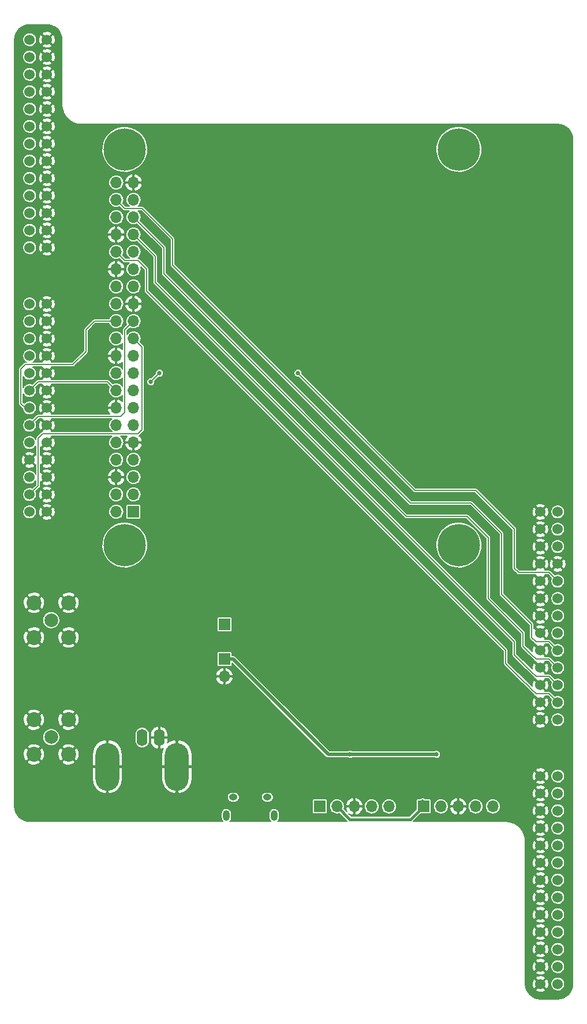
<source format=gbr>
G04 #@! TF.GenerationSoftware,KiCad,Pcbnew,(2017-06-14 revision cf083a20c)-makepkg*
G04 #@! TF.CreationDate,2017-07-19T11:09:17+02:00*
G04 #@! TF.ProjectId,dds_pi,6464735F70692E6B696361645F706362,1.0*
G04 #@! TF.SameCoordinates,Original
G04 #@! TF.FileFunction,Copper,L2,Bot,Signal*
G04 #@! TF.FilePolarity,Positive*
%FSLAX46Y46*%
G04 Gerber Fmt 4.6, Leading zero omitted, Abs format (unit mm)*
G04 Created by KiCad (PCBNEW (2017-06-14 revision cf083a20c)-makepkg) date 07/19/17 11:09:17*
%MOMM*%
%LPD*%
G01*
G04 APERTURE LIST*
%ADD10C,0.150000*%
%ADD11C,1.524000*%
%ADD12C,6.200000*%
%ADD13O,1.700000X1.700000*%
%ADD14R,1.700000X1.700000*%
%ADD15C,2.000000*%
%ADD16C,2.200000*%
%ADD17O,1.600200X2.499360*%
%ADD18O,3.500120X7.000240*%
%ADD19O,1.000000X1.550000*%
%ADD20O,1.250000X0.950000*%
%ADD21C,0.660400*%
%ADD22C,0.177800*%
%ADD23C,0.508000*%
%ADD24C,0.457200*%
G04 APERTURE END LIST*
D10*
D11*
X138430000Y-177800000D03*
X135890000Y-177800000D03*
X138430000Y-175260000D03*
X135890000Y-175260000D03*
X138430000Y-172720000D03*
X135890000Y-172720000D03*
X138430000Y-170180000D03*
X135890000Y-170180000D03*
X138430000Y-167640000D03*
X135890000Y-167640000D03*
X138430000Y-165100000D03*
X135890000Y-165100000D03*
X138430000Y-162560000D03*
X135890000Y-162560000D03*
X138430000Y-160020000D03*
X135890000Y-160020000D03*
X138430000Y-157480000D03*
X135890000Y-157480000D03*
X138430000Y-154940000D03*
X135890000Y-154940000D03*
X138430000Y-152400000D03*
X135890000Y-152400000D03*
X138430000Y-149860000D03*
X135890000Y-149860000D03*
X138430000Y-147320000D03*
X135890000Y-147320000D03*
X135890000Y-108585000D03*
X138430000Y-108585000D03*
X135890000Y-111125000D03*
X138430000Y-111125000D03*
X135890000Y-113665000D03*
X138430000Y-113665000D03*
X135890000Y-116205000D03*
X138430000Y-116205000D03*
X135890000Y-118745000D03*
X138430000Y-118745000D03*
X135890000Y-121285000D03*
X138430000Y-121285000D03*
X135890000Y-123825000D03*
X138430000Y-123825000D03*
X135890000Y-126365000D03*
X138430000Y-126365000D03*
X135890000Y-128905000D03*
X138430000Y-128905000D03*
X135890000Y-131445000D03*
X138430000Y-131445000D03*
X135890000Y-133985000D03*
X138430000Y-133985000D03*
X135890000Y-136525000D03*
X138430000Y-136525000D03*
X135890000Y-139065000D03*
X138430000Y-139065000D03*
X60960000Y-39370000D03*
X63500000Y-39370000D03*
X60960000Y-41910000D03*
X63500000Y-41910000D03*
X60960000Y-44450000D03*
X63500000Y-44450000D03*
X60960000Y-46990000D03*
X63500000Y-46990000D03*
X60960000Y-49530000D03*
X63500000Y-49530000D03*
X60960000Y-52070000D03*
X63500000Y-52070000D03*
X60960000Y-54610000D03*
X63500000Y-54610000D03*
X60960000Y-57150000D03*
X63500000Y-57150000D03*
X60960000Y-59690000D03*
X63500000Y-59690000D03*
X60960000Y-62230000D03*
X63500000Y-62230000D03*
X60960000Y-64770000D03*
X63500000Y-64770000D03*
X60960000Y-67310000D03*
X63500000Y-67310000D03*
X60960000Y-69850000D03*
X63500000Y-69850000D03*
X63500000Y-108585000D03*
X60960000Y-108585000D03*
X63500000Y-106045000D03*
X60960000Y-106045000D03*
X63500000Y-103505000D03*
X60960000Y-103505000D03*
X63500000Y-100965000D03*
X60960000Y-100965000D03*
X63500000Y-98425000D03*
X60960000Y-98425000D03*
X63500000Y-95885000D03*
X60960000Y-95885000D03*
X63500000Y-93345000D03*
X60960000Y-93345000D03*
X63500000Y-90805000D03*
X60960000Y-90805000D03*
X63500000Y-88265000D03*
X60960000Y-88265000D03*
X63500000Y-85725000D03*
X60960000Y-85725000D03*
X63500000Y-83185000D03*
X60960000Y-83185000D03*
X63500000Y-80645000D03*
X60960000Y-80645000D03*
X63500000Y-78105000D03*
X60960000Y-78105000D03*
D12*
X123930000Y-55455000D03*
X123930000Y-113455000D03*
X74930000Y-113455000D03*
X74930000Y-55455000D03*
D13*
X73660000Y-60325000D03*
X76200000Y-60325000D03*
X73660000Y-62865000D03*
X76200000Y-62865000D03*
X73660000Y-65405000D03*
X76200000Y-65405000D03*
X73660000Y-67945000D03*
X76200000Y-67945000D03*
X73660000Y-70485000D03*
X76200000Y-70485000D03*
X73660000Y-73025000D03*
X76200000Y-73025000D03*
X73660000Y-75565000D03*
X76200000Y-75565000D03*
X73660000Y-78105000D03*
X76200000Y-78105000D03*
X73660000Y-80645000D03*
X76200000Y-80645000D03*
X73660000Y-83185000D03*
X76200000Y-83185000D03*
X73660000Y-85725000D03*
X76200000Y-85725000D03*
X73660000Y-88265000D03*
X76200000Y-88265000D03*
X73660000Y-90805000D03*
X76200000Y-90805000D03*
X73660000Y-93345000D03*
X76200000Y-93345000D03*
X73660000Y-95885000D03*
X76200000Y-95885000D03*
X73660000Y-98425000D03*
X76200000Y-98425000D03*
X73660000Y-100965000D03*
X76200000Y-100965000D03*
X73660000Y-103505000D03*
X76200000Y-103505000D03*
X73660000Y-106045000D03*
X76200000Y-106045000D03*
X73660000Y-108585000D03*
D14*
X76200000Y-108585000D03*
D15*
X64135000Y-124460000D03*
D16*
X66675000Y-127000000D03*
X66675000Y-121920000D03*
X61595000Y-121920000D03*
X61595000Y-127000000D03*
D17*
X79969360Y-141683740D03*
X77470000Y-141683740D03*
D18*
X72369680Y-145948400D03*
X82567780Y-145948400D03*
D19*
X96845000Y-153115000D03*
X89845000Y-153115000D03*
D20*
X95845000Y-150415000D03*
X90845000Y-150415000D03*
D15*
X64135000Y-141605000D03*
D16*
X66675000Y-144145000D03*
X66675000Y-139065000D03*
X61595000Y-139065000D03*
X61595000Y-144145000D03*
D13*
X89535000Y-132715000D03*
D14*
X89535000Y-130175000D03*
D13*
X113665000Y-151765000D03*
X111125000Y-151765000D03*
X108585000Y-151765000D03*
X106045000Y-151765000D03*
D14*
X103505000Y-151765000D03*
X118745000Y-151765000D03*
D13*
X121285000Y-151765000D03*
X123825000Y-151765000D03*
X126365000Y-151765000D03*
X128905000Y-151765000D03*
D14*
X89535000Y-125095000D03*
D21*
X100330000Y-88265000D03*
X80010000Y-88265000D03*
X78740000Y-89535000D03*
X107950000Y-144145000D03*
X120650000Y-144145000D03*
D22*
X130810000Y-121285000D02*
X130175000Y-120650000D01*
X116840000Y-107315000D02*
X116205000Y-106680000D01*
X125730000Y-107315000D02*
X116840000Y-107315000D01*
X130175000Y-111760000D02*
X125730000Y-107315000D01*
X130175000Y-120650000D02*
X130175000Y-111760000D01*
X134620000Y-125730000D02*
X134620000Y-125095000D01*
X134620000Y-125095000D02*
X130810000Y-121285000D01*
X86995000Y-77470000D02*
X114300000Y-104775000D01*
X74930000Y-64135000D02*
X77470000Y-64135000D01*
X77470000Y-64135000D02*
X81915000Y-68580000D01*
X73660000Y-62865000D02*
X74930000Y-64135000D01*
X81915000Y-72390000D02*
X86995000Y-77470000D01*
X81915000Y-68580000D02*
X81915000Y-72390000D01*
X114300000Y-104775000D02*
X116205000Y-106680000D01*
X137160000Y-127635000D02*
X138430000Y-128905000D01*
X135255000Y-127635000D02*
X137160000Y-127635000D01*
X134620000Y-127000000D02*
X135255000Y-127635000D01*
X134620000Y-125730000D02*
X134620000Y-127000000D01*
X134620000Y-129540000D02*
X133350000Y-128270000D01*
X133350000Y-128270000D02*
X133350000Y-126365000D01*
X138430000Y-131445000D02*
X137160000Y-130175000D01*
X80645000Y-69850000D02*
X76200000Y-65405000D01*
X80645000Y-73660000D02*
X80645000Y-69850000D01*
X116205000Y-109220000D02*
X80645000Y-73660000D01*
X125095000Y-109220000D02*
X116205000Y-109220000D01*
X128270000Y-112395000D02*
X125095000Y-109220000D01*
X128270000Y-121285000D02*
X128270000Y-112395000D01*
X133350000Y-126365000D02*
X128270000Y-121285000D01*
X135255000Y-130175000D02*
X134620000Y-129540000D01*
X137160000Y-130175000D02*
X135255000Y-130175000D01*
X134620000Y-132080000D02*
X132080000Y-129540000D01*
X132080000Y-127635000D02*
X131445000Y-127000000D01*
X132080000Y-129540000D02*
X132080000Y-127635000D01*
X138430000Y-133985000D02*
X137160000Y-132715000D01*
X79375000Y-71120000D02*
X76200000Y-67945000D01*
X79375000Y-74930000D02*
X79375000Y-71120000D01*
X131445000Y-127000000D02*
X79375000Y-74930000D01*
X135255000Y-132715000D02*
X134620000Y-132080000D01*
X137160000Y-132715000D02*
X135255000Y-132715000D01*
X133350000Y-133350000D02*
X130810000Y-130810000D01*
X130810000Y-128905000D02*
X130175000Y-128270000D01*
X130810000Y-130810000D02*
X130810000Y-128905000D01*
X133985000Y-133985000D02*
X133350000Y-133350000D01*
X134620000Y-134620000D02*
X133985000Y-133985000D01*
X138430000Y-136525000D02*
X137160000Y-135255000D01*
X74930000Y-71755000D02*
X73660000Y-70485000D01*
X76835000Y-71755000D02*
X74930000Y-71755000D01*
X78105000Y-73025000D02*
X76835000Y-71755000D01*
X78105000Y-76200000D02*
X78105000Y-73025000D01*
X130175000Y-128270000D02*
X78105000Y-76200000D01*
X135255000Y-135255000D02*
X134620000Y-134620000D01*
X137160000Y-135255000D02*
X135255000Y-135255000D01*
X73660000Y-80645000D02*
X70485000Y-80645000D01*
X69215000Y-81915000D02*
X69215000Y-85090000D01*
X70485000Y-80645000D02*
X69215000Y-81915000D01*
X60960000Y-93345000D02*
X60325000Y-93345000D01*
X60325000Y-93345000D02*
X59690000Y-92710000D01*
X67310000Y-86995000D02*
X69215000Y-85090000D01*
X60325000Y-86995000D02*
X67310000Y-86995000D01*
X59690000Y-87630000D02*
X60325000Y-86995000D01*
X59690000Y-92710000D02*
X59690000Y-87630000D01*
X74295000Y-80645000D02*
X73660000Y-80645000D01*
X60960000Y-95885000D02*
X62230000Y-94615000D01*
X74930000Y-81915000D02*
X76200000Y-80645000D01*
X74930000Y-93980000D02*
X74930000Y-81915000D01*
X74295000Y-94615000D02*
X74930000Y-93980000D01*
X62230000Y-94615000D02*
X74295000Y-94615000D01*
X60960000Y-106045000D02*
X62230000Y-104775000D01*
X77470000Y-84455000D02*
X76200000Y-83185000D01*
X77470000Y-96520000D02*
X77470000Y-84455000D01*
X76835000Y-97155000D02*
X77470000Y-96520000D01*
X62865000Y-97155000D02*
X76835000Y-97155000D01*
X62230000Y-97790000D02*
X62865000Y-97155000D01*
X62230000Y-104775000D02*
X62230000Y-97790000D01*
X138430000Y-118745000D02*
X137160000Y-117475000D01*
X117475000Y-105410000D02*
X100330000Y-88265000D01*
X121285000Y-105410000D02*
X117475000Y-105410000D01*
X126365000Y-105410000D02*
X121285000Y-105410000D01*
X132080000Y-111125000D02*
X126365000Y-105410000D01*
X132080000Y-116840000D02*
X132080000Y-111125000D01*
X132715000Y-117475000D02*
X132080000Y-116840000D01*
X137160000Y-117475000D02*
X132715000Y-117475000D01*
X78740000Y-89535000D02*
X80010000Y-88265000D01*
X60960000Y-98425000D02*
X60325000Y-98425000D01*
X60960000Y-90805000D02*
X62230000Y-89535000D01*
X72390000Y-89535000D02*
X73660000Y-90805000D01*
X62230000Y-89535000D02*
X72390000Y-89535000D01*
D23*
X89535000Y-130175000D02*
X90805000Y-130175000D01*
X90805000Y-130175000D02*
X104775000Y-144145000D01*
X104775000Y-144145000D02*
X107950000Y-144145000D01*
X107950000Y-144145000D02*
X120650000Y-144145000D01*
D24*
X118745000Y-151765000D02*
X116840000Y-153670000D01*
X107950000Y-153670000D02*
X106045000Y-151765000D01*
X116840000Y-153670000D02*
X107950000Y-153670000D01*
D23*
X118618000Y-151892000D02*
X118618000Y-151003000D01*
D22*
G36*
X63926666Y-37215174D02*
X64337084Y-37339086D01*
X64715614Y-37540354D01*
X65047843Y-37811313D01*
X65321114Y-38141642D01*
X65525020Y-38518758D01*
X65651795Y-38928299D01*
X65698300Y-39370765D01*
X65698300Y-48895000D01*
X65698306Y-48895059D01*
X65698302Y-48896195D01*
X65698364Y-48913927D01*
X65699872Y-48928774D01*
X65699768Y-48943701D01*
X65700234Y-48948449D01*
X65752051Y-49441456D01*
X65758269Y-49471747D01*
X65764081Y-49502214D01*
X65765460Y-49506782D01*
X65912050Y-49980334D01*
X65924037Y-50008849D01*
X65935652Y-50037598D01*
X65937892Y-50041811D01*
X66173669Y-50477871D01*
X66190989Y-50503548D01*
X66207945Y-50529460D01*
X66210960Y-50533157D01*
X66526944Y-50915117D01*
X66548886Y-50936906D01*
X66570588Y-50959068D01*
X66574265Y-50962109D01*
X66958421Y-51275419D01*
X66984208Y-51292552D01*
X67009770Y-51310054D01*
X67013967Y-51312323D01*
X67451662Y-51545050D01*
X67480268Y-51556841D01*
X67508761Y-51569053D01*
X67513319Y-51570463D01*
X67987883Y-51713742D01*
X68018240Y-51719753D01*
X68048556Y-51726197D01*
X68053301Y-51726695D01*
X68546656Y-51775069D01*
X68560983Y-51775069D01*
X68575229Y-51776667D01*
X68580000Y-51776700D01*
X138413290Y-51776700D01*
X138856666Y-51820174D01*
X139267084Y-51944086D01*
X139645614Y-52145354D01*
X139977843Y-52416313D01*
X140251114Y-52746642D01*
X140455020Y-53123758D01*
X140581795Y-53533299D01*
X140628300Y-53975765D01*
X140628300Y-177783290D01*
X140584826Y-178226666D01*
X140460914Y-178637084D01*
X140259647Y-179015613D01*
X139988687Y-179347843D01*
X139658358Y-179621114D01*
X139281241Y-179825020D01*
X138871697Y-179951796D01*
X138429236Y-179998300D01*
X135906710Y-179998300D01*
X135463334Y-179954826D01*
X135052916Y-179830914D01*
X134674387Y-179629647D01*
X134342157Y-179358687D01*
X134068886Y-179028358D01*
X133870155Y-178660811D01*
X135172874Y-178660811D01*
X135247055Y-178857791D01*
X135465773Y-178962899D01*
X135700795Y-179023316D01*
X135943087Y-179036722D01*
X136183340Y-179002602D01*
X136412320Y-178922266D01*
X136532945Y-178857791D01*
X136607126Y-178660811D01*
X135890000Y-177943684D01*
X135172874Y-178660811D01*
X133870155Y-178660811D01*
X133864980Y-178651241D01*
X133738204Y-178241697D01*
X133697360Y-177853087D01*
X134653278Y-177853087D01*
X134687398Y-178093340D01*
X134767734Y-178322320D01*
X134832209Y-178442945D01*
X135029189Y-178517126D01*
X135746316Y-177800000D01*
X136033684Y-177800000D01*
X136750811Y-178517126D01*
X136947791Y-178442945D01*
X137052899Y-178224227D01*
X137113316Y-177989205D01*
X137118998Y-177886496D01*
X137399948Y-177886496D01*
X137436366Y-178084920D01*
X137510631Y-178272492D01*
X137619914Y-178442066D01*
X137760053Y-178587185D01*
X137925711Y-178702319D01*
X138110576Y-178783085D01*
X138307609Y-178826406D01*
X138509303Y-178830630D01*
X138707976Y-178795599D01*
X138896062Y-178722645D01*
X139066395Y-178614549D01*
X139212488Y-178475426D01*
X139328777Y-178310576D01*
X139410831Y-178126279D01*
X139455526Y-177929554D01*
X139458744Y-177699131D01*
X139419559Y-177501234D01*
X139342683Y-177314718D01*
X139231042Y-177146686D01*
X139088891Y-177003538D01*
X138921642Y-176890728D01*
X138735667Y-176812551D01*
X138538049Y-176771986D01*
X138336315Y-176770577D01*
X138138150Y-176808379D01*
X137951102Y-176883952D01*
X137782294Y-176994416D01*
X137638157Y-177135565D01*
X137524182Y-177302022D01*
X137444709Y-177487447D01*
X137402765Y-177684777D01*
X137399948Y-177886496D01*
X137118998Y-177886496D01*
X137126722Y-177746913D01*
X137092602Y-177506660D01*
X137012266Y-177277680D01*
X136947791Y-177157055D01*
X136750811Y-177082874D01*
X136033684Y-177800000D01*
X135746316Y-177800000D01*
X135029189Y-177082874D01*
X134832209Y-177157055D01*
X134727101Y-177375773D01*
X134666684Y-177610795D01*
X134653278Y-177853087D01*
X133697360Y-177853087D01*
X133691700Y-177799236D01*
X133691700Y-176939189D01*
X135172874Y-176939189D01*
X135890000Y-177656316D01*
X136607126Y-176939189D01*
X136532945Y-176742209D01*
X136314227Y-176637101D01*
X136079205Y-176576684D01*
X135836913Y-176563278D01*
X135596660Y-176597398D01*
X135367680Y-176677734D01*
X135247055Y-176742209D01*
X135172874Y-176939189D01*
X133691700Y-176939189D01*
X133691700Y-176120811D01*
X135172874Y-176120811D01*
X135247055Y-176317791D01*
X135465773Y-176422899D01*
X135700795Y-176483316D01*
X135943087Y-176496722D01*
X136183340Y-176462602D01*
X136412320Y-176382266D01*
X136532945Y-176317791D01*
X136607126Y-176120811D01*
X135890000Y-175403684D01*
X135172874Y-176120811D01*
X133691700Y-176120811D01*
X133691700Y-175313087D01*
X134653278Y-175313087D01*
X134687398Y-175553340D01*
X134767734Y-175782320D01*
X134832209Y-175902945D01*
X135029189Y-175977126D01*
X135746316Y-175260000D01*
X136033684Y-175260000D01*
X136750811Y-175977126D01*
X136947791Y-175902945D01*
X137052899Y-175684227D01*
X137113316Y-175449205D01*
X137118998Y-175346496D01*
X137399948Y-175346496D01*
X137436366Y-175544920D01*
X137510631Y-175732492D01*
X137619914Y-175902066D01*
X137760053Y-176047185D01*
X137925711Y-176162319D01*
X138110576Y-176243085D01*
X138307609Y-176286406D01*
X138509303Y-176290630D01*
X138707976Y-176255599D01*
X138896062Y-176182645D01*
X139066395Y-176074549D01*
X139212488Y-175935426D01*
X139328777Y-175770576D01*
X139410831Y-175586279D01*
X139455526Y-175389554D01*
X139458744Y-175159131D01*
X139419559Y-174961234D01*
X139342683Y-174774718D01*
X139231042Y-174606686D01*
X139088891Y-174463538D01*
X138921642Y-174350728D01*
X138735667Y-174272551D01*
X138538049Y-174231986D01*
X138336315Y-174230577D01*
X138138150Y-174268379D01*
X137951102Y-174343952D01*
X137782294Y-174454416D01*
X137638157Y-174595565D01*
X137524182Y-174762022D01*
X137444709Y-174947447D01*
X137402765Y-175144777D01*
X137399948Y-175346496D01*
X137118998Y-175346496D01*
X137126722Y-175206913D01*
X137092602Y-174966660D01*
X137012266Y-174737680D01*
X136947791Y-174617055D01*
X136750811Y-174542874D01*
X136033684Y-175260000D01*
X135746316Y-175260000D01*
X135029189Y-174542874D01*
X134832209Y-174617055D01*
X134727101Y-174835773D01*
X134666684Y-175070795D01*
X134653278Y-175313087D01*
X133691700Y-175313087D01*
X133691700Y-174399189D01*
X135172874Y-174399189D01*
X135890000Y-175116316D01*
X136607126Y-174399189D01*
X136532945Y-174202209D01*
X136314227Y-174097101D01*
X136079205Y-174036684D01*
X135836913Y-174023278D01*
X135596660Y-174057398D01*
X135367680Y-174137734D01*
X135247055Y-174202209D01*
X135172874Y-174399189D01*
X133691700Y-174399189D01*
X133691700Y-173580811D01*
X135172874Y-173580811D01*
X135247055Y-173777791D01*
X135465773Y-173882899D01*
X135700795Y-173943316D01*
X135943087Y-173956722D01*
X136183340Y-173922602D01*
X136412320Y-173842266D01*
X136532945Y-173777791D01*
X136607126Y-173580811D01*
X135890000Y-172863684D01*
X135172874Y-173580811D01*
X133691700Y-173580811D01*
X133691700Y-172773087D01*
X134653278Y-172773087D01*
X134687398Y-173013340D01*
X134767734Y-173242320D01*
X134832209Y-173362945D01*
X135029189Y-173437126D01*
X135746316Y-172720000D01*
X136033684Y-172720000D01*
X136750811Y-173437126D01*
X136947791Y-173362945D01*
X137052899Y-173144227D01*
X137113316Y-172909205D01*
X137118998Y-172806496D01*
X137399948Y-172806496D01*
X137436366Y-173004920D01*
X137510631Y-173192492D01*
X137619914Y-173362066D01*
X137760053Y-173507185D01*
X137925711Y-173622319D01*
X138110576Y-173703085D01*
X138307609Y-173746406D01*
X138509303Y-173750630D01*
X138707976Y-173715599D01*
X138896062Y-173642645D01*
X139066395Y-173534549D01*
X139212488Y-173395426D01*
X139328777Y-173230576D01*
X139410831Y-173046279D01*
X139455526Y-172849554D01*
X139458744Y-172619131D01*
X139419559Y-172421234D01*
X139342683Y-172234718D01*
X139231042Y-172066686D01*
X139088891Y-171923538D01*
X138921642Y-171810728D01*
X138735667Y-171732551D01*
X138538049Y-171691986D01*
X138336315Y-171690577D01*
X138138150Y-171728379D01*
X137951102Y-171803952D01*
X137782294Y-171914416D01*
X137638157Y-172055565D01*
X137524182Y-172222022D01*
X137444709Y-172407447D01*
X137402765Y-172604777D01*
X137399948Y-172806496D01*
X137118998Y-172806496D01*
X137126722Y-172666913D01*
X137092602Y-172426660D01*
X137012266Y-172197680D01*
X136947791Y-172077055D01*
X136750811Y-172002874D01*
X136033684Y-172720000D01*
X135746316Y-172720000D01*
X135029189Y-172002874D01*
X134832209Y-172077055D01*
X134727101Y-172295773D01*
X134666684Y-172530795D01*
X134653278Y-172773087D01*
X133691700Y-172773087D01*
X133691700Y-171859189D01*
X135172874Y-171859189D01*
X135890000Y-172576316D01*
X136607126Y-171859189D01*
X136532945Y-171662209D01*
X136314227Y-171557101D01*
X136079205Y-171496684D01*
X135836913Y-171483278D01*
X135596660Y-171517398D01*
X135367680Y-171597734D01*
X135247055Y-171662209D01*
X135172874Y-171859189D01*
X133691700Y-171859189D01*
X133691700Y-171040811D01*
X135172874Y-171040811D01*
X135247055Y-171237791D01*
X135465773Y-171342899D01*
X135700795Y-171403316D01*
X135943087Y-171416722D01*
X136183340Y-171382602D01*
X136412320Y-171302266D01*
X136532945Y-171237791D01*
X136607126Y-171040811D01*
X135890000Y-170323684D01*
X135172874Y-171040811D01*
X133691700Y-171040811D01*
X133691700Y-170233087D01*
X134653278Y-170233087D01*
X134687398Y-170473340D01*
X134767734Y-170702320D01*
X134832209Y-170822945D01*
X135029189Y-170897126D01*
X135746316Y-170180000D01*
X136033684Y-170180000D01*
X136750811Y-170897126D01*
X136947791Y-170822945D01*
X137052899Y-170604227D01*
X137113316Y-170369205D01*
X137118998Y-170266496D01*
X137399948Y-170266496D01*
X137436366Y-170464920D01*
X137510631Y-170652492D01*
X137619914Y-170822066D01*
X137760053Y-170967185D01*
X137925711Y-171082319D01*
X138110576Y-171163085D01*
X138307609Y-171206406D01*
X138509303Y-171210630D01*
X138707976Y-171175599D01*
X138896062Y-171102645D01*
X139066395Y-170994549D01*
X139212488Y-170855426D01*
X139328777Y-170690576D01*
X139410831Y-170506279D01*
X139455526Y-170309554D01*
X139458744Y-170079131D01*
X139419559Y-169881234D01*
X139342683Y-169694718D01*
X139231042Y-169526686D01*
X139088891Y-169383538D01*
X138921642Y-169270728D01*
X138735667Y-169192551D01*
X138538049Y-169151986D01*
X138336315Y-169150577D01*
X138138150Y-169188379D01*
X137951102Y-169263952D01*
X137782294Y-169374416D01*
X137638157Y-169515565D01*
X137524182Y-169682022D01*
X137444709Y-169867447D01*
X137402765Y-170064777D01*
X137399948Y-170266496D01*
X137118998Y-170266496D01*
X137126722Y-170126913D01*
X137092602Y-169886660D01*
X137012266Y-169657680D01*
X136947791Y-169537055D01*
X136750811Y-169462874D01*
X136033684Y-170180000D01*
X135746316Y-170180000D01*
X135029189Y-169462874D01*
X134832209Y-169537055D01*
X134727101Y-169755773D01*
X134666684Y-169990795D01*
X134653278Y-170233087D01*
X133691700Y-170233087D01*
X133691700Y-169319189D01*
X135172874Y-169319189D01*
X135890000Y-170036316D01*
X136607126Y-169319189D01*
X136532945Y-169122209D01*
X136314227Y-169017101D01*
X136079205Y-168956684D01*
X135836913Y-168943278D01*
X135596660Y-168977398D01*
X135367680Y-169057734D01*
X135247055Y-169122209D01*
X135172874Y-169319189D01*
X133691700Y-169319189D01*
X133691700Y-168500811D01*
X135172874Y-168500811D01*
X135247055Y-168697791D01*
X135465773Y-168802899D01*
X135700795Y-168863316D01*
X135943087Y-168876722D01*
X136183340Y-168842602D01*
X136412320Y-168762266D01*
X136532945Y-168697791D01*
X136607126Y-168500811D01*
X135890000Y-167783684D01*
X135172874Y-168500811D01*
X133691700Y-168500811D01*
X133691700Y-167693087D01*
X134653278Y-167693087D01*
X134687398Y-167933340D01*
X134767734Y-168162320D01*
X134832209Y-168282945D01*
X135029189Y-168357126D01*
X135746316Y-167640000D01*
X136033684Y-167640000D01*
X136750811Y-168357126D01*
X136947791Y-168282945D01*
X137052899Y-168064227D01*
X137113316Y-167829205D01*
X137118998Y-167726496D01*
X137399948Y-167726496D01*
X137436366Y-167924920D01*
X137510631Y-168112492D01*
X137619914Y-168282066D01*
X137760053Y-168427185D01*
X137925711Y-168542319D01*
X138110576Y-168623085D01*
X138307609Y-168666406D01*
X138509303Y-168670630D01*
X138707976Y-168635599D01*
X138896062Y-168562645D01*
X139066395Y-168454549D01*
X139212488Y-168315426D01*
X139328777Y-168150576D01*
X139410831Y-167966279D01*
X139455526Y-167769554D01*
X139458744Y-167539131D01*
X139419559Y-167341234D01*
X139342683Y-167154718D01*
X139231042Y-166986686D01*
X139088891Y-166843538D01*
X138921642Y-166730728D01*
X138735667Y-166652551D01*
X138538049Y-166611986D01*
X138336315Y-166610577D01*
X138138150Y-166648379D01*
X137951102Y-166723952D01*
X137782294Y-166834416D01*
X137638157Y-166975565D01*
X137524182Y-167142022D01*
X137444709Y-167327447D01*
X137402765Y-167524777D01*
X137399948Y-167726496D01*
X137118998Y-167726496D01*
X137126722Y-167586913D01*
X137092602Y-167346660D01*
X137012266Y-167117680D01*
X136947791Y-166997055D01*
X136750811Y-166922874D01*
X136033684Y-167640000D01*
X135746316Y-167640000D01*
X135029189Y-166922874D01*
X134832209Y-166997055D01*
X134727101Y-167215773D01*
X134666684Y-167450795D01*
X134653278Y-167693087D01*
X133691700Y-167693087D01*
X133691700Y-166779189D01*
X135172874Y-166779189D01*
X135890000Y-167496316D01*
X136607126Y-166779189D01*
X136532945Y-166582209D01*
X136314227Y-166477101D01*
X136079205Y-166416684D01*
X135836913Y-166403278D01*
X135596660Y-166437398D01*
X135367680Y-166517734D01*
X135247055Y-166582209D01*
X135172874Y-166779189D01*
X133691700Y-166779189D01*
X133691700Y-165960811D01*
X135172874Y-165960811D01*
X135247055Y-166157791D01*
X135465773Y-166262899D01*
X135700795Y-166323316D01*
X135943087Y-166336722D01*
X136183340Y-166302602D01*
X136412320Y-166222266D01*
X136532945Y-166157791D01*
X136607126Y-165960811D01*
X135890000Y-165243684D01*
X135172874Y-165960811D01*
X133691700Y-165960811D01*
X133691700Y-165153087D01*
X134653278Y-165153087D01*
X134687398Y-165393340D01*
X134767734Y-165622320D01*
X134832209Y-165742945D01*
X135029189Y-165817126D01*
X135746316Y-165100000D01*
X136033684Y-165100000D01*
X136750811Y-165817126D01*
X136947791Y-165742945D01*
X137052899Y-165524227D01*
X137113316Y-165289205D01*
X137118998Y-165186496D01*
X137399948Y-165186496D01*
X137436366Y-165384920D01*
X137510631Y-165572492D01*
X137619914Y-165742066D01*
X137760053Y-165887185D01*
X137925711Y-166002319D01*
X138110576Y-166083085D01*
X138307609Y-166126406D01*
X138509303Y-166130630D01*
X138707976Y-166095599D01*
X138896062Y-166022645D01*
X139066395Y-165914549D01*
X139212488Y-165775426D01*
X139328777Y-165610576D01*
X139410831Y-165426279D01*
X139455526Y-165229554D01*
X139458744Y-164999131D01*
X139419559Y-164801234D01*
X139342683Y-164614718D01*
X139231042Y-164446686D01*
X139088891Y-164303538D01*
X138921642Y-164190728D01*
X138735667Y-164112551D01*
X138538049Y-164071986D01*
X138336315Y-164070577D01*
X138138150Y-164108379D01*
X137951102Y-164183952D01*
X137782294Y-164294416D01*
X137638157Y-164435565D01*
X137524182Y-164602022D01*
X137444709Y-164787447D01*
X137402765Y-164984777D01*
X137399948Y-165186496D01*
X137118998Y-165186496D01*
X137126722Y-165046913D01*
X137092602Y-164806660D01*
X137012266Y-164577680D01*
X136947791Y-164457055D01*
X136750811Y-164382874D01*
X136033684Y-165100000D01*
X135746316Y-165100000D01*
X135029189Y-164382874D01*
X134832209Y-164457055D01*
X134727101Y-164675773D01*
X134666684Y-164910795D01*
X134653278Y-165153087D01*
X133691700Y-165153087D01*
X133691700Y-164239189D01*
X135172874Y-164239189D01*
X135890000Y-164956316D01*
X136607126Y-164239189D01*
X136532945Y-164042209D01*
X136314227Y-163937101D01*
X136079205Y-163876684D01*
X135836913Y-163863278D01*
X135596660Y-163897398D01*
X135367680Y-163977734D01*
X135247055Y-164042209D01*
X135172874Y-164239189D01*
X133691700Y-164239189D01*
X133691700Y-163420811D01*
X135172874Y-163420811D01*
X135247055Y-163617791D01*
X135465773Y-163722899D01*
X135700795Y-163783316D01*
X135943087Y-163796722D01*
X136183340Y-163762602D01*
X136412320Y-163682266D01*
X136532945Y-163617791D01*
X136607126Y-163420811D01*
X135890000Y-162703684D01*
X135172874Y-163420811D01*
X133691700Y-163420811D01*
X133691700Y-162613087D01*
X134653278Y-162613087D01*
X134687398Y-162853340D01*
X134767734Y-163082320D01*
X134832209Y-163202945D01*
X135029189Y-163277126D01*
X135746316Y-162560000D01*
X136033684Y-162560000D01*
X136750811Y-163277126D01*
X136947791Y-163202945D01*
X137052899Y-162984227D01*
X137113316Y-162749205D01*
X137118998Y-162646496D01*
X137399948Y-162646496D01*
X137436366Y-162844920D01*
X137510631Y-163032492D01*
X137619914Y-163202066D01*
X137760053Y-163347185D01*
X137925711Y-163462319D01*
X138110576Y-163543085D01*
X138307609Y-163586406D01*
X138509303Y-163590630D01*
X138707976Y-163555599D01*
X138896062Y-163482645D01*
X139066395Y-163374549D01*
X139212488Y-163235426D01*
X139328777Y-163070576D01*
X139410831Y-162886279D01*
X139455526Y-162689554D01*
X139458744Y-162459131D01*
X139419559Y-162261234D01*
X139342683Y-162074718D01*
X139231042Y-161906686D01*
X139088891Y-161763538D01*
X138921642Y-161650728D01*
X138735667Y-161572551D01*
X138538049Y-161531986D01*
X138336315Y-161530577D01*
X138138150Y-161568379D01*
X137951102Y-161643952D01*
X137782294Y-161754416D01*
X137638157Y-161895565D01*
X137524182Y-162062022D01*
X137444709Y-162247447D01*
X137402765Y-162444777D01*
X137399948Y-162646496D01*
X137118998Y-162646496D01*
X137126722Y-162506913D01*
X137092602Y-162266660D01*
X137012266Y-162037680D01*
X136947791Y-161917055D01*
X136750811Y-161842874D01*
X136033684Y-162560000D01*
X135746316Y-162560000D01*
X135029189Y-161842874D01*
X134832209Y-161917055D01*
X134727101Y-162135773D01*
X134666684Y-162370795D01*
X134653278Y-162613087D01*
X133691700Y-162613087D01*
X133691700Y-161699189D01*
X135172874Y-161699189D01*
X135890000Y-162416316D01*
X136607126Y-161699189D01*
X136532945Y-161502209D01*
X136314227Y-161397101D01*
X136079205Y-161336684D01*
X135836913Y-161323278D01*
X135596660Y-161357398D01*
X135367680Y-161437734D01*
X135247055Y-161502209D01*
X135172874Y-161699189D01*
X133691700Y-161699189D01*
X133691700Y-160880811D01*
X135172874Y-160880811D01*
X135247055Y-161077791D01*
X135465773Y-161182899D01*
X135700795Y-161243316D01*
X135943087Y-161256722D01*
X136183340Y-161222602D01*
X136412320Y-161142266D01*
X136532945Y-161077791D01*
X136607126Y-160880811D01*
X135890000Y-160163684D01*
X135172874Y-160880811D01*
X133691700Y-160880811D01*
X133691700Y-160073087D01*
X134653278Y-160073087D01*
X134687398Y-160313340D01*
X134767734Y-160542320D01*
X134832209Y-160662945D01*
X135029189Y-160737126D01*
X135746316Y-160020000D01*
X136033684Y-160020000D01*
X136750811Y-160737126D01*
X136947791Y-160662945D01*
X137052899Y-160444227D01*
X137113316Y-160209205D01*
X137118998Y-160106496D01*
X137399948Y-160106496D01*
X137436366Y-160304920D01*
X137510631Y-160492492D01*
X137619914Y-160662066D01*
X137760053Y-160807185D01*
X137925711Y-160922319D01*
X138110576Y-161003085D01*
X138307609Y-161046406D01*
X138509303Y-161050630D01*
X138707976Y-161015599D01*
X138896062Y-160942645D01*
X139066395Y-160834549D01*
X139212488Y-160695426D01*
X139328777Y-160530576D01*
X139410831Y-160346279D01*
X139455526Y-160149554D01*
X139458744Y-159919131D01*
X139419559Y-159721234D01*
X139342683Y-159534718D01*
X139231042Y-159366686D01*
X139088891Y-159223538D01*
X138921642Y-159110728D01*
X138735667Y-159032551D01*
X138538049Y-158991986D01*
X138336315Y-158990577D01*
X138138150Y-159028379D01*
X137951102Y-159103952D01*
X137782294Y-159214416D01*
X137638157Y-159355565D01*
X137524182Y-159522022D01*
X137444709Y-159707447D01*
X137402765Y-159904777D01*
X137399948Y-160106496D01*
X137118998Y-160106496D01*
X137126722Y-159966913D01*
X137092602Y-159726660D01*
X137012266Y-159497680D01*
X136947791Y-159377055D01*
X136750811Y-159302874D01*
X136033684Y-160020000D01*
X135746316Y-160020000D01*
X135029189Y-159302874D01*
X134832209Y-159377055D01*
X134727101Y-159595773D01*
X134666684Y-159830795D01*
X134653278Y-160073087D01*
X133691700Y-160073087D01*
X133691700Y-159159189D01*
X135172874Y-159159189D01*
X135890000Y-159876316D01*
X136607126Y-159159189D01*
X136532945Y-158962209D01*
X136314227Y-158857101D01*
X136079205Y-158796684D01*
X135836913Y-158783278D01*
X135596660Y-158817398D01*
X135367680Y-158897734D01*
X135247055Y-158962209D01*
X135172874Y-159159189D01*
X133691700Y-159159189D01*
X133691700Y-158340811D01*
X135172874Y-158340811D01*
X135247055Y-158537791D01*
X135465773Y-158642899D01*
X135700795Y-158703316D01*
X135943087Y-158716722D01*
X136183340Y-158682602D01*
X136412320Y-158602266D01*
X136532945Y-158537791D01*
X136607126Y-158340811D01*
X135890000Y-157623684D01*
X135172874Y-158340811D01*
X133691700Y-158340811D01*
X133691700Y-157533087D01*
X134653278Y-157533087D01*
X134687398Y-157773340D01*
X134767734Y-158002320D01*
X134832209Y-158122945D01*
X135029189Y-158197126D01*
X135746316Y-157480000D01*
X136033684Y-157480000D01*
X136750811Y-158197126D01*
X136947791Y-158122945D01*
X137052899Y-157904227D01*
X137113316Y-157669205D01*
X137118998Y-157566496D01*
X137399948Y-157566496D01*
X137436366Y-157764920D01*
X137510631Y-157952492D01*
X137619914Y-158122066D01*
X137760053Y-158267185D01*
X137925711Y-158382319D01*
X138110576Y-158463085D01*
X138307609Y-158506406D01*
X138509303Y-158510630D01*
X138707976Y-158475599D01*
X138896062Y-158402645D01*
X139066395Y-158294549D01*
X139212488Y-158155426D01*
X139328777Y-157990576D01*
X139410831Y-157806279D01*
X139455526Y-157609554D01*
X139458744Y-157379131D01*
X139419559Y-157181234D01*
X139342683Y-156994718D01*
X139231042Y-156826686D01*
X139088891Y-156683538D01*
X138921642Y-156570728D01*
X138735667Y-156492551D01*
X138538049Y-156451986D01*
X138336315Y-156450577D01*
X138138150Y-156488379D01*
X137951102Y-156563952D01*
X137782294Y-156674416D01*
X137638157Y-156815565D01*
X137524182Y-156982022D01*
X137444709Y-157167447D01*
X137402765Y-157364777D01*
X137399948Y-157566496D01*
X137118998Y-157566496D01*
X137126722Y-157426913D01*
X137092602Y-157186660D01*
X137012266Y-156957680D01*
X136947791Y-156837055D01*
X136750811Y-156762874D01*
X136033684Y-157480000D01*
X135746316Y-157480000D01*
X135029189Y-156762874D01*
X134832209Y-156837055D01*
X134727101Y-157055773D01*
X134666684Y-157290795D01*
X134653278Y-157533087D01*
X133691700Y-157533087D01*
X133691700Y-156845000D01*
X133691694Y-156844941D01*
X133691698Y-156843805D01*
X133691636Y-156826073D01*
X133690128Y-156811226D01*
X133690232Y-156796299D01*
X133689766Y-156791551D01*
X133671651Y-156619189D01*
X135172874Y-156619189D01*
X135890000Y-157336316D01*
X136607126Y-156619189D01*
X136532945Y-156422209D01*
X136314227Y-156317101D01*
X136079205Y-156256684D01*
X135836913Y-156243278D01*
X135596660Y-156277398D01*
X135367680Y-156357734D01*
X135247055Y-156422209D01*
X135172874Y-156619189D01*
X133671651Y-156619189D01*
X133637949Y-156298545D01*
X133631731Y-156268254D01*
X133625919Y-156237786D01*
X133624540Y-156233219D01*
X133490688Y-155800811D01*
X135172874Y-155800811D01*
X135247055Y-155997791D01*
X135465773Y-156102899D01*
X135700795Y-156163316D01*
X135943087Y-156176722D01*
X136183340Y-156142602D01*
X136412320Y-156062266D01*
X136532945Y-155997791D01*
X136607126Y-155800811D01*
X135890000Y-155083684D01*
X135172874Y-155800811D01*
X133490688Y-155800811D01*
X133477951Y-155759666D01*
X133465945Y-155731107D01*
X133454348Y-155702402D01*
X133452108Y-155698189D01*
X133216331Y-155262129D01*
X133199011Y-155236452D01*
X133182055Y-155210540D01*
X133179040Y-155206843D01*
X133002207Y-154993087D01*
X134653278Y-154993087D01*
X134687398Y-155233340D01*
X134767734Y-155462320D01*
X134832209Y-155582945D01*
X135029189Y-155657126D01*
X135746316Y-154940000D01*
X136033684Y-154940000D01*
X136750811Y-155657126D01*
X136947791Y-155582945D01*
X137052899Y-155364227D01*
X137113316Y-155129205D01*
X137118998Y-155026496D01*
X137399948Y-155026496D01*
X137436366Y-155224920D01*
X137510631Y-155412492D01*
X137619914Y-155582066D01*
X137760053Y-155727185D01*
X137925711Y-155842319D01*
X138110576Y-155923085D01*
X138307609Y-155966406D01*
X138509303Y-155970630D01*
X138707976Y-155935599D01*
X138896062Y-155862645D01*
X139066395Y-155754549D01*
X139212488Y-155615426D01*
X139328777Y-155450576D01*
X139410831Y-155266279D01*
X139455526Y-155069554D01*
X139458744Y-154839131D01*
X139419559Y-154641234D01*
X139342683Y-154454718D01*
X139231042Y-154286686D01*
X139088891Y-154143538D01*
X138921642Y-154030728D01*
X138735667Y-153952551D01*
X138538049Y-153911986D01*
X138336315Y-153910577D01*
X138138150Y-153948379D01*
X137951102Y-154023952D01*
X137782294Y-154134416D01*
X137638157Y-154275565D01*
X137524182Y-154442022D01*
X137444709Y-154627447D01*
X137402765Y-154824777D01*
X137399948Y-155026496D01*
X137118998Y-155026496D01*
X137126722Y-154886913D01*
X137092602Y-154646660D01*
X137012266Y-154417680D01*
X136947791Y-154297055D01*
X136750811Y-154222874D01*
X136033684Y-154940000D01*
X135746316Y-154940000D01*
X135029189Y-154222874D01*
X134832209Y-154297055D01*
X134727101Y-154515773D01*
X134666684Y-154750795D01*
X134653278Y-154993087D01*
X133002207Y-154993087D01*
X132863056Y-154824883D01*
X132841112Y-154803092D01*
X132819412Y-154780933D01*
X132815736Y-154777892D01*
X132431579Y-154464581D01*
X132405792Y-154447448D01*
X132380230Y-154429946D01*
X132376033Y-154427677D01*
X131938337Y-154194950D01*
X131909713Y-154183152D01*
X131881239Y-154170948D01*
X131876681Y-154169537D01*
X131577434Y-154079189D01*
X135172874Y-154079189D01*
X135890000Y-154796316D01*
X136607126Y-154079189D01*
X136532945Y-153882209D01*
X136314227Y-153777101D01*
X136079205Y-153716684D01*
X135836913Y-153703278D01*
X135596660Y-153737398D01*
X135367680Y-153817734D01*
X135247055Y-153882209D01*
X135172874Y-154079189D01*
X131577434Y-154079189D01*
X131402117Y-154026258D01*
X131371760Y-154020247D01*
X131341444Y-154013803D01*
X131336699Y-154013305D01*
X130843344Y-153964931D01*
X130829017Y-153964931D01*
X130814771Y-153963333D01*
X130810000Y-153963300D01*
X117247160Y-153963300D01*
X117949649Y-153260811D01*
X135172874Y-153260811D01*
X135247055Y-153457791D01*
X135465773Y-153562899D01*
X135700795Y-153623316D01*
X135943087Y-153636722D01*
X136183340Y-153602602D01*
X136412320Y-153522266D01*
X136532945Y-153457791D01*
X136607126Y-153260811D01*
X135890000Y-152543684D01*
X135172874Y-153260811D01*
X117949649Y-153260811D01*
X118327470Y-152882990D01*
X119595000Y-152882990D01*
X119647282Y-152877841D01*
X119697555Y-152862590D01*
X119743887Y-152837826D01*
X119784498Y-152804498D01*
X119817826Y-152763887D01*
X119842590Y-152717555D01*
X119857841Y-152667282D01*
X119862990Y-152615000D01*
X119862990Y-151759597D01*
X120168300Y-151759597D01*
X120168300Y-151770403D01*
X120189567Y-151987305D01*
X120252559Y-152195944D01*
X120354877Y-152388375D01*
X120492622Y-152557268D01*
X120660549Y-152696189D01*
X120852261Y-152799848D01*
X121060456Y-152864295D01*
X121277204Y-152887076D01*
X121494249Y-152867323D01*
X121703323Y-152805789D01*
X121896464Y-152704818D01*
X122066314Y-152568255D01*
X122206404Y-152401302D01*
X122311398Y-152210318D01*
X122355524Y-152071215D01*
X122541108Y-152071215D01*
X122625517Y-152315806D01*
X122756022Y-152539230D01*
X122927607Y-152732901D01*
X123133678Y-152889376D01*
X123366316Y-153002642D01*
X123518786Y-153048888D01*
X123723400Y-152963125D01*
X123723400Y-151866600D01*
X123926600Y-151866600D01*
X123926600Y-152963125D01*
X124131214Y-153048888D01*
X124283684Y-153002642D01*
X124516322Y-152889376D01*
X124722393Y-152732901D01*
X124893978Y-152539230D01*
X125024483Y-152315806D01*
X125108892Y-152071215D01*
X125023513Y-151866600D01*
X123926600Y-151866600D01*
X123723400Y-151866600D01*
X122626487Y-151866600D01*
X122541108Y-152071215D01*
X122355524Y-152071215D01*
X122377297Y-152002578D01*
X122401591Y-151785995D01*
X122401700Y-151770403D01*
X122401700Y-151759597D01*
X125248300Y-151759597D01*
X125248300Y-151770403D01*
X125269567Y-151987305D01*
X125332559Y-152195944D01*
X125434877Y-152388375D01*
X125572622Y-152557268D01*
X125740549Y-152696189D01*
X125932261Y-152799848D01*
X126140456Y-152864295D01*
X126357204Y-152887076D01*
X126574249Y-152867323D01*
X126783323Y-152805789D01*
X126976464Y-152704818D01*
X127146314Y-152568255D01*
X127286404Y-152401302D01*
X127391398Y-152210318D01*
X127457297Y-152002578D01*
X127481591Y-151785995D01*
X127481700Y-151770403D01*
X127481700Y-151759597D01*
X127788300Y-151759597D01*
X127788300Y-151770403D01*
X127809567Y-151987305D01*
X127872559Y-152195944D01*
X127974877Y-152388375D01*
X128112622Y-152557268D01*
X128280549Y-152696189D01*
X128472261Y-152799848D01*
X128680456Y-152864295D01*
X128897204Y-152887076D01*
X129114249Y-152867323D01*
X129323323Y-152805789D01*
X129516464Y-152704818D01*
X129686314Y-152568255D01*
X129782951Y-152453087D01*
X134653278Y-152453087D01*
X134687398Y-152693340D01*
X134767734Y-152922320D01*
X134832209Y-153042945D01*
X135029189Y-153117126D01*
X135746316Y-152400000D01*
X136033684Y-152400000D01*
X136750811Y-153117126D01*
X136947791Y-153042945D01*
X137052899Y-152824227D01*
X137113316Y-152589205D01*
X137118998Y-152486496D01*
X137399948Y-152486496D01*
X137436366Y-152684920D01*
X137510631Y-152872492D01*
X137619914Y-153042066D01*
X137760053Y-153187185D01*
X137925711Y-153302319D01*
X138110576Y-153383085D01*
X138307609Y-153426406D01*
X138509303Y-153430630D01*
X138707976Y-153395599D01*
X138896062Y-153322645D01*
X139066395Y-153214549D01*
X139212488Y-153075426D01*
X139328777Y-152910576D01*
X139410831Y-152726279D01*
X139455526Y-152529554D01*
X139458744Y-152299131D01*
X139419559Y-152101234D01*
X139342683Y-151914718D01*
X139231042Y-151746686D01*
X139088891Y-151603538D01*
X138921642Y-151490728D01*
X138735667Y-151412551D01*
X138538049Y-151371986D01*
X138336315Y-151370577D01*
X138138150Y-151408379D01*
X137951102Y-151483952D01*
X137782294Y-151594416D01*
X137638157Y-151735565D01*
X137524182Y-151902022D01*
X137444709Y-152087447D01*
X137402765Y-152284777D01*
X137399948Y-152486496D01*
X137118998Y-152486496D01*
X137126722Y-152346913D01*
X137092602Y-152106660D01*
X137012266Y-151877680D01*
X136947791Y-151757055D01*
X136750811Y-151682874D01*
X136033684Y-152400000D01*
X135746316Y-152400000D01*
X135029189Y-151682874D01*
X134832209Y-151757055D01*
X134727101Y-151975773D01*
X134666684Y-152210795D01*
X134653278Y-152453087D01*
X129782951Y-152453087D01*
X129826404Y-152401302D01*
X129931398Y-152210318D01*
X129997297Y-152002578D01*
X130021591Y-151785995D01*
X130021700Y-151770403D01*
X130021700Y-151759597D01*
X130000433Y-151542695D01*
X129999375Y-151539189D01*
X135172874Y-151539189D01*
X135890000Y-152256316D01*
X136607126Y-151539189D01*
X136532945Y-151342209D01*
X136314227Y-151237101D01*
X136079205Y-151176684D01*
X135836913Y-151163278D01*
X135596660Y-151197398D01*
X135367680Y-151277734D01*
X135247055Y-151342209D01*
X135172874Y-151539189D01*
X129999375Y-151539189D01*
X129937441Y-151334056D01*
X129835123Y-151141625D01*
X129697378Y-150972732D01*
X129529451Y-150833811D01*
X129337739Y-150730152D01*
X129307564Y-150720811D01*
X135172874Y-150720811D01*
X135247055Y-150917791D01*
X135465773Y-151022899D01*
X135700795Y-151083316D01*
X135943087Y-151096722D01*
X136183340Y-151062602D01*
X136412320Y-150982266D01*
X136532945Y-150917791D01*
X136607126Y-150720811D01*
X135890000Y-150003684D01*
X135172874Y-150720811D01*
X129307564Y-150720811D01*
X129129544Y-150665705D01*
X128912796Y-150642924D01*
X128695751Y-150662677D01*
X128486677Y-150724211D01*
X128293536Y-150825182D01*
X128123686Y-150961745D01*
X127983596Y-151128698D01*
X127878602Y-151319682D01*
X127812703Y-151527422D01*
X127788409Y-151744005D01*
X127788300Y-151759597D01*
X127481700Y-151759597D01*
X127460433Y-151542695D01*
X127397441Y-151334056D01*
X127295123Y-151141625D01*
X127157378Y-150972732D01*
X126989451Y-150833811D01*
X126797739Y-150730152D01*
X126589544Y-150665705D01*
X126372796Y-150642924D01*
X126155751Y-150662677D01*
X125946677Y-150724211D01*
X125753536Y-150825182D01*
X125583686Y-150961745D01*
X125443596Y-151128698D01*
X125338602Y-151319682D01*
X125272703Y-151527422D01*
X125248409Y-151744005D01*
X125248300Y-151759597D01*
X122401700Y-151759597D01*
X122380433Y-151542695D01*
X122355100Y-151458785D01*
X122541108Y-151458785D01*
X122626487Y-151663400D01*
X123723400Y-151663400D01*
X123723400Y-150566875D01*
X123926600Y-150566875D01*
X123926600Y-151663400D01*
X125023513Y-151663400D01*
X125108892Y-151458785D01*
X125024483Y-151214194D01*
X124893978Y-150990770D01*
X124722393Y-150797099D01*
X124516322Y-150640624D01*
X124283684Y-150527358D01*
X124131214Y-150481112D01*
X123926600Y-150566875D01*
X123723400Y-150566875D01*
X123518786Y-150481112D01*
X123366316Y-150527358D01*
X123133678Y-150640624D01*
X122927607Y-150797099D01*
X122756022Y-150990770D01*
X122625517Y-151214194D01*
X122541108Y-151458785D01*
X122355100Y-151458785D01*
X122317441Y-151334056D01*
X122215123Y-151141625D01*
X122077378Y-150972732D01*
X121909451Y-150833811D01*
X121717739Y-150730152D01*
X121509544Y-150665705D01*
X121292796Y-150642924D01*
X121075751Y-150662677D01*
X120866677Y-150724211D01*
X120673536Y-150825182D01*
X120503686Y-150961745D01*
X120363596Y-151128698D01*
X120258602Y-151319682D01*
X120192703Y-151527422D01*
X120168409Y-151744005D01*
X120168300Y-151759597D01*
X119862990Y-151759597D01*
X119862990Y-150915000D01*
X119857841Y-150862718D01*
X119842590Y-150812445D01*
X119817826Y-150766113D01*
X119784498Y-150725502D01*
X119743887Y-150692174D01*
X119697555Y-150667410D01*
X119647282Y-150652159D01*
X119595000Y-150647010D01*
X118996373Y-150647010D01*
X118987473Y-150636097D01*
X118909172Y-150571320D01*
X118819779Y-150522986D01*
X118722701Y-150492935D01*
X118621635Y-150482313D01*
X118520431Y-150491523D01*
X118422942Y-150520215D01*
X118332884Y-150567297D01*
X118253685Y-150630974D01*
X118240229Y-150647010D01*
X117895000Y-150647010D01*
X117842718Y-150652159D01*
X117792445Y-150667410D01*
X117746113Y-150692174D01*
X117705502Y-150725502D01*
X117672174Y-150766113D01*
X117647410Y-150812445D01*
X117632159Y-150862718D01*
X117627010Y-150915000D01*
X117627010Y-152182530D01*
X116634840Y-153174700D01*
X108155160Y-153174700D01*
X107794615Y-152814155D01*
X107893678Y-152889376D01*
X108126316Y-153002642D01*
X108278786Y-153048888D01*
X108483400Y-152963125D01*
X108483400Y-151866600D01*
X108686600Y-151866600D01*
X108686600Y-152963125D01*
X108891214Y-153048888D01*
X109043684Y-153002642D01*
X109276322Y-152889376D01*
X109482393Y-152732901D01*
X109653978Y-152539230D01*
X109784483Y-152315806D01*
X109868892Y-152071215D01*
X109783513Y-151866600D01*
X108686600Y-151866600D01*
X108483400Y-151866600D01*
X107386487Y-151866600D01*
X107301108Y-152071215D01*
X107385517Y-152315806D01*
X107510870Y-152530410D01*
X107100148Y-152119688D01*
X107137297Y-152002578D01*
X107161591Y-151785995D01*
X107161700Y-151770403D01*
X107161700Y-151759597D01*
X110008300Y-151759597D01*
X110008300Y-151770403D01*
X110029567Y-151987305D01*
X110092559Y-152195944D01*
X110194877Y-152388375D01*
X110332622Y-152557268D01*
X110500549Y-152696189D01*
X110692261Y-152799848D01*
X110900456Y-152864295D01*
X111117204Y-152887076D01*
X111334249Y-152867323D01*
X111543323Y-152805789D01*
X111736464Y-152704818D01*
X111906314Y-152568255D01*
X112046404Y-152401302D01*
X112151398Y-152210318D01*
X112217297Y-152002578D01*
X112241591Y-151785995D01*
X112241700Y-151770403D01*
X112241700Y-151759597D01*
X112548300Y-151759597D01*
X112548300Y-151770403D01*
X112569567Y-151987305D01*
X112632559Y-152195944D01*
X112734877Y-152388375D01*
X112872622Y-152557268D01*
X113040549Y-152696189D01*
X113232261Y-152799848D01*
X113440456Y-152864295D01*
X113657204Y-152887076D01*
X113874249Y-152867323D01*
X114083323Y-152805789D01*
X114276464Y-152704818D01*
X114446314Y-152568255D01*
X114586404Y-152401302D01*
X114691398Y-152210318D01*
X114757297Y-152002578D01*
X114781591Y-151785995D01*
X114781700Y-151770403D01*
X114781700Y-151759597D01*
X114760433Y-151542695D01*
X114697441Y-151334056D01*
X114595123Y-151141625D01*
X114457378Y-150972732D01*
X114289451Y-150833811D01*
X114097739Y-150730152D01*
X113889544Y-150665705D01*
X113672796Y-150642924D01*
X113455751Y-150662677D01*
X113246677Y-150724211D01*
X113053536Y-150825182D01*
X112883686Y-150961745D01*
X112743596Y-151128698D01*
X112638602Y-151319682D01*
X112572703Y-151527422D01*
X112548409Y-151744005D01*
X112548300Y-151759597D01*
X112241700Y-151759597D01*
X112220433Y-151542695D01*
X112157441Y-151334056D01*
X112055123Y-151141625D01*
X111917378Y-150972732D01*
X111749451Y-150833811D01*
X111557739Y-150730152D01*
X111349544Y-150665705D01*
X111132796Y-150642924D01*
X110915751Y-150662677D01*
X110706677Y-150724211D01*
X110513536Y-150825182D01*
X110343686Y-150961745D01*
X110203596Y-151128698D01*
X110098602Y-151319682D01*
X110032703Y-151527422D01*
X110008409Y-151744005D01*
X110008300Y-151759597D01*
X107161700Y-151759597D01*
X107140433Y-151542695D01*
X107115100Y-151458785D01*
X107301108Y-151458785D01*
X107386487Y-151663400D01*
X108483400Y-151663400D01*
X108483400Y-150566875D01*
X108686600Y-150566875D01*
X108686600Y-151663400D01*
X109783513Y-151663400D01*
X109868892Y-151458785D01*
X109784483Y-151214194D01*
X109653978Y-150990770D01*
X109482393Y-150797099D01*
X109276322Y-150640624D01*
X109043684Y-150527358D01*
X108891214Y-150481112D01*
X108686600Y-150566875D01*
X108483400Y-150566875D01*
X108278786Y-150481112D01*
X108126316Y-150527358D01*
X107893678Y-150640624D01*
X107687607Y-150797099D01*
X107516022Y-150990770D01*
X107385517Y-151214194D01*
X107301108Y-151458785D01*
X107115100Y-151458785D01*
X107077441Y-151334056D01*
X106975123Y-151141625D01*
X106837378Y-150972732D01*
X106669451Y-150833811D01*
X106477739Y-150730152D01*
X106269544Y-150665705D01*
X106052796Y-150642924D01*
X105835751Y-150662677D01*
X105626677Y-150724211D01*
X105433536Y-150825182D01*
X105263686Y-150961745D01*
X105123596Y-151128698D01*
X105018602Y-151319682D01*
X104952703Y-151527422D01*
X104928409Y-151744005D01*
X104928300Y-151759597D01*
X104928300Y-151770403D01*
X104949567Y-151987305D01*
X105012559Y-152195944D01*
X105114877Y-152388375D01*
X105252622Y-152557268D01*
X105420549Y-152696189D01*
X105612261Y-152799848D01*
X105820456Y-152864295D01*
X106037204Y-152887076D01*
X106254249Y-152867323D01*
X106403064Y-152823524D01*
X107542840Y-153963300D01*
X97355968Y-153963300D01*
X97381432Y-153942826D01*
X97477615Y-153828200D01*
X97549701Y-153697075D01*
X97594946Y-153554446D01*
X97611625Y-153405745D01*
X97611700Y-153395040D01*
X97611700Y-152834960D01*
X97597098Y-152686041D01*
X97553849Y-152542793D01*
X97483601Y-152410675D01*
X97389028Y-152294717D01*
X97273733Y-152199337D01*
X97142108Y-152128168D01*
X96999166Y-152083920D01*
X96850353Y-152068279D01*
X96701335Y-152081840D01*
X96557789Y-152124088D01*
X96425183Y-152193413D01*
X96308568Y-152287174D01*
X96212385Y-152401800D01*
X96140299Y-152532925D01*
X96095054Y-152675554D01*
X96078375Y-152824255D01*
X96078300Y-152834960D01*
X96078300Y-153395040D01*
X96092902Y-153543959D01*
X96136151Y-153687207D01*
X96206399Y-153819325D01*
X96300972Y-153935283D01*
X96334839Y-153963300D01*
X90355968Y-153963300D01*
X90381432Y-153942826D01*
X90477615Y-153828200D01*
X90549701Y-153697075D01*
X90594946Y-153554446D01*
X90611625Y-153405745D01*
X90611700Y-153395040D01*
X90611700Y-152834960D01*
X90597098Y-152686041D01*
X90553849Y-152542793D01*
X90483601Y-152410675D01*
X90389028Y-152294717D01*
X90273733Y-152199337D01*
X90142108Y-152128168D01*
X89999166Y-152083920D01*
X89850353Y-152068279D01*
X89701335Y-152081840D01*
X89557789Y-152124088D01*
X89425183Y-152193413D01*
X89308568Y-152287174D01*
X89212385Y-152401800D01*
X89140299Y-152532925D01*
X89095054Y-152675554D01*
X89078375Y-152824255D01*
X89078300Y-152834960D01*
X89078300Y-153395040D01*
X89092902Y-153543959D01*
X89136151Y-153687207D01*
X89206399Y-153819325D01*
X89300972Y-153935283D01*
X89334839Y-153963300D01*
X60976710Y-153963300D01*
X60533334Y-153919826D01*
X60122916Y-153795914D01*
X59744387Y-153594647D01*
X59412157Y-153323687D01*
X59138886Y-152993358D01*
X58934980Y-152616241D01*
X58808204Y-152206697D01*
X58761700Y-151764236D01*
X58761700Y-150409822D01*
X89949003Y-150409822D01*
X89962123Y-150553981D01*
X90002993Y-150692846D01*
X90070057Y-150821128D01*
X90160761Y-150933940D01*
X90271649Y-151026987D01*
X90398498Y-151096723D01*
X90536477Y-151140492D01*
X90680329Y-151156628D01*
X90690685Y-151156700D01*
X90999315Y-151156700D01*
X91143379Y-151142574D01*
X91281955Y-151100736D01*
X91409766Y-151032778D01*
X91521942Y-150941289D01*
X91614212Y-150829753D01*
X91683061Y-150702420D01*
X91725866Y-150564139D01*
X91740997Y-150420178D01*
X91740055Y-150409822D01*
X94949003Y-150409822D01*
X94962123Y-150553981D01*
X95002993Y-150692846D01*
X95070057Y-150821128D01*
X95160761Y-150933940D01*
X95271649Y-151026987D01*
X95398498Y-151096723D01*
X95536477Y-151140492D01*
X95680329Y-151156628D01*
X95690685Y-151156700D01*
X95999315Y-151156700D01*
X96143379Y-151142574D01*
X96281955Y-151100736D01*
X96409766Y-151032778D01*
X96521942Y-150941289D01*
X96543690Y-150915000D01*
X102387010Y-150915000D01*
X102387010Y-152615000D01*
X102392159Y-152667282D01*
X102407410Y-152717555D01*
X102432174Y-152763887D01*
X102465502Y-152804498D01*
X102506113Y-152837826D01*
X102552445Y-152862590D01*
X102602718Y-152877841D01*
X102655000Y-152882990D01*
X104355000Y-152882990D01*
X104407282Y-152877841D01*
X104457555Y-152862590D01*
X104503887Y-152837826D01*
X104544498Y-152804498D01*
X104577826Y-152763887D01*
X104602590Y-152717555D01*
X104617841Y-152667282D01*
X104622990Y-152615000D01*
X104622990Y-150915000D01*
X104617841Y-150862718D01*
X104602590Y-150812445D01*
X104577826Y-150766113D01*
X104544498Y-150725502D01*
X104503887Y-150692174D01*
X104457555Y-150667410D01*
X104407282Y-150652159D01*
X104355000Y-150647010D01*
X102655000Y-150647010D01*
X102602718Y-150652159D01*
X102552445Y-150667410D01*
X102506113Y-150692174D01*
X102465502Y-150725502D01*
X102432174Y-150766113D01*
X102407410Y-150812445D01*
X102392159Y-150862718D01*
X102387010Y-150915000D01*
X96543690Y-150915000D01*
X96614212Y-150829753D01*
X96683061Y-150702420D01*
X96725866Y-150564139D01*
X96740997Y-150420178D01*
X96727877Y-150276019D01*
X96687007Y-150137154D01*
X96619943Y-150008872D01*
X96542930Y-149913087D01*
X134653278Y-149913087D01*
X134687398Y-150153340D01*
X134767734Y-150382320D01*
X134832209Y-150502945D01*
X135029189Y-150577126D01*
X135746316Y-149860000D01*
X136033684Y-149860000D01*
X136750811Y-150577126D01*
X136947791Y-150502945D01*
X137052899Y-150284227D01*
X137113316Y-150049205D01*
X137118998Y-149946496D01*
X137399948Y-149946496D01*
X137436366Y-150144920D01*
X137510631Y-150332492D01*
X137619914Y-150502066D01*
X137760053Y-150647185D01*
X137925711Y-150762319D01*
X138110576Y-150843085D01*
X138307609Y-150886406D01*
X138509303Y-150890630D01*
X138707976Y-150855599D01*
X138896062Y-150782645D01*
X139066395Y-150674549D01*
X139212488Y-150535426D01*
X139328777Y-150370576D01*
X139410831Y-150186279D01*
X139455526Y-149989554D01*
X139458744Y-149759131D01*
X139419559Y-149561234D01*
X139342683Y-149374718D01*
X139231042Y-149206686D01*
X139088891Y-149063538D01*
X138921642Y-148950728D01*
X138735667Y-148872551D01*
X138538049Y-148831986D01*
X138336315Y-148830577D01*
X138138150Y-148868379D01*
X137951102Y-148943952D01*
X137782294Y-149054416D01*
X137638157Y-149195565D01*
X137524182Y-149362022D01*
X137444709Y-149547447D01*
X137402765Y-149744777D01*
X137399948Y-149946496D01*
X137118998Y-149946496D01*
X137126722Y-149806913D01*
X137092602Y-149566660D01*
X137012266Y-149337680D01*
X136947791Y-149217055D01*
X136750811Y-149142874D01*
X136033684Y-149860000D01*
X135746316Y-149860000D01*
X135029189Y-149142874D01*
X134832209Y-149217055D01*
X134727101Y-149435773D01*
X134666684Y-149670795D01*
X134653278Y-149913087D01*
X96542930Y-149913087D01*
X96529239Y-149896060D01*
X96418351Y-149803013D01*
X96291502Y-149733277D01*
X96153523Y-149689508D01*
X96009671Y-149673372D01*
X95999315Y-149673300D01*
X95690685Y-149673300D01*
X95546621Y-149687426D01*
X95408045Y-149729264D01*
X95280234Y-149797222D01*
X95168058Y-149888711D01*
X95075788Y-150000247D01*
X95006939Y-150127580D01*
X94964134Y-150265861D01*
X94949003Y-150409822D01*
X91740055Y-150409822D01*
X91727877Y-150276019D01*
X91687007Y-150137154D01*
X91619943Y-150008872D01*
X91529239Y-149896060D01*
X91418351Y-149803013D01*
X91291502Y-149733277D01*
X91153523Y-149689508D01*
X91009671Y-149673372D01*
X90999315Y-149673300D01*
X90690685Y-149673300D01*
X90546621Y-149687426D01*
X90408045Y-149729264D01*
X90280234Y-149797222D01*
X90168058Y-149888711D01*
X90075788Y-150000247D01*
X90006939Y-150127580D01*
X89964134Y-150265861D01*
X89949003Y-150409822D01*
X58761700Y-150409822D01*
X58761700Y-146050000D01*
X70149720Y-146050000D01*
X70149720Y-147800060D01*
X70212197Y-148231200D01*
X70357585Y-148641868D01*
X70580297Y-149016281D01*
X70871774Y-149340051D01*
X71220814Y-149600735D01*
X71614005Y-149788316D01*
X71922416Y-149872898D01*
X72268080Y-149798489D01*
X72268080Y-146050000D01*
X72471280Y-146050000D01*
X72471280Y-149798489D01*
X72816944Y-149872898D01*
X73125355Y-149788316D01*
X73518546Y-149600735D01*
X73867586Y-149340051D01*
X74159063Y-149016281D01*
X74381775Y-148641868D01*
X74527163Y-148231200D01*
X74589640Y-147800060D01*
X74589640Y-146050000D01*
X80347820Y-146050000D01*
X80347820Y-147800060D01*
X80410297Y-148231200D01*
X80555685Y-148641868D01*
X80778397Y-149016281D01*
X81069874Y-149340051D01*
X81418914Y-149600735D01*
X81812105Y-149788316D01*
X82120516Y-149872898D01*
X82466180Y-149798489D01*
X82466180Y-146050000D01*
X82669380Y-146050000D01*
X82669380Y-149798489D01*
X83015044Y-149872898D01*
X83323455Y-149788316D01*
X83716646Y-149600735D01*
X84065686Y-149340051D01*
X84357163Y-149016281D01*
X84367329Y-148999189D01*
X135172874Y-148999189D01*
X135890000Y-149716316D01*
X136607126Y-148999189D01*
X136532945Y-148802209D01*
X136314227Y-148697101D01*
X136079205Y-148636684D01*
X135836913Y-148623278D01*
X135596660Y-148657398D01*
X135367680Y-148737734D01*
X135247055Y-148802209D01*
X135172874Y-148999189D01*
X84367329Y-148999189D01*
X84579875Y-148641868D01*
X84725263Y-148231200D01*
X84732564Y-148180811D01*
X135172874Y-148180811D01*
X135247055Y-148377791D01*
X135465773Y-148482899D01*
X135700795Y-148543316D01*
X135943087Y-148556722D01*
X136183340Y-148522602D01*
X136412320Y-148442266D01*
X136532945Y-148377791D01*
X136607126Y-148180811D01*
X135890000Y-147463684D01*
X135172874Y-148180811D01*
X84732564Y-148180811D01*
X84787740Y-147800060D01*
X84787740Y-147373087D01*
X134653278Y-147373087D01*
X134687398Y-147613340D01*
X134767734Y-147842320D01*
X134832209Y-147962945D01*
X135029189Y-148037126D01*
X135746316Y-147320000D01*
X136033684Y-147320000D01*
X136750811Y-148037126D01*
X136947791Y-147962945D01*
X137052899Y-147744227D01*
X137113316Y-147509205D01*
X137118998Y-147406496D01*
X137399948Y-147406496D01*
X137436366Y-147604920D01*
X137510631Y-147792492D01*
X137619914Y-147962066D01*
X137760053Y-148107185D01*
X137925711Y-148222319D01*
X138110576Y-148303085D01*
X138307609Y-148346406D01*
X138509303Y-148350630D01*
X138707976Y-148315599D01*
X138896062Y-148242645D01*
X139066395Y-148134549D01*
X139212488Y-147995426D01*
X139328777Y-147830576D01*
X139410831Y-147646279D01*
X139455526Y-147449554D01*
X139458744Y-147219131D01*
X139419559Y-147021234D01*
X139342683Y-146834718D01*
X139231042Y-146666686D01*
X139088891Y-146523538D01*
X138921642Y-146410728D01*
X138735667Y-146332551D01*
X138538049Y-146291986D01*
X138336315Y-146290577D01*
X138138150Y-146328379D01*
X137951102Y-146403952D01*
X137782294Y-146514416D01*
X137638157Y-146655565D01*
X137524182Y-146822022D01*
X137444709Y-147007447D01*
X137402765Y-147204777D01*
X137399948Y-147406496D01*
X137118998Y-147406496D01*
X137126722Y-147266913D01*
X137092602Y-147026660D01*
X137012266Y-146797680D01*
X136947791Y-146677055D01*
X136750811Y-146602874D01*
X136033684Y-147320000D01*
X135746316Y-147320000D01*
X135029189Y-146602874D01*
X134832209Y-146677055D01*
X134727101Y-146895773D01*
X134666684Y-147130795D01*
X134653278Y-147373087D01*
X84787740Y-147373087D01*
X84787740Y-146459189D01*
X135172874Y-146459189D01*
X135890000Y-147176316D01*
X136607126Y-146459189D01*
X136532945Y-146262209D01*
X136314227Y-146157101D01*
X136079205Y-146096684D01*
X135836913Y-146083278D01*
X135596660Y-146117398D01*
X135367680Y-146197734D01*
X135247055Y-146262209D01*
X135172874Y-146459189D01*
X84787740Y-146459189D01*
X84787740Y-146050000D01*
X82669380Y-146050000D01*
X82466180Y-146050000D01*
X80347820Y-146050000D01*
X74589640Y-146050000D01*
X72471280Y-146050000D01*
X72268080Y-146050000D01*
X70149720Y-146050000D01*
X58761700Y-146050000D01*
X58761700Y-145246730D01*
X60636954Y-145246730D01*
X60751893Y-145478291D01*
X61028204Y-145617154D01*
X61326298Y-145699443D01*
X61634717Y-145721996D01*
X61941611Y-145683946D01*
X62235184Y-145586755D01*
X62438107Y-145478291D01*
X62553046Y-145246730D01*
X65716954Y-145246730D01*
X65831893Y-145478291D01*
X66108204Y-145617154D01*
X66406298Y-145699443D01*
X66714717Y-145721996D01*
X67021611Y-145683946D01*
X67315184Y-145586755D01*
X67518107Y-145478291D01*
X67633046Y-145246730D01*
X66675000Y-144288684D01*
X65716954Y-145246730D01*
X62553046Y-145246730D01*
X61595000Y-144288684D01*
X60636954Y-145246730D01*
X58761700Y-145246730D01*
X58761700Y-144184717D01*
X60018004Y-144184717D01*
X60056054Y-144491611D01*
X60153245Y-144785184D01*
X60261709Y-144988107D01*
X60493270Y-145103046D01*
X61451316Y-144145000D01*
X61738684Y-144145000D01*
X62696730Y-145103046D01*
X62928291Y-144988107D01*
X63067154Y-144711796D01*
X63149443Y-144413702D01*
X63166187Y-144184717D01*
X65098004Y-144184717D01*
X65136054Y-144491611D01*
X65233245Y-144785184D01*
X65341709Y-144988107D01*
X65573270Y-145103046D01*
X66531316Y-144145000D01*
X66818684Y-144145000D01*
X67776730Y-145103046D01*
X68008291Y-144988107D01*
X68147154Y-144711796D01*
X68229443Y-144413702D01*
X68251996Y-144105283D01*
X68250937Y-144096740D01*
X70149720Y-144096740D01*
X70149720Y-145846800D01*
X72268080Y-145846800D01*
X72268080Y-142098311D01*
X72471280Y-142098311D01*
X72471280Y-145846800D01*
X74589640Y-145846800D01*
X74589640Y-144096740D01*
X74527163Y-143665600D01*
X74381775Y-143254932D01*
X74159063Y-142880519D01*
X73867586Y-142556749D01*
X73518546Y-142296065D01*
X73125355Y-142108484D01*
X72816944Y-142023902D01*
X72471280Y-142098311D01*
X72268080Y-142098311D01*
X71922416Y-142023902D01*
X71614005Y-142108484D01*
X71220814Y-142296065D01*
X70871774Y-142556749D01*
X70580297Y-142880519D01*
X70357585Y-143254932D01*
X70212197Y-143665600D01*
X70149720Y-144096740D01*
X68250937Y-144096740D01*
X68213946Y-143798389D01*
X68116755Y-143504816D01*
X68008291Y-143301893D01*
X67776730Y-143186954D01*
X66818684Y-144145000D01*
X66531316Y-144145000D01*
X65573270Y-143186954D01*
X65341709Y-143301893D01*
X65202846Y-143578204D01*
X65120557Y-143876298D01*
X65098004Y-144184717D01*
X63166187Y-144184717D01*
X63171996Y-144105283D01*
X63133946Y-143798389D01*
X63036755Y-143504816D01*
X62928291Y-143301893D01*
X62696730Y-143186954D01*
X61738684Y-144145000D01*
X61451316Y-144145000D01*
X60493270Y-143186954D01*
X60261709Y-143301893D01*
X60122846Y-143578204D01*
X60040557Y-143876298D01*
X60018004Y-144184717D01*
X58761700Y-144184717D01*
X58761700Y-143043270D01*
X60636954Y-143043270D01*
X61595000Y-144001316D01*
X62553046Y-143043270D01*
X65716954Y-143043270D01*
X66675000Y-144001316D01*
X67633046Y-143043270D01*
X67518107Y-142811709D01*
X67241796Y-142672846D01*
X66943702Y-142590557D01*
X66635283Y-142568004D01*
X66328389Y-142606054D01*
X66034816Y-142703245D01*
X65831893Y-142811709D01*
X65716954Y-143043270D01*
X62553046Y-143043270D01*
X62438107Y-142811709D01*
X62161796Y-142672846D01*
X61863702Y-142590557D01*
X61555283Y-142568004D01*
X61248389Y-142606054D01*
X60954816Y-142703245D01*
X60751893Y-142811709D01*
X60636954Y-143043270D01*
X58761700Y-143043270D01*
X58761700Y-141711508D01*
X62866635Y-141711508D01*
X62911478Y-141955839D01*
X63002925Y-142186807D01*
X63137492Y-142395615D01*
X63310054Y-142574308D01*
X63514038Y-142716081D01*
X63741674Y-142815532D01*
X63984292Y-142868875D01*
X64232650Y-142874078D01*
X64477289Y-142830941D01*
X64708890Y-142741109D01*
X64918632Y-142608003D01*
X65098525Y-142436693D01*
X65241718Y-142233704D01*
X65342757Y-142006767D01*
X65397792Y-141764528D01*
X65401754Y-141480794D01*
X65353504Y-141237112D01*
X65349264Y-141226823D01*
X76403200Y-141226823D01*
X76403200Y-142140657D01*
X76423517Y-142347866D01*
X76483694Y-142547183D01*
X76581440Y-142731015D01*
X76713030Y-142892361D01*
X76873453Y-143025074D01*
X77056598Y-143124101D01*
X77255490Y-143185668D01*
X77462552Y-143207431D01*
X77669898Y-143188561D01*
X77869630Y-143129777D01*
X78054140Y-143033317D01*
X78216401Y-142902856D01*
X78350231Y-142743364D01*
X78450534Y-142560914D01*
X78513488Y-142362457D01*
X78536696Y-142155552D01*
X78536800Y-142140657D01*
X78536800Y-141785340D01*
X78699360Y-141785340D01*
X78699360Y-142234920D01*
X78743584Y-142480732D01*
X78834914Y-142713194D01*
X78969840Y-142923371D01*
X79143177Y-143103187D01*
X79348264Y-143245732D01*
X79577219Y-143345527D01*
X79670976Y-143367770D01*
X79867760Y-143281358D01*
X79867760Y-141785340D01*
X80070960Y-141785340D01*
X80070960Y-143281358D01*
X80267744Y-143367770D01*
X80361501Y-143345527D01*
X80553192Y-143261974D01*
X80410297Y-143665600D01*
X80347820Y-144096740D01*
X80347820Y-145846800D01*
X82466180Y-145846800D01*
X82466180Y-142098311D01*
X82669380Y-142098311D01*
X82669380Y-145846800D01*
X84787740Y-145846800D01*
X84787740Y-144096740D01*
X84725263Y-143665600D01*
X84579875Y-143254932D01*
X84357163Y-142880519D01*
X84065686Y-142556749D01*
X83716646Y-142296065D01*
X83323455Y-142108484D01*
X83015044Y-142023902D01*
X82669380Y-142098311D01*
X82466180Y-142098311D01*
X82120516Y-142023902D01*
X81812105Y-142108484D01*
X81418914Y-142296065D01*
X81198781Y-142460474D01*
X81239360Y-142234920D01*
X81239360Y-141785340D01*
X80070960Y-141785340D01*
X79867760Y-141785340D01*
X78699360Y-141785340D01*
X78536800Y-141785340D01*
X78536800Y-141226823D01*
X78527558Y-141132560D01*
X78699360Y-141132560D01*
X78699360Y-141582140D01*
X79867760Y-141582140D01*
X79867760Y-140086122D01*
X80070960Y-140086122D01*
X80070960Y-141582140D01*
X81239360Y-141582140D01*
X81239360Y-141132560D01*
X81195136Y-140886748D01*
X81103806Y-140654286D01*
X80968880Y-140444109D01*
X80795543Y-140264293D01*
X80590456Y-140121748D01*
X80361501Y-140021953D01*
X80267744Y-139999710D01*
X80070960Y-140086122D01*
X79867760Y-140086122D01*
X79670976Y-139999710D01*
X79577219Y-140021953D01*
X79348264Y-140121748D01*
X79143177Y-140264293D01*
X78969840Y-140444109D01*
X78834914Y-140654286D01*
X78743584Y-140886748D01*
X78699360Y-141132560D01*
X78527558Y-141132560D01*
X78516483Y-141019614D01*
X78456306Y-140820297D01*
X78358560Y-140636465D01*
X78226970Y-140475119D01*
X78066547Y-140342406D01*
X77883402Y-140243379D01*
X77684510Y-140181812D01*
X77477448Y-140160049D01*
X77270102Y-140178919D01*
X77070370Y-140237703D01*
X76885860Y-140334163D01*
X76723599Y-140464624D01*
X76589769Y-140624116D01*
X76489466Y-140806566D01*
X76426512Y-141005023D01*
X76403304Y-141211928D01*
X76403200Y-141226823D01*
X65349264Y-141226823D01*
X65258841Y-141007443D01*
X65121372Y-140800535D01*
X64946332Y-140624268D01*
X64740388Y-140485358D01*
X64511386Y-140389094D01*
X64268047Y-140339144D01*
X64019640Y-140337409D01*
X63775628Y-140383957D01*
X63545303Y-140477014D01*
X63337440Y-140613036D01*
X63159956Y-140786841D01*
X63019611Y-140991810D01*
X62921751Y-141220135D01*
X62870103Y-141463119D01*
X62866635Y-141711508D01*
X58761700Y-141711508D01*
X58761700Y-140166730D01*
X60636954Y-140166730D01*
X60751893Y-140398291D01*
X61028204Y-140537154D01*
X61326298Y-140619443D01*
X61634717Y-140641996D01*
X61941611Y-140603946D01*
X62235184Y-140506755D01*
X62438107Y-140398291D01*
X62553046Y-140166730D01*
X65716954Y-140166730D01*
X65831893Y-140398291D01*
X66108204Y-140537154D01*
X66406298Y-140619443D01*
X66714717Y-140641996D01*
X67021611Y-140603946D01*
X67315184Y-140506755D01*
X67518107Y-140398291D01*
X67633046Y-140166730D01*
X66675000Y-139208684D01*
X65716954Y-140166730D01*
X62553046Y-140166730D01*
X61595000Y-139208684D01*
X60636954Y-140166730D01*
X58761700Y-140166730D01*
X58761700Y-139104717D01*
X60018004Y-139104717D01*
X60056054Y-139411611D01*
X60153245Y-139705184D01*
X60261709Y-139908107D01*
X60493270Y-140023046D01*
X61451316Y-139065000D01*
X61738684Y-139065000D01*
X62696730Y-140023046D01*
X62928291Y-139908107D01*
X63067154Y-139631796D01*
X63149443Y-139333702D01*
X63166187Y-139104717D01*
X65098004Y-139104717D01*
X65136054Y-139411611D01*
X65233245Y-139705184D01*
X65341709Y-139908107D01*
X65573270Y-140023046D01*
X66531316Y-139065000D01*
X66818684Y-139065000D01*
X67776730Y-140023046D01*
X68008291Y-139908107D01*
X68147154Y-139631796D01*
X68229443Y-139333702D01*
X68251996Y-139025283D01*
X68213946Y-138718389D01*
X68116755Y-138424816D01*
X68008291Y-138221893D01*
X67776730Y-138106954D01*
X66818684Y-139065000D01*
X66531316Y-139065000D01*
X65573270Y-138106954D01*
X65341709Y-138221893D01*
X65202846Y-138498204D01*
X65120557Y-138796298D01*
X65098004Y-139104717D01*
X63166187Y-139104717D01*
X63171996Y-139025283D01*
X63133946Y-138718389D01*
X63036755Y-138424816D01*
X62928291Y-138221893D01*
X62696730Y-138106954D01*
X61738684Y-139065000D01*
X61451316Y-139065000D01*
X60493270Y-138106954D01*
X60261709Y-138221893D01*
X60122846Y-138498204D01*
X60040557Y-138796298D01*
X60018004Y-139104717D01*
X58761700Y-139104717D01*
X58761700Y-137963270D01*
X60636954Y-137963270D01*
X61595000Y-138921316D01*
X62553046Y-137963270D01*
X65716954Y-137963270D01*
X66675000Y-138921316D01*
X67633046Y-137963270D01*
X67518107Y-137731709D01*
X67241796Y-137592846D01*
X66943702Y-137510557D01*
X66635283Y-137488004D01*
X66328389Y-137526054D01*
X66034816Y-137623245D01*
X65831893Y-137731709D01*
X65716954Y-137963270D01*
X62553046Y-137963270D01*
X62438107Y-137731709D01*
X62161796Y-137592846D01*
X61863702Y-137510557D01*
X61555283Y-137488004D01*
X61248389Y-137526054D01*
X60954816Y-137623245D01*
X60751893Y-137731709D01*
X60636954Y-137963270D01*
X58761700Y-137963270D01*
X58761700Y-133021214D01*
X88251112Y-133021214D01*
X88297358Y-133173684D01*
X88410624Y-133406322D01*
X88567099Y-133612393D01*
X88760770Y-133783978D01*
X88984194Y-133914483D01*
X89228785Y-133998892D01*
X89433400Y-133913513D01*
X89433400Y-132816600D01*
X89636600Y-132816600D01*
X89636600Y-133913513D01*
X89841215Y-133998892D01*
X90085806Y-133914483D01*
X90309230Y-133783978D01*
X90502901Y-133612393D01*
X90659376Y-133406322D01*
X90772642Y-133173684D01*
X90818888Y-133021214D01*
X90733125Y-132816600D01*
X89636600Y-132816600D01*
X89433400Y-132816600D01*
X88336875Y-132816600D01*
X88251112Y-133021214D01*
X58761700Y-133021214D01*
X58761700Y-132408786D01*
X88251112Y-132408786D01*
X88336875Y-132613400D01*
X89433400Y-132613400D01*
X89433400Y-131516487D01*
X89636600Y-131516487D01*
X89636600Y-132613400D01*
X90733125Y-132613400D01*
X90818888Y-132408786D01*
X90772642Y-132256316D01*
X90659376Y-132023678D01*
X90502901Y-131817607D01*
X90309230Y-131646022D01*
X90085806Y-131515517D01*
X89841215Y-131431108D01*
X89636600Y-131516487D01*
X89433400Y-131516487D01*
X89228785Y-131431108D01*
X88984194Y-131515517D01*
X88760770Y-131646022D01*
X88567099Y-131817607D01*
X88410624Y-132023678D01*
X88297358Y-132256316D01*
X88251112Y-132408786D01*
X58761700Y-132408786D01*
X58761700Y-129325000D01*
X88417010Y-129325000D01*
X88417010Y-131025000D01*
X88422159Y-131077282D01*
X88437410Y-131127555D01*
X88462174Y-131173887D01*
X88495502Y-131214498D01*
X88536113Y-131247826D01*
X88582445Y-131272590D01*
X88632718Y-131287841D01*
X88685000Y-131292990D01*
X90385000Y-131292990D01*
X90437282Y-131287841D01*
X90487555Y-131272590D01*
X90533887Y-131247826D01*
X90574498Y-131214498D01*
X90607826Y-131173887D01*
X90632590Y-131127555D01*
X90647841Y-131077282D01*
X90652990Y-131025000D01*
X90652990Y-130759372D01*
X104406809Y-144513190D01*
X104443941Y-144543690D01*
X104480822Y-144574637D01*
X104483225Y-144575958D01*
X104485337Y-144577693D01*
X104527661Y-144600387D01*
X104569874Y-144623594D01*
X104572488Y-144624423D01*
X104574897Y-144625715D01*
X104620864Y-144639768D01*
X104666740Y-144654321D01*
X104669461Y-144654626D01*
X104672080Y-144655427D01*
X104719917Y-144660286D01*
X104767730Y-144665649D01*
X104773089Y-144665687D01*
X104773182Y-144665696D01*
X104773268Y-144665688D01*
X104775000Y-144665700D01*
X107653261Y-144665700D01*
X107657388Y-144668568D01*
X107764655Y-144715432D01*
X107878983Y-144740569D01*
X107996015Y-144743020D01*
X108111295Y-144722693D01*
X108220431Y-144680362D01*
X108243534Y-144665700D01*
X120353261Y-144665700D01*
X120357388Y-144668568D01*
X120464655Y-144715432D01*
X120578983Y-144740569D01*
X120696015Y-144743020D01*
X120811295Y-144722693D01*
X120920431Y-144680362D01*
X121019266Y-144617639D01*
X121104037Y-144536914D01*
X121171513Y-144441260D01*
X121219124Y-144334323D01*
X121245058Y-144220173D01*
X121246925Y-144086471D01*
X121224189Y-143971642D01*
X121179581Y-143863417D01*
X121114802Y-143765916D01*
X121032319Y-143682855D01*
X120935274Y-143617397D01*
X120827362Y-143572036D01*
X120712695Y-143548498D01*
X120595640Y-143547680D01*
X120480655Y-143569615D01*
X120372121Y-143613466D01*
X120355565Y-143624300D01*
X108245508Y-143624300D01*
X108235274Y-143617397D01*
X108127362Y-143572036D01*
X108012695Y-143548498D01*
X107895640Y-143547680D01*
X107780655Y-143569615D01*
X107672121Y-143613466D01*
X107655565Y-143624300D01*
X104990681Y-143624300D01*
X101292193Y-139925811D01*
X135172874Y-139925811D01*
X135247055Y-140122791D01*
X135465773Y-140227899D01*
X135700795Y-140288316D01*
X135943087Y-140301722D01*
X136183340Y-140267602D01*
X136412320Y-140187266D01*
X136532945Y-140122791D01*
X136607126Y-139925811D01*
X135890000Y-139208684D01*
X135172874Y-139925811D01*
X101292193Y-139925811D01*
X100484469Y-139118087D01*
X134653278Y-139118087D01*
X134687398Y-139358340D01*
X134767734Y-139587320D01*
X134832209Y-139707945D01*
X135029189Y-139782126D01*
X135746316Y-139065000D01*
X136033684Y-139065000D01*
X136750811Y-139782126D01*
X136947791Y-139707945D01*
X137052899Y-139489227D01*
X137113316Y-139254205D01*
X137118998Y-139151496D01*
X137399948Y-139151496D01*
X137436366Y-139349920D01*
X137510631Y-139537492D01*
X137619914Y-139707066D01*
X137760053Y-139852185D01*
X137925711Y-139967319D01*
X138110576Y-140048085D01*
X138307609Y-140091406D01*
X138509303Y-140095630D01*
X138707976Y-140060599D01*
X138896062Y-139987645D01*
X139066395Y-139879549D01*
X139212488Y-139740426D01*
X139328777Y-139575576D01*
X139410831Y-139391279D01*
X139455526Y-139194554D01*
X139458744Y-138964131D01*
X139419559Y-138766234D01*
X139342683Y-138579718D01*
X139231042Y-138411686D01*
X139088891Y-138268538D01*
X138921642Y-138155728D01*
X138735667Y-138077551D01*
X138538049Y-138036986D01*
X138336315Y-138035577D01*
X138138150Y-138073379D01*
X137951102Y-138148952D01*
X137782294Y-138259416D01*
X137638157Y-138400565D01*
X137524182Y-138567022D01*
X137444709Y-138752447D01*
X137402765Y-138949777D01*
X137399948Y-139151496D01*
X137118998Y-139151496D01*
X137126722Y-139011913D01*
X137092602Y-138771660D01*
X137012266Y-138542680D01*
X136947791Y-138422055D01*
X136750811Y-138347874D01*
X136033684Y-139065000D01*
X135746316Y-139065000D01*
X135029189Y-138347874D01*
X134832209Y-138422055D01*
X134727101Y-138640773D01*
X134666684Y-138875795D01*
X134653278Y-139118087D01*
X100484469Y-139118087D01*
X99570571Y-138204189D01*
X135172874Y-138204189D01*
X135890000Y-138921316D01*
X136607126Y-138204189D01*
X136532945Y-138007209D01*
X136314227Y-137902101D01*
X136079205Y-137841684D01*
X135836913Y-137828278D01*
X135596660Y-137862398D01*
X135367680Y-137942734D01*
X135247055Y-138007209D01*
X135172874Y-138204189D01*
X99570571Y-138204189D01*
X98752193Y-137385811D01*
X135172874Y-137385811D01*
X135247055Y-137582791D01*
X135465773Y-137687899D01*
X135700795Y-137748316D01*
X135943087Y-137761722D01*
X136183340Y-137727602D01*
X136412320Y-137647266D01*
X136532945Y-137582791D01*
X136607126Y-137385811D01*
X135890000Y-136668684D01*
X135172874Y-137385811D01*
X98752193Y-137385811D01*
X97944469Y-136578087D01*
X134653278Y-136578087D01*
X134687398Y-136818340D01*
X134767734Y-137047320D01*
X134832209Y-137167945D01*
X135029189Y-137242126D01*
X135746316Y-136525000D01*
X136033684Y-136525000D01*
X136750811Y-137242126D01*
X136947791Y-137167945D01*
X137052899Y-136949227D01*
X137113316Y-136714205D01*
X137126722Y-136471913D01*
X137092602Y-136231660D01*
X137012266Y-136002680D01*
X136947791Y-135882055D01*
X136750811Y-135807874D01*
X136033684Y-136525000D01*
X135746316Y-136525000D01*
X135029189Y-135807874D01*
X134832209Y-135882055D01*
X134727101Y-136100773D01*
X134666684Y-136335795D01*
X134653278Y-136578087D01*
X97944469Y-136578087D01*
X91173191Y-129806809D01*
X91136029Y-129776285D01*
X91099178Y-129745363D01*
X91096776Y-129744042D01*
X91094663Y-129742307D01*
X91052339Y-129719613D01*
X91010126Y-129696406D01*
X91007512Y-129695577D01*
X91005103Y-129694285D01*
X90959136Y-129680232D01*
X90913260Y-129665679D01*
X90910539Y-129665374D01*
X90907920Y-129664573D01*
X90860088Y-129659715D01*
X90812270Y-129654351D01*
X90806910Y-129654313D01*
X90806817Y-129654304D01*
X90806731Y-129654312D01*
X90805000Y-129654300D01*
X90652990Y-129654300D01*
X90652990Y-129325000D01*
X90647841Y-129272718D01*
X90632590Y-129222445D01*
X90607826Y-129176113D01*
X90574498Y-129135502D01*
X90533887Y-129102174D01*
X90487555Y-129077410D01*
X90437282Y-129062159D01*
X90385000Y-129057010D01*
X88685000Y-129057010D01*
X88632718Y-129062159D01*
X88582445Y-129077410D01*
X88536113Y-129102174D01*
X88495502Y-129135502D01*
X88462174Y-129176113D01*
X88437410Y-129222445D01*
X88422159Y-129272718D01*
X88417010Y-129325000D01*
X58761700Y-129325000D01*
X58761700Y-128101730D01*
X60636954Y-128101730D01*
X60751893Y-128333291D01*
X61028204Y-128472154D01*
X61326298Y-128554443D01*
X61634717Y-128576996D01*
X61941611Y-128538946D01*
X62235184Y-128441755D01*
X62438107Y-128333291D01*
X62553046Y-128101730D01*
X65716954Y-128101730D01*
X65831893Y-128333291D01*
X66108204Y-128472154D01*
X66406298Y-128554443D01*
X66714717Y-128576996D01*
X67021611Y-128538946D01*
X67315184Y-128441755D01*
X67518107Y-128333291D01*
X67633046Y-128101730D01*
X66675000Y-127143684D01*
X65716954Y-128101730D01*
X62553046Y-128101730D01*
X61595000Y-127143684D01*
X60636954Y-128101730D01*
X58761700Y-128101730D01*
X58761700Y-127039717D01*
X60018004Y-127039717D01*
X60056054Y-127346611D01*
X60153245Y-127640184D01*
X60261709Y-127843107D01*
X60493270Y-127958046D01*
X61451316Y-127000000D01*
X61738684Y-127000000D01*
X62696730Y-127958046D01*
X62928291Y-127843107D01*
X63067154Y-127566796D01*
X63149443Y-127268702D01*
X63166187Y-127039717D01*
X65098004Y-127039717D01*
X65136054Y-127346611D01*
X65233245Y-127640184D01*
X65341709Y-127843107D01*
X65573270Y-127958046D01*
X66531316Y-127000000D01*
X66818684Y-127000000D01*
X67776730Y-127958046D01*
X68008291Y-127843107D01*
X68147154Y-127566796D01*
X68229443Y-127268702D01*
X68251996Y-126960283D01*
X68213946Y-126653389D01*
X68116755Y-126359816D01*
X68008291Y-126156893D01*
X67776730Y-126041954D01*
X66818684Y-127000000D01*
X66531316Y-127000000D01*
X65573270Y-126041954D01*
X65341709Y-126156893D01*
X65202846Y-126433204D01*
X65120557Y-126731298D01*
X65098004Y-127039717D01*
X63166187Y-127039717D01*
X63171996Y-126960283D01*
X63133946Y-126653389D01*
X63036755Y-126359816D01*
X62928291Y-126156893D01*
X62696730Y-126041954D01*
X61738684Y-127000000D01*
X61451316Y-127000000D01*
X60493270Y-126041954D01*
X60261709Y-126156893D01*
X60122846Y-126433204D01*
X60040557Y-126731298D01*
X60018004Y-127039717D01*
X58761700Y-127039717D01*
X58761700Y-125898270D01*
X60636954Y-125898270D01*
X61595000Y-126856316D01*
X62553046Y-125898270D01*
X65716954Y-125898270D01*
X66675000Y-126856316D01*
X67633046Y-125898270D01*
X67518107Y-125666709D01*
X67241796Y-125527846D01*
X66943702Y-125445557D01*
X66635283Y-125423004D01*
X66328389Y-125461054D01*
X66034816Y-125558245D01*
X65831893Y-125666709D01*
X65716954Y-125898270D01*
X62553046Y-125898270D01*
X62438107Y-125666709D01*
X62161796Y-125527846D01*
X61863702Y-125445557D01*
X61555283Y-125423004D01*
X61248389Y-125461054D01*
X60954816Y-125558245D01*
X60751893Y-125666709D01*
X60636954Y-125898270D01*
X58761700Y-125898270D01*
X58761700Y-124566508D01*
X62866635Y-124566508D01*
X62911478Y-124810839D01*
X63002925Y-125041807D01*
X63137492Y-125250615D01*
X63310054Y-125429308D01*
X63514038Y-125571081D01*
X63741674Y-125670532D01*
X63984292Y-125723875D01*
X64232650Y-125729078D01*
X64477289Y-125685941D01*
X64708890Y-125596109D01*
X64918632Y-125463003D01*
X65098525Y-125291693D01*
X65241718Y-125088704D01*
X65342757Y-124861767D01*
X65397792Y-124619528D01*
X65401754Y-124335794D01*
X65383777Y-124245000D01*
X88417010Y-124245000D01*
X88417010Y-125945000D01*
X88422159Y-125997282D01*
X88437410Y-126047555D01*
X88462174Y-126093887D01*
X88495502Y-126134498D01*
X88536113Y-126167826D01*
X88582445Y-126192590D01*
X88632718Y-126207841D01*
X88685000Y-126212990D01*
X90385000Y-126212990D01*
X90437282Y-126207841D01*
X90487555Y-126192590D01*
X90533887Y-126167826D01*
X90574498Y-126134498D01*
X90607826Y-126093887D01*
X90632590Y-126047555D01*
X90647841Y-125997282D01*
X90652990Y-125945000D01*
X90652990Y-124245000D01*
X90647841Y-124192718D01*
X90632590Y-124142445D01*
X90607826Y-124096113D01*
X90574498Y-124055502D01*
X90533887Y-124022174D01*
X90487555Y-123997410D01*
X90437282Y-123982159D01*
X90385000Y-123977010D01*
X88685000Y-123977010D01*
X88632718Y-123982159D01*
X88582445Y-123997410D01*
X88536113Y-124022174D01*
X88495502Y-124055502D01*
X88462174Y-124096113D01*
X88437410Y-124142445D01*
X88422159Y-124192718D01*
X88417010Y-124245000D01*
X65383777Y-124245000D01*
X65353504Y-124092112D01*
X65258841Y-123862443D01*
X65121372Y-123655535D01*
X64946332Y-123479268D01*
X64740388Y-123340358D01*
X64511386Y-123244094D01*
X64268047Y-123194144D01*
X64019640Y-123192409D01*
X63775628Y-123238957D01*
X63545303Y-123332014D01*
X63337440Y-123468036D01*
X63159956Y-123641841D01*
X63019611Y-123846810D01*
X62921751Y-124075135D01*
X62870103Y-124318119D01*
X62866635Y-124566508D01*
X58761700Y-124566508D01*
X58761700Y-123021730D01*
X60636954Y-123021730D01*
X60751893Y-123253291D01*
X61028204Y-123392154D01*
X61326298Y-123474443D01*
X61634717Y-123496996D01*
X61941611Y-123458946D01*
X62235184Y-123361755D01*
X62438107Y-123253291D01*
X62553046Y-123021730D01*
X65716954Y-123021730D01*
X65831893Y-123253291D01*
X66108204Y-123392154D01*
X66406298Y-123474443D01*
X66714717Y-123496996D01*
X67021611Y-123458946D01*
X67315184Y-123361755D01*
X67518107Y-123253291D01*
X67633046Y-123021730D01*
X66675000Y-122063684D01*
X65716954Y-123021730D01*
X62553046Y-123021730D01*
X61595000Y-122063684D01*
X60636954Y-123021730D01*
X58761700Y-123021730D01*
X58761700Y-121959717D01*
X60018004Y-121959717D01*
X60056054Y-122266611D01*
X60153245Y-122560184D01*
X60261709Y-122763107D01*
X60493270Y-122878046D01*
X61451316Y-121920000D01*
X61738684Y-121920000D01*
X62696730Y-122878046D01*
X62928291Y-122763107D01*
X63067154Y-122486796D01*
X63149443Y-122188702D01*
X63166187Y-121959717D01*
X65098004Y-121959717D01*
X65136054Y-122266611D01*
X65233245Y-122560184D01*
X65341709Y-122763107D01*
X65573270Y-122878046D01*
X66531316Y-121920000D01*
X66818684Y-121920000D01*
X67776730Y-122878046D01*
X68008291Y-122763107D01*
X68147154Y-122486796D01*
X68229443Y-122188702D01*
X68251996Y-121880283D01*
X68213946Y-121573389D01*
X68116755Y-121279816D01*
X68008291Y-121076893D01*
X67776730Y-120961954D01*
X66818684Y-121920000D01*
X66531316Y-121920000D01*
X65573270Y-120961954D01*
X65341709Y-121076893D01*
X65202846Y-121353204D01*
X65120557Y-121651298D01*
X65098004Y-121959717D01*
X63166187Y-121959717D01*
X63171996Y-121880283D01*
X63133946Y-121573389D01*
X63036755Y-121279816D01*
X62928291Y-121076893D01*
X62696730Y-120961954D01*
X61738684Y-121920000D01*
X61451316Y-121920000D01*
X60493270Y-120961954D01*
X60261709Y-121076893D01*
X60122846Y-121353204D01*
X60040557Y-121651298D01*
X60018004Y-121959717D01*
X58761700Y-121959717D01*
X58761700Y-120818270D01*
X60636954Y-120818270D01*
X61595000Y-121776316D01*
X62553046Y-120818270D01*
X65716954Y-120818270D01*
X66675000Y-121776316D01*
X67633046Y-120818270D01*
X67518107Y-120586709D01*
X67241796Y-120447846D01*
X66943702Y-120365557D01*
X66635283Y-120343004D01*
X66328389Y-120381054D01*
X66034816Y-120478245D01*
X65831893Y-120586709D01*
X65716954Y-120818270D01*
X62553046Y-120818270D01*
X62438107Y-120586709D01*
X62161796Y-120447846D01*
X61863702Y-120365557D01*
X61555283Y-120343004D01*
X61248389Y-120381054D01*
X60954816Y-120478245D01*
X60751893Y-120586709D01*
X60636954Y-120818270D01*
X58761700Y-120818270D01*
X58761700Y-113738081D01*
X71558875Y-113738081D01*
X71678061Y-114387478D01*
X71921113Y-115001358D01*
X72278773Y-115556337D01*
X72737417Y-116031276D01*
X73279576Y-116408087D01*
X73884599Y-116672415D01*
X74529441Y-116814192D01*
X75189540Y-116828019D01*
X75839753Y-116713369D01*
X76455314Y-116474609D01*
X77012777Y-116120832D01*
X77490907Y-115665515D01*
X77871493Y-115126000D01*
X78140038Y-114522838D01*
X78286314Y-113879001D01*
X78296844Y-113124878D01*
X78168602Y-112477208D01*
X77917003Y-111866782D01*
X77551629Y-111316851D01*
X77086399Y-110848361D01*
X76539032Y-110479158D01*
X75930377Y-110223303D01*
X75283619Y-110090542D01*
X74623391Y-110085933D01*
X73974842Y-110209650D01*
X73362674Y-110456982D01*
X72810206Y-110818507D01*
X72338479Y-111280456D01*
X71965463Y-111825232D01*
X71705366Y-112432086D01*
X71568093Y-113077902D01*
X71558875Y-113738081D01*
X58761700Y-113738081D01*
X58761700Y-108671496D01*
X59929948Y-108671496D01*
X59966366Y-108869920D01*
X60040631Y-109057492D01*
X60149914Y-109227066D01*
X60290053Y-109372185D01*
X60455711Y-109487319D01*
X60640576Y-109568085D01*
X60837609Y-109611406D01*
X61039303Y-109615630D01*
X61237976Y-109580599D01*
X61426062Y-109507645D01*
X61523497Y-109445811D01*
X62782874Y-109445811D01*
X62857055Y-109642791D01*
X63075773Y-109747899D01*
X63310795Y-109808316D01*
X63553087Y-109821722D01*
X63793340Y-109787602D01*
X64022320Y-109707266D01*
X64142945Y-109642791D01*
X64217126Y-109445811D01*
X63500000Y-108728684D01*
X62782874Y-109445811D01*
X61523497Y-109445811D01*
X61596395Y-109399549D01*
X61742488Y-109260426D01*
X61858777Y-109095576D01*
X61940831Y-108911279D01*
X61985526Y-108714554D01*
X61986593Y-108638087D01*
X62263278Y-108638087D01*
X62297398Y-108878340D01*
X62377734Y-109107320D01*
X62442209Y-109227945D01*
X62639189Y-109302126D01*
X63356316Y-108585000D01*
X63643684Y-108585000D01*
X64360811Y-109302126D01*
X64557791Y-109227945D01*
X64662899Y-109009227D01*
X64723316Y-108774205D01*
X64734216Y-108577204D01*
X72537924Y-108577204D01*
X72557677Y-108794249D01*
X72619211Y-109003323D01*
X72720182Y-109196464D01*
X72856745Y-109366314D01*
X73023698Y-109506404D01*
X73214682Y-109611398D01*
X73422422Y-109677297D01*
X73639005Y-109701591D01*
X73654597Y-109701700D01*
X73665403Y-109701700D01*
X73882305Y-109680433D01*
X74090944Y-109617441D01*
X74283375Y-109515123D01*
X74452268Y-109377378D01*
X74591189Y-109209451D01*
X74694848Y-109017739D01*
X74759295Y-108809544D01*
X74782076Y-108592796D01*
X74762323Y-108375751D01*
X74700789Y-108166677D01*
X74599818Y-107973536D01*
X74463255Y-107803686D01*
X74381399Y-107735000D01*
X75082010Y-107735000D01*
X75082010Y-109435000D01*
X75087159Y-109487282D01*
X75102410Y-109537555D01*
X75127174Y-109583887D01*
X75160502Y-109624498D01*
X75201113Y-109657826D01*
X75247445Y-109682590D01*
X75297718Y-109697841D01*
X75350000Y-109702990D01*
X77050000Y-109702990D01*
X77102282Y-109697841D01*
X77152555Y-109682590D01*
X77198887Y-109657826D01*
X77239498Y-109624498D01*
X77272826Y-109583887D01*
X77297590Y-109537555D01*
X77312841Y-109487282D01*
X77317990Y-109435000D01*
X77317990Y-107735000D01*
X77312841Y-107682718D01*
X77297590Y-107632445D01*
X77272826Y-107586113D01*
X77239498Y-107545502D01*
X77198887Y-107512174D01*
X77152555Y-107487410D01*
X77102282Y-107472159D01*
X77050000Y-107467010D01*
X75350000Y-107467010D01*
X75297718Y-107472159D01*
X75247445Y-107487410D01*
X75201113Y-107512174D01*
X75160502Y-107545502D01*
X75127174Y-107586113D01*
X75102410Y-107632445D01*
X75087159Y-107682718D01*
X75082010Y-107735000D01*
X74381399Y-107735000D01*
X74296302Y-107663596D01*
X74105318Y-107558602D01*
X73897578Y-107492703D01*
X73680995Y-107468409D01*
X73665403Y-107468300D01*
X73654597Y-107468300D01*
X73437695Y-107489567D01*
X73229056Y-107552559D01*
X73036625Y-107654877D01*
X72867732Y-107792622D01*
X72728811Y-107960549D01*
X72625152Y-108152261D01*
X72560705Y-108360456D01*
X72537924Y-108577204D01*
X64734216Y-108577204D01*
X64736722Y-108531913D01*
X64702602Y-108291660D01*
X64622266Y-108062680D01*
X64557791Y-107942055D01*
X64360811Y-107867874D01*
X63643684Y-108585000D01*
X63356316Y-108585000D01*
X62639189Y-107867874D01*
X62442209Y-107942055D01*
X62337101Y-108160773D01*
X62276684Y-108395795D01*
X62263278Y-108638087D01*
X61986593Y-108638087D01*
X61988744Y-108484131D01*
X61949559Y-108286234D01*
X61872683Y-108099718D01*
X61761042Y-107931686D01*
X61618891Y-107788538D01*
X61523489Y-107724189D01*
X62782874Y-107724189D01*
X63500000Y-108441316D01*
X64217126Y-107724189D01*
X64142945Y-107527209D01*
X63924227Y-107422101D01*
X63689205Y-107361684D01*
X63446913Y-107348278D01*
X63206660Y-107382398D01*
X62977680Y-107462734D01*
X62857055Y-107527209D01*
X62782874Y-107724189D01*
X61523489Y-107724189D01*
X61451642Y-107675728D01*
X61265667Y-107597551D01*
X61068049Y-107556986D01*
X60866315Y-107555577D01*
X60668150Y-107593379D01*
X60481102Y-107668952D01*
X60312294Y-107779416D01*
X60168157Y-107920565D01*
X60054182Y-108087022D01*
X59974709Y-108272447D01*
X59932765Y-108469777D01*
X59929948Y-108671496D01*
X58761700Y-108671496D01*
X58761700Y-101825811D01*
X60242874Y-101825811D01*
X60317055Y-102022791D01*
X60535773Y-102127899D01*
X60770795Y-102188316D01*
X61013087Y-102201722D01*
X61253340Y-102167602D01*
X61482320Y-102087266D01*
X61602945Y-102022791D01*
X61677126Y-101825811D01*
X60960000Y-101108684D01*
X60242874Y-101825811D01*
X58761700Y-101825811D01*
X58761700Y-101018087D01*
X59723278Y-101018087D01*
X59757398Y-101258340D01*
X59837734Y-101487320D01*
X59902209Y-101607945D01*
X60099189Y-101682126D01*
X60816316Y-100965000D01*
X60099189Y-100247874D01*
X59902209Y-100322055D01*
X59797101Y-100540773D01*
X59736684Y-100775795D01*
X59723278Y-101018087D01*
X58761700Y-101018087D01*
X58761700Y-100104189D01*
X60242874Y-100104189D01*
X60960000Y-100821316D01*
X61677126Y-100104189D01*
X61602945Y-99907209D01*
X61384227Y-99802101D01*
X61149205Y-99741684D01*
X60906913Y-99728278D01*
X60666660Y-99762398D01*
X60437680Y-99842734D01*
X60317055Y-99907209D01*
X60242874Y-100104189D01*
X58761700Y-100104189D01*
X58761700Y-87630000D01*
X59334400Y-87630000D01*
X59334400Y-92710000D01*
X59337613Y-92742772D01*
X59340469Y-92775413D01*
X59340989Y-92777203D01*
X59341172Y-92779070D01*
X59350681Y-92810564D01*
X59359830Y-92842059D01*
X59360691Y-92843719D01*
X59361231Y-92845509D01*
X59376656Y-92874519D01*
X59391769Y-92903674D01*
X59392935Y-92905134D01*
X59393813Y-92906786D01*
X59414579Y-92932248D01*
X59435067Y-92957912D01*
X59437633Y-92960514D01*
X59437677Y-92960568D01*
X59437727Y-92960609D01*
X59438553Y-92961447D01*
X59934746Y-93457640D01*
X59966366Y-93629920D01*
X60040631Y-93817492D01*
X60149914Y-93987066D01*
X60290053Y-94132185D01*
X60455711Y-94247319D01*
X60640576Y-94328085D01*
X60837609Y-94371406D01*
X61039303Y-94375630D01*
X61237976Y-94340599D01*
X61426062Y-94267645D01*
X61596395Y-94159549D01*
X61742488Y-94020426D01*
X61858777Y-93855576D01*
X61940831Y-93671279D01*
X61985526Y-93474554D01*
X61986593Y-93398087D01*
X62263278Y-93398087D01*
X62297398Y-93638340D01*
X62377734Y-93867320D01*
X62442209Y-93987945D01*
X62639189Y-94062126D01*
X63356316Y-93345000D01*
X63643684Y-93345000D01*
X64360811Y-94062126D01*
X64557791Y-93987945D01*
X64662899Y-93769227D01*
X64723316Y-93534205D01*
X64736722Y-93291913D01*
X64702602Y-93051660D01*
X64698086Y-93038786D01*
X72376112Y-93038786D01*
X72461875Y-93243400D01*
X73558400Y-93243400D01*
X73558400Y-92146487D01*
X73353785Y-92061108D01*
X73109194Y-92145517D01*
X72885770Y-92276022D01*
X72692099Y-92447607D01*
X72535624Y-92653678D01*
X72422358Y-92886316D01*
X72376112Y-93038786D01*
X64698086Y-93038786D01*
X64622266Y-92822680D01*
X64557791Y-92702055D01*
X64360811Y-92627874D01*
X63643684Y-93345000D01*
X63356316Y-93345000D01*
X62639189Y-92627874D01*
X62442209Y-92702055D01*
X62337101Y-92920773D01*
X62276684Y-93155795D01*
X62263278Y-93398087D01*
X61986593Y-93398087D01*
X61988744Y-93244131D01*
X61949559Y-93046234D01*
X61872683Y-92859718D01*
X61761042Y-92691686D01*
X61618891Y-92548538D01*
X61523489Y-92484189D01*
X62782874Y-92484189D01*
X63500000Y-93201316D01*
X64217126Y-92484189D01*
X64142945Y-92287209D01*
X63924227Y-92182101D01*
X63689205Y-92121684D01*
X63446913Y-92108278D01*
X63206660Y-92142398D01*
X62977680Y-92222734D01*
X62857055Y-92287209D01*
X62782874Y-92484189D01*
X61523489Y-92484189D01*
X61451642Y-92435728D01*
X61265667Y-92357551D01*
X61068049Y-92316986D01*
X60866315Y-92315577D01*
X60668150Y-92353379D01*
X60481102Y-92428952D01*
X60312294Y-92539416D01*
X60168157Y-92680565D01*
X60166248Y-92683354D01*
X60045600Y-92562706D01*
X60045600Y-91285202D01*
X60149914Y-91447066D01*
X60290053Y-91592185D01*
X60455711Y-91707319D01*
X60640576Y-91788085D01*
X60837609Y-91831406D01*
X61039303Y-91835630D01*
X61237976Y-91800599D01*
X61426062Y-91727645D01*
X61523497Y-91665811D01*
X62782874Y-91665811D01*
X62857055Y-91862791D01*
X63075773Y-91967899D01*
X63310795Y-92028316D01*
X63553087Y-92041722D01*
X63793340Y-92007602D01*
X64022320Y-91927266D01*
X64142945Y-91862791D01*
X64217126Y-91665811D01*
X63500000Y-90948684D01*
X62782874Y-91665811D01*
X61523497Y-91665811D01*
X61596395Y-91619549D01*
X61742488Y-91480426D01*
X61858777Y-91315576D01*
X61940831Y-91131279D01*
X61985526Y-90934554D01*
X61986593Y-90858087D01*
X62263278Y-90858087D01*
X62297398Y-91098340D01*
X62377734Y-91327320D01*
X62442209Y-91447945D01*
X62639189Y-91522126D01*
X63356316Y-90805000D01*
X63643684Y-90805000D01*
X64360811Y-91522126D01*
X64557791Y-91447945D01*
X64662899Y-91229227D01*
X64723316Y-90994205D01*
X64736722Y-90751913D01*
X64702602Y-90511660D01*
X64622266Y-90282680D01*
X64557791Y-90162055D01*
X64360811Y-90087874D01*
X63643684Y-90805000D01*
X63356316Y-90805000D01*
X62639189Y-90087874D01*
X62442209Y-90162055D01*
X62337101Y-90380773D01*
X62276684Y-90615795D01*
X62263278Y-90858087D01*
X61986593Y-90858087D01*
X61988744Y-90704131D01*
X61949559Y-90506234D01*
X61894717Y-90373177D01*
X62377294Y-89890600D01*
X62803055Y-89890600D01*
X62782874Y-89944189D01*
X63500000Y-90661316D01*
X64217126Y-89944189D01*
X64196945Y-89890600D01*
X72242706Y-89890600D01*
X72659971Y-90307865D01*
X72625152Y-90372261D01*
X72560705Y-90580456D01*
X72537924Y-90797204D01*
X72557677Y-91014249D01*
X72619211Y-91223323D01*
X72720182Y-91416464D01*
X72856745Y-91586314D01*
X73023698Y-91726404D01*
X73214682Y-91831398D01*
X73422422Y-91897297D01*
X73639005Y-91921591D01*
X73654597Y-91921700D01*
X73665403Y-91921700D01*
X73882305Y-91900433D01*
X74090944Y-91837441D01*
X74283375Y-91735123D01*
X74452268Y-91597378D01*
X74574400Y-91449745D01*
X74574400Y-92400207D01*
X74434230Y-92276022D01*
X74210806Y-92145517D01*
X73966215Y-92061108D01*
X73761600Y-92146487D01*
X73761600Y-93243400D01*
X73781600Y-93243400D01*
X73781600Y-93446600D01*
X73761600Y-93446600D01*
X73761600Y-93466600D01*
X73558400Y-93466600D01*
X73558400Y-93446600D01*
X72461875Y-93446600D01*
X72376112Y-93651214D01*
X72422358Y-93803684D01*
X72535624Y-94036322D01*
X72692099Y-94242393D01*
X72711295Y-94259400D01*
X64196945Y-94259400D01*
X64217126Y-94205811D01*
X63500000Y-93488684D01*
X62782874Y-94205811D01*
X62803055Y-94259400D01*
X62230000Y-94259400D01*
X62197232Y-94262613D01*
X62164587Y-94265469D01*
X62162797Y-94265989D01*
X62160930Y-94266172D01*
X62129436Y-94275681D01*
X62097941Y-94284830D01*
X62096281Y-94285691D01*
X62094491Y-94286231D01*
X62065481Y-94301656D01*
X62036326Y-94316769D01*
X62034866Y-94317935D01*
X62033214Y-94318813D01*
X62007752Y-94339579D01*
X61982088Y-94360067D01*
X61979486Y-94362633D01*
X61979432Y-94362677D01*
X61979391Y-94362727D01*
X61978553Y-94363553D01*
X61391612Y-94950494D01*
X61265667Y-94897551D01*
X61068049Y-94856986D01*
X60866315Y-94855577D01*
X60668150Y-94893379D01*
X60481102Y-94968952D01*
X60312294Y-95079416D01*
X60168157Y-95220565D01*
X60054182Y-95387022D01*
X59974709Y-95572447D01*
X59932765Y-95769777D01*
X59929948Y-95971496D01*
X59966366Y-96169920D01*
X60040631Y-96357492D01*
X60149914Y-96527066D01*
X60290053Y-96672185D01*
X60455711Y-96787319D01*
X60640576Y-96868085D01*
X60837609Y-96911406D01*
X61039303Y-96915630D01*
X61237976Y-96880599D01*
X61426062Y-96807645D01*
X61596395Y-96699549D01*
X61742488Y-96560426D01*
X61858777Y-96395576D01*
X61940831Y-96211279D01*
X61985526Y-96014554D01*
X61986593Y-95938087D01*
X62263278Y-95938087D01*
X62297398Y-96178340D01*
X62377734Y-96407320D01*
X62442209Y-96527945D01*
X62639189Y-96602126D01*
X63356316Y-95885000D01*
X63643684Y-95885000D01*
X64360811Y-96602126D01*
X64557791Y-96527945D01*
X64662899Y-96309227D01*
X64723316Y-96074205D01*
X64736722Y-95831913D01*
X64702602Y-95591660D01*
X64622266Y-95362680D01*
X64557791Y-95242055D01*
X64360811Y-95167874D01*
X63643684Y-95885000D01*
X63356316Y-95885000D01*
X62639189Y-95167874D01*
X62442209Y-95242055D01*
X62337101Y-95460773D01*
X62276684Y-95695795D01*
X62263278Y-95938087D01*
X61986593Y-95938087D01*
X61988744Y-95784131D01*
X61949559Y-95586234D01*
X61894717Y-95453177D01*
X62377294Y-94970600D01*
X62803055Y-94970600D01*
X62782874Y-95024189D01*
X63500000Y-95741316D01*
X64217126Y-95024189D01*
X64196945Y-94970600D01*
X73017347Y-94970600D01*
X72867732Y-95092622D01*
X72728811Y-95260549D01*
X72625152Y-95452261D01*
X72560705Y-95660456D01*
X72537924Y-95877204D01*
X72557677Y-96094249D01*
X72619211Y-96303323D01*
X72720182Y-96496464D01*
X72856745Y-96666314D01*
X73015351Y-96799400D01*
X64196945Y-96799400D01*
X64217126Y-96745811D01*
X63500000Y-96028684D01*
X62782874Y-96745811D01*
X62805157Y-96804981D01*
X62799587Y-96805468D01*
X62797792Y-96805989D01*
X62795930Y-96806172D01*
X62764464Y-96815672D01*
X62732942Y-96824830D01*
X62731283Y-96825690D01*
X62729491Y-96826231D01*
X62700442Y-96841677D01*
X62671327Y-96856769D01*
X62669869Y-96857933D01*
X62668214Y-96858813D01*
X62642706Y-96879617D01*
X62617089Y-96900067D01*
X62614487Y-96902632D01*
X62614432Y-96902677D01*
X62614390Y-96902728D01*
X62613553Y-96903553D01*
X61978553Y-97538553D01*
X61957656Y-97563993D01*
X61936590Y-97589098D01*
X61935692Y-97590730D01*
X61934501Y-97592181D01*
X61918956Y-97621173D01*
X61903155Y-97649914D01*
X61902589Y-97651698D01*
X61901706Y-97653345D01*
X61892092Y-97684792D01*
X61882171Y-97716067D01*
X61881963Y-97717920D01*
X61881415Y-97719713D01*
X61878089Y-97752458D01*
X61874435Y-97785035D01*
X61874409Y-97788688D01*
X61874402Y-97788759D01*
X61874408Y-97788825D01*
X61874400Y-97790000D01*
X61874400Y-97943884D01*
X61872683Y-97939718D01*
X61761042Y-97771686D01*
X61618891Y-97628538D01*
X61451642Y-97515728D01*
X61265667Y-97437551D01*
X61068049Y-97396986D01*
X60866315Y-97395577D01*
X60668150Y-97433379D01*
X60481102Y-97508952D01*
X60312294Y-97619416D01*
X60168157Y-97760565D01*
X60054182Y-97927022D01*
X59974709Y-98112447D01*
X59932765Y-98309777D01*
X59929948Y-98511496D01*
X59966366Y-98709920D01*
X60040631Y-98897492D01*
X60149914Y-99067066D01*
X60290053Y-99212185D01*
X60455711Y-99327319D01*
X60640576Y-99408085D01*
X60837609Y-99451406D01*
X61039303Y-99455630D01*
X61237976Y-99420599D01*
X61426062Y-99347645D01*
X61596395Y-99239549D01*
X61742488Y-99100426D01*
X61858777Y-98935576D01*
X61874400Y-98900486D01*
X61874400Y-100268055D01*
X61820811Y-100247874D01*
X61103684Y-100965000D01*
X61820811Y-101682126D01*
X61874400Y-101661945D01*
X61874400Y-103023884D01*
X61872683Y-103019718D01*
X61761042Y-102851686D01*
X61618891Y-102708538D01*
X61451642Y-102595728D01*
X61265667Y-102517551D01*
X61068049Y-102476986D01*
X60866315Y-102475577D01*
X60668150Y-102513379D01*
X60481102Y-102588952D01*
X60312294Y-102699416D01*
X60168157Y-102840565D01*
X60054182Y-103007022D01*
X59974709Y-103192447D01*
X59932765Y-103389777D01*
X59929948Y-103591496D01*
X59966366Y-103789920D01*
X60040631Y-103977492D01*
X60149914Y-104147066D01*
X60290053Y-104292185D01*
X60455711Y-104407319D01*
X60640576Y-104488085D01*
X60837609Y-104531406D01*
X61039303Y-104535630D01*
X61237976Y-104500599D01*
X61426062Y-104427645D01*
X61596395Y-104319549D01*
X61742488Y-104180426D01*
X61858777Y-104015576D01*
X61874400Y-103980486D01*
X61874400Y-104627706D01*
X61391612Y-105110494D01*
X61265667Y-105057551D01*
X61068049Y-105016986D01*
X60866315Y-105015577D01*
X60668150Y-105053379D01*
X60481102Y-105128952D01*
X60312294Y-105239416D01*
X60168157Y-105380565D01*
X60054182Y-105547022D01*
X59974709Y-105732447D01*
X59932765Y-105929777D01*
X59929948Y-106131496D01*
X59966366Y-106329920D01*
X60040631Y-106517492D01*
X60149914Y-106687066D01*
X60290053Y-106832185D01*
X60455711Y-106947319D01*
X60640576Y-107028085D01*
X60837609Y-107071406D01*
X61039303Y-107075630D01*
X61237976Y-107040599D01*
X61426062Y-106967645D01*
X61523497Y-106905811D01*
X62782874Y-106905811D01*
X62857055Y-107102791D01*
X63075773Y-107207899D01*
X63310795Y-107268316D01*
X63553087Y-107281722D01*
X63793340Y-107247602D01*
X64022320Y-107167266D01*
X64142945Y-107102791D01*
X64217126Y-106905811D01*
X63500000Y-106188684D01*
X62782874Y-106905811D01*
X61523497Y-106905811D01*
X61596395Y-106859549D01*
X61742488Y-106720426D01*
X61858777Y-106555576D01*
X61940831Y-106371279D01*
X61985526Y-106174554D01*
X61986593Y-106098087D01*
X62263278Y-106098087D01*
X62297398Y-106338340D01*
X62377734Y-106567320D01*
X62442209Y-106687945D01*
X62639189Y-106762126D01*
X63356316Y-106045000D01*
X63643684Y-106045000D01*
X64360811Y-106762126D01*
X64557791Y-106687945D01*
X64662899Y-106469227D01*
X64723316Y-106234205D01*
X64734216Y-106037204D01*
X72537924Y-106037204D01*
X72557677Y-106254249D01*
X72619211Y-106463323D01*
X72720182Y-106656464D01*
X72856745Y-106826314D01*
X73023698Y-106966404D01*
X73214682Y-107071398D01*
X73422422Y-107137297D01*
X73639005Y-107161591D01*
X73654597Y-107161700D01*
X73665403Y-107161700D01*
X73882305Y-107140433D01*
X74090944Y-107077441D01*
X74283375Y-106975123D01*
X74452268Y-106837378D01*
X74591189Y-106669451D01*
X74694848Y-106477739D01*
X74759295Y-106269544D01*
X74782076Y-106052796D01*
X74780657Y-106037204D01*
X75077924Y-106037204D01*
X75097677Y-106254249D01*
X75159211Y-106463323D01*
X75260182Y-106656464D01*
X75396745Y-106826314D01*
X75563698Y-106966404D01*
X75754682Y-107071398D01*
X75962422Y-107137297D01*
X76179005Y-107161591D01*
X76194597Y-107161700D01*
X76205403Y-107161700D01*
X76422305Y-107140433D01*
X76630944Y-107077441D01*
X76823375Y-106975123D01*
X76992268Y-106837378D01*
X77131189Y-106669451D01*
X77234848Y-106477739D01*
X77299295Y-106269544D01*
X77322076Y-106052796D01*
X77302323Y-105835751D01*
X77240789Y-105626677D01*
X77139818Y-105433536D01*
X77003255Y-105263686D01*
X76836302Y-105123596D01*
X76645318Y-105018602D01*
X76437578Y-104952703D01*
X76220995Y-104928409D01*
X76205403Y-104928300D01*
X76194597Y-104928300D01*
X75977695Y-104949567D01*
X75769056Y-105012559D01*
X75576625Y-105114877D01*
X75407732Y-105252622D01*
X75268811Y-105420549D01*
X75165152Y-105612261D01*
X75100705Y-105820456D01*
X75077924Y-106037204D01*
X74780657Y-106037204D01*
X74762323Y-105835751D01*
X74700789Y-105626677D01*
X74599818Y-105433536D01*
X74463255Y-105263686D01*
X74296302Y-105123596D01*
X74105318Y-105018602D01*
X73897578Y-104952703D01*
X73680995Y-104928409D01*
X73665403Y-104928300D01*
X73654597Y-104928300D01*
X73437695Y-104949567D01*
X73229056Y-105012559D01*
X73036625Y-105114877D01*
X72867732Y-105252622D01*
X72728811Y-105420549D01*
X72625152Y-105612261D01*
X72560705Y-105820456D01*
X72537924Y-106037204D01*
X64734216Y-106037204D01*
X64736722Y-105991913D01*
X64702602Y-105751660D01*
X64622266Y-105522680D01*
X64557791Y-105402055D01*
X64360811Y-105327874D01*
X63643684Y-106045000D01*
X63356316Y-106045000D01*
X62639189Y-105327874D01*
X62442209Y-105402055D01*
X62337101Y-105620773D01*
X62276684Y-105855795D01*
X62263278Y-106098087D01*
X61986593Y-106098087D01*
X61988744Y-105944131D01*
X61949559Y-105746234D01*
X61894717Y-105613177D01*
X62323705Y-105184189D01*
X62782874Y-105184189D01*
X63500000Y-105901316D01*
X64217126Y-105184189D01*
X64142945Y-104987209D01*
X63924227Y-104882101D01*
X63689205Y-104821684D01*
X63446913Y-104808278D01*
X63206660Y-104842398D01*
X62977680Y-104922734D01*
X62857055Y-104987209D01*
X62782874Y-105184189D01*
X62323705Y-105184189D01*
X62481447Y-105026447D01*
X62502322Y-105001034D01*
X62523410Y-104975902D01*
X62524309Y-104974266D01*
X62525498Y-104972819D01*
X62541033Y-104943847D01*
X62556845Y-104915086D01*
X62557410Y-104913304D01*
X62558294Y-104911656D01*
X62567900Y-104880236D01*
X62577829Y-104848933D01*
X62578037Y-104847075D01*
X62578584Y-104845287D01*
X62581900Y-104812636D01*
X62585565Y-104779965D01*
X62585591Y-104776302D01*
X62585597Y-104776241D01*
X62585592Y-104776184D01*
X62585600Y-104775000D01*
X62585600Y-104365811D01*
X62782874Y-104365811D01*
X62857055Y-104562791D01*
X63075773Y-104667899D01*
X63310795Y-104728316D01*
X63553087Y-104741722D01*
X63793340Y-104707602D01*
X64022320Y-104627266D01*
X64142945Y-104562791D01*
X64217126Y-104365811D01*
X63500000Y-103648684D01*
X62782874Y-104365811D01*
X62585600Y-104365811D01*
X62585600Y-104201945D01*
X62639189Y-104222126D01*
X63356316Y-103505000D01*
X63643684Y-103505000D01*
X64360811Y-104222126D01*
X64557791Y-104147945D01*
X64662899Y-103929227D01*
X64693236Y-103811214D01*
X72376112Y-103811214D01*
X72422358Y-103963684D01*
X72535624Y-104196322D01*
X72692099Y-104402393D01*
X72885770Y-104573978D01*
X73109194Y-104704483D01*
X73353785Y-104788892D01*
X73558400Y-104703513D01*
X73558400Y-103606600D01*
X73761600Y-103606600D01*
X73761600Y-104703513D01*
X73966215Y-104788892D01*
X74210806Y-104704483D01*
X74434230Y-104573978D01*
X74627901Y-104402393D01*
X74784376Y-104196322D01*
X74897642Y-103963684D01*
X74943888Y-103811214D01*
X74858125Y-103606600D01*
X73761600Y-103606600D01*
X73558400Y-103606600D01*
X72461875Y-103606600D01*
X72376112Y-103811214D01*
X64693236Y-103811214D01*
X64723316Y-103694205D01*
X64734216Y-103497204D01*
X75077924Y-103497204D01*
X75097677Y-103714249D01*
X75159211Y-103923323D01*
X75260182Y-104116464D01*
X75396745Y-104286314D01*
X75563698Y-104426404D01*
X75754682Y-104531398D01*
X75962422Y-104597297D01*
X76179005Y-104621591D01*
X76194597Y-104621700D01*
X76205403Y-104621700D01*
X76422305Y-104600433D01*
X76630944Y-104537441D01*
X76823375Y-104435123D01*
X76992268Y-104297378D01*
X77131189Y-104129451D01*
X77234848Y-103937739D01*
X77299295Y-103729544D01*
X77322076Y-103512796D01*
X77302323Y-103295751D01*
X77240789Y-103086677D01*
X77139818Y-102893536D01*
X77003255Y-102723686D01*
X76836302Y-102583596D01*
X76645318Y-102478602D01*
X76437578Y-102412703D01*
X76220995Y-102388409D01*
X76205403Y-102388300D01*
X76194597Y-102388300D01*
X75977695Y-102409567D01*
X75769056Y-102472559D01*
X75576625Y-102574877D01*
X75407732Y-102712622D01*
X75268811Y-102880549D01*
X75165152Y-103072261D01*
X75100705Y-103280456D01*
X75077924Y-103497204D01*
X64734216Y-103497204D01*
X64736722Y-103451913D01*
X64702602Y-103211660D01*
X64698086Y-103198786D01*
X72376112Y-103198786D01*
X72461875Y-103403400D01*
X73558400Y-103403400D01*
X73558400Y-102306487D01*
X73761600Y-102306487D01*
X73761600Y-103403400D01*
X74858125Y-103403400D01*
X74943888Y-103198786D01*
X74897642Y-103046316D01*
X74784376Y-102813678D01*
X74627901Y-102607607D01*
X74434230Y-102436022D01*
X74210806Y-102305517D01*
X73966215Y-102221108D01*
X73761600Y-102306487D01*
X73558400Y-102306487D01*
X73353785Y-102221108D01*
X73109194Y-102305517D01*
X72885770Y-102436022D01*
X72692099Y-102607607D01*
X72535624Y-102813678D01*
X72422358Y-103046316D01*
X72376112Y-103198786D01*
X64698086Y-103198786D01*
X64622266Y-102982680D01*
X64557791Y-102862055D01*
X64360811Y-102787874D01*
X63643684Y-103505000D01*
X63356316Y-103505000D01*
X62639189Y-102787874D01*
X62585600Y-102808055D01*
X62585600Y-102644189D01*
X62782874Y-102644189D01*
X63500000Y-103361316D01*
X64217126Y-102644189D01*
X64142945Y-102447209D01*
X63924227Y-102342101D01*
X63689205Y-102281684D01*
X63446913Y-102268278D01*
X63206660Y-102302398D01*
X62977680Y-102382734D01*
X62857055Y-102447209D01*
X62782874Y-102644189D01*
X62585600Y-102644189D01*
X62585600Y-101825811D01*
X62782874Y-101825811D01*
X62857055Y-102022791D01*
X63075773Y-102127899D01*
X63310795Y-102188316D01*
X63553087Y-102201722D01*
X63793340Y-102167602D01*
X64022320Y-102087266D01*
X64142945Y-102022791D01*
X64217126Y-101825811D01*
X63500000Y-101108684D01*
X62782874Y-101825811D01*
X62585600Y-101825811D01*
X62585600Y-101661945D01*
X62639189Y-101682126D01*
X63356316Y-100965000D01*
X63643684Y-100965000D01*
X64360811Y-101682126D01*
X64557791Y-101607945D01*
X64662899Y-101389227D01*
X64723316Y-101154205D01*
X64734216Y-100957204D01*
X72537924Y-100957204D01*
X72557677Y-101174249D01*
X72619211Y-101383323D01*
X72720182Y-101576464D01*
X72856745Y-101746314D01*
X73023698Y-101886404D01*
X73214682Y-101991398D01*
X73422422Y-102057297D01*
X73639005Y-102081591D01*
X73654597Y-102081700D01*
X73665403Y-102081700D01*
X73882305Y-102060433D01*
X74090944Y-101997441D01*
X74283375Y-101895123D01*
X74452268Y-101757378D01*
X74591189Y-101589451D01*
X74694848Y-101397739D01*
X74759295Y-101189544D01*
X74782076Y-100972796D01*
X74780657Y-100957204D01*
X75077924Y-100957204D01*
X75097677Y-101174249D01*
X75159211Y-101383323D01*
X75260182Y-101576464D01*
X75396745Y-101746314D01*
X75563698Y-101886404D01*
X75754682Y-101991398D01*
X75962422Y-102057297D01*
X76179005Y-102081591D01*
X76194597Y-102081700D01*
X76205403Y-102081700D01*
X76422305Y-102060433D01*
X76630944Y-101997441D01*
X76823375Y-101895123D01*
X76992268Y-101757378D01*
X77131189Y-101589451D01*
X77234848Y-101397739D01*
X77299295Y-101189544D01*
X77322076Y-100972796D01*
X77302323Y-100755751D01*
X77240789Y-100546677D01*
X77139818Y-100353536D01*
X77003255Y-100183686D01*
X76836302Y-100043596D01*
X76645318Y-99938602D01*
X76437578Y-99872703D01*
X76220995Y-99848409D01*
X76205403Y-99848300D01*
X76194597Y-99848300D01*
X75977695Y-99869567D01*
X75769056Y-99932559D01*
X75576625Y-100034877D01*
X75407732Y-100172622D01*
X75268811Y-100340549D01*
X75165152Y-100532261D01*
X75100705Y-100740456D01*
X75077924Y-100957204D01*
X74780657Y-100957204D01*
X74762323Y-100755751D01*
X74700789Y-100546677D01*
X74599818Y-100353536D01*
X74463255Y-100183686D01*
X74296302Y-100043596D01*
X74105318Y-99938602D01*
X73897578Y-99872703D01*
X73680995Y-99848409D01*
X73665403Y-99848300D01*
X73654597Y-99848300D01*
X73437695Y-99869567D01*
X73229056Y-99932559D01*
X73036625Y-100034877D01*
X72867732Y-100172622D01*
X72728811Y-100340549D01*
X72625152Y-100532261D01*
X72560705Y-100740456D01*
X72537924Y-100957204D01*
X64734216Y-100957204D01*
X64736722Y-100911913D01*
X64702602Y-100671660D01*
X64622266Y-100442680D01*
X64557791Y-100322055D01*
X64360811Y-100247874D01*
X63643684Y-100965000D01*
X63356316Y-100965000D01*
X62639189Y-100247874D01*
X62585600Y-100268055D01*
X62585600Y-100104189D01*
X62782874Y-100104189D01*
X63500000Y-100821316D01*
X64217126Y-100104189D01*
X64142945Y-99907209D01*
X63924227Y-99802101D01*
X63689205Y-99741684D01*
X63446913Y-99728278D01*
X63206660Y-99762398D01*
X62977680Y-99842734D01*
X62857055Y-99907209D01*
X62782874Y-100104189D01*
X62585600Y-100104189D01*
X62585600Y-99285811D01*
X62782874Y-99285811D01*
X62857055Y-99482791D01*
X63075773Y-99587899D01*
X63310795Y-99648316D01*
X63553087Y-99661722D01*
X63793340Y-99627602D01*
X64022320Y-99547266D01*
X64142945Y-99482791D01*
X64217126Y-99285811D01*
X63500000Y-98568684D01*
X62782874Y-99285811D01*
X62585600Y-99285811D01*
X62585600Y-99121945D01*
X62639189Y-99142126D01*
X63356316Y-98425000D01*
X63643684Y-98425000D01*
X64360811Y-99142126D01*
X64557791Y-99067945D01*
X64662899Y-98849227D01*
X64723316Y-98614205D01*
X64736722Y-98371913D01*
X64702602Y-98131660D01*
X64622266Y-97902680D01*
X64557791Y-97782055D01*
X64360811Y-97707874D01*
X63643684Y-98425000D01*
X63356316Y-98425000D01*
X63342174Y-98410858D01*
X63485858Y-98267174D01*
X63500000Y-98281316D01*
X64217126Y-97564189D01*
X64196945Y-97510600D01*
X73017347Y-97510600D01*
X72867732Y-97632622D01*
X72728811Y-97800549D01*
X72625152Y-97992261D01*
X72560705Y-98200456D01*
X72537924Y-98417204D01*
X72557677Y-98634249D01*
X72619211Y-98843323D01*
X72720182Y-99036464D01*
X72856745Y-99206314D01*
X73023698Y-99346404D01*
X73214682Y-99451398D01*
X73422422Y-99517297D01*
X73639005Y-99541591D01*
X73654597Y-99541700D01*
X73665403Y-99541700D01*
X73882305Y-99520433D01*
X74090944Y-99457441D01*
X74283375Y-99355123D01*
X74452268Y-99217378D01*
X74591189Y-99049451D01*
X74694848Y-98857739D01*
X74734013Y-98731214D01*
X74916112Y-98731214D01*
X74962358Y-98883684D01*
X75075624Y-99116322D01*
X75232099Y-99322393D01*
X75425770Y-99493978D01*
X75649194Y-99624483D01*
X75893785Y-99708892D01*
X76098400Y-99623513D01*
X76098400Y-98526600D01*
X76301600Y-98526600D01*
X76301600Y-99623513D01*
X76506215Y-99708892D01*
X76750806Y-99624483D01*
X76974230Y-99493978D01*
X77167901Y-99322393D01*
X77324376Y-99116322D01*
X77437642Y-98883684D01*
X77483888Y-98731214D01*
X77398125Y-98526600D01*
X76301600Y-98526600D01*
X76098400Y-98526600D01*
X75001875Y-98526600D01*
X74916112Y-98731214D01*
X74734013Y-98731214D01*
X74759295Y-98649544D01*
X74782076Y-98432796D01*
X74762323Y-98215751D01*
X74700789Y-98006677D01*
X74599818Y-97813536D01*
X74463255Y-97643686D01*
X74304649Y-97510600D01*
X75251295Y-97510600D01*
X75232099Y-97527607D01*
X75075624Y-97733678D01*
X74962358Y-97966316D01*
X74916112Y-98118786D01*
X75001875Y-98323400D01*
X76098400Y-98323400D01*
X76098400Y-98303400D01*
X76301600Y-98303400D01*
X76301600Y-98323400D01*
X77398125Y-98323400D01*
X77483888Y-98118786D01*
X77437642Y-97966316D01*
X77324376Y-97733678D01*
X77167901Y-97527607D01*
X77057751Y-97430019D01*
X77082912Y-97409933D01*
X77085514Y-97407367D01*
X77085568Y-97407323D01*
X77085609Y-97407273D01*
X77086447Y-97406447D01*
X77721447Y-96771447D01*
X77742344Y-96746007D01*
X77763410Y-96720902D01*
X77764308Y-96719270D01*
X77765499Y-96717819D01*
X77781044Y-96688827D01*
X77796845Y-96660086D01*
X77797411Y-96658302D01*
X77798294Y-96656655D01*
X77807908Y-96625208D01*
X77817829Y-96593933D01*
X77818037Y-96592080D01*
X77818585Y-96590287D01*
X77821911Y-96557542D01*
X77825565Y-96524965D01*
X77825591Y-96521312D01*
X77825598Y-96521241D01*
X77825592Y-96521175D01*
X77825600Y-96520000D01*
X77825600Y-89585189D01*
X78142316Y-89585189D01*
X78163447Y-89700324D01*
X78206539Y-89809162D01*
X78269950Y-89907557D01*
X78351265Y-89991762D01*
X78447388Y-90058568D01*
X78554655Y-90105432D01*
X78668983Y-90130569D01*
X78786015Y-90133020D01*
X78901295Y-90112693D01*
X79010431Y-90070362D01*
X79109266Y-90007639D01*
X79194037Y-89926914D01*
X79261513Y-89831260D01*
X79309124Y-89724323D01*
X79335058Y-89610173D01*
X79336925Y-89476471D01*
X79331057Y-89446837D01*
X79921229Y-88856665D01*
X79938983Y-88860569D01*
X80056015Y-88863020D01*
X80171295Y-88842693D01*
X80280431Y-88800362D01*
X80379266Y-88737639D01*
X80464037Y-88656914D01*
X80531513Y-88561260D01*
X80579124Y-88454323D01*
X80605058Y-88340173D01*
X80606925Y-88206471D01*
X80584189Y-88091642D01*
X80539581Y-87983417D01*
X80474802Y-87885916D01*
X80392319Y-87802855D01*
X80295274Y-87737397D01*
X80187362Y-87692036D01*
X80072695Y-87668498D01*
X79955640Y-87667680D01*
X79840655Y-87689615D01*
X79732121Y-87733466D01*
X79634171Y-87797562D01*
X79550536Y-87879464D01*
X79484402Y-87976050D01*
X79438288Y-88083642D01*
X79413950Y-88198142D01*
X79412316Y-88315189D01*
X79419232Y-88352874D01*
X78828343Y-88943763D01*
X78802695Y-88938498D01*
X78685640Y-88937680D01*
X78570655Y-88959615D01*
X78462121Y-89003466D01*
X78364171Y-89067562D01*
X78280536Y-89149464D01*
X78214402Y-89246050D01*
X78168288Y-89353642D01*
X78143950Y-89468142D01*
X78142316Y-89585189D01*
X77825600Y-89585189D01*
X77825600Y-84455000D01*
X77822387Y-84422232D01*
X77819531Y-84389587D01*
X77819011Y-84387797D01*
X77818828Y-84385930D01*
X77809319Y-84354436D01*
X77800170Y-84322941D01*
X77799309Y-84321281D01*
X77798769Y-84319491D01*
X77783344Y-84290481D01*
X77768231Y-84261326D01*
X77767065Y-84259866D01*
X77766187Y-84258214D01*
X77745421Y-84232752D01*
X77724933Y-84207088D01*
X77722367Y-84204486D01*
X77722323Y-84204432D01*
X77722273Y-84204391D01*
X77721447Y-84203553D01*
X77200029Y-83682135D01*
X77234848Y-83617739D01*
X77299295Y-83409544D01*
X77322076Y-83192796D01*
X77302323Y-82975751D01*
X77240789Y-82766677D01*
X77139818Y-82573536D01*
X77003255Y-82403686D01*
X76836302Y-82263596D01*
X76645318Y-82158602D01*
X76437578Y-82092703D01*
X76220995Y-82068409D01*
X76205403Y-82068300D01*
X76194597Y-82068300D01*
X75977695Y-82089567D01*
X75769056Y-82152559D01*
X75576625Y-82254877D01*
X75407732Y-82392622D01*
X75285600Y-82540255D01*
X75285600Y-82062294D01*
X75704231Y-81643663D01*
X75754682Y-81671398D01*
X75962422Y-81737297D01*
X76179005Y-81761591D01*
X76194597Y-81761700D01*
X76205403Y-81761700D01*
X76422305Y-81740433D01*
X76630944Y-81677441D01*
X76823375Y-81575123D01*
X76992268Y-81437378D01*
X77131189Y-81269451D01*
X77234848Y-81077739D01*
X77299295Y-80869544D01*
X77322076Y-80652796D01*
X77302323Y-80435751D01*
X77240789Y-80226677D01*
X77139818Y-80033536D01*
X77003255Y-79863686D01*
X76836302Y-79723596D01*
X76645318Y-79618602D01*
X76437578Y-79552703D01*
X76220995Y-79528409D01*
X76205403Y-79528300D01*
X76194597Y-79528300D01*
X75977695Y-79549567D01*
X75769056Y-79612559D01*
X75576625Y-79714877D01*
X75407732Y-79852622D01*
X75268811Y-80020549D01*
X75165152Y-80212261D01*
X75100705Y-80420456D01*
X75077924Y-80637204D01*
X75097677Y-80854249D01*
X75159211Y-81063323D01*
X75200261Y-81141845D01*
X74678553Y-81663553D01*
X74657656Y-81688993D01*
X74636590Y-81714098D01*
X74635692Y-81715730D01*
X74634501Y-81717181D01*
X74618956Y-81746173D01*
X74603155Y-81774914D01*
X74602589Y-81776698D01*
X74601706Y-81778345D01*
X74592092Y-81809792D01*
X74582171Y-81841067D01*
X74581963Y-81842920D01*
X74581415Y-81844713D01*
X74578089Y-81877458D01*
X74574435Y-81910035D01*
X74574409Y-81913688D01*
X74574402Y-81913759D01*
X74574408Y-81913825D01*
X74574400Y-81915000D01*
X74574400Y-82541922D01*
X74463255Y-82403686D01*
X74296302Y-82263596D01*
X74105318Y-82158602D01*
X73897578Y-82092703D01*
X73680995Y-82068409D01*
X73665403Y-82068300D01*
X73654597Y-82068300D01*
X73437695Y-82089567D01*
X73229056Y-82152559D01*
X73036625Y-82254877D01*
X72867732Y-82392622D01*
X72728811Y-82560549D01*
X72625152Y-82752261D01*
X72560705Y-82960456D01*
X72537924Y-83177204D01*
X72557677Y-83394249D01*
X72619211Y-83603323D01*
X72720182Y-83796464D01*
X72856745Y-83966314D01*
X73023698Y-84106404D01*
X73214682Y-84211398D01*
X73422422Y-84277297D01*
X73639005Y-84301591D01*
X73654597Y-84301700D01*
X73665403Y-84301700D01*
X73882305Y-84280433D01*
X74090944Y-84217441D01*
X74283375Y-84115123D01*
X74452268Y-83977378D01*
X74574400Y-83829745D01*
X74574400Y-84780207D01*
X74434230Y-84656022D01*
X74210806Y-84525517D01*
X73966215Y-84441108D01*
X73761600Y-84526487D01*
X73761600Y-85623400D01*
X73781600Y-85623400D01*
X73781600Y-85826600D01*
X73761600Y-85826600D01*
X73761600Y-86923513D01*
X73966215Y-87008892D01*
X74210806Y-86924483D01*
X74434230Y-86793978D01*
X74574400Y-86669793D01*
X74574400Y-87621922D01*
X74463255Y-87483686D01*
X74296302Y-87343596D01*
X74105318Y-87238602D01*
X73897578Y-87172703D01*
X73680995Y-87148409D01*
X73665403Y-87148300D01*
X73654597Y-87148300D01*
X73437695Y-87169567D01*
X73229056Y-87232559D01*
X73036625Y-87334877D01*
X72867732Y-87472622D01*
X72728811Y-87640549D01*
X72625152Y-87832261D01*
X72560705Y-88040456D01*
X72537924Y-88257204D01*
X72557677Y-88474249D01*
X72619211Y-88683323D01*
X72720182Y-88876464D01*
X72856745Y-89046314D01*
X73023698Y-89186404D01*
X73214682Y-89291398D01*
X73422422Y-89357297D01*
X73639005Y-89381591D01*
X73654597Y-89381700D01*
X73665403Y-89381700D01*
X73882305Y-89360433D01*
X74090944Y-89297441D01*
X74283375Y-89195123D01*
X74452268Y-89057378D01*
X74574400Y-88909745D01*
X74574400Y-90161922D01*
X74463255Y-90023686D01*
X74296302Y-89883596D01*
X74105318Y-89778602D01*
X73897578Y-89712703D01*
X73680995Y-89688409D01*
X73665403Y-89688300D01*
X73654597Y-89688300D01*
X73437695Y-89709567D01*
X73229056Y-89772559D01*
X73164682Y-89806788D01*
X72641447Y-89283553D01*
X72616007Y-89262656D01*
X72590902Y-89241590D01*
X72589270Y-89240692D01*
X72587819Y-89239501D01*
X72558827Y-89223956D01*
X72530086Y-89208155D01*
X72528302Y-89207589D01*
X72526655Y-89206706D01*
X72495208Y-89197092D01*
X72463933Y-89187171D01*
X72462080Y-89186963D01*
X72460287Y-89186415D01*
X72427542Y-89183089D01*
X72394965Y-89179435D01*
X72391312Y-89179409D01*
X72391241Y-89179402D01*
X72391175Y-89179408D01*
X72390000Y-89179400D01*
X64196945Y-89179400D01*
X64217126Y-89125811D01*
X63500000Y-88408684D01*
X62782874Y-89125811D01*
X62803055Y-89179400D01*
X62230000Y-89179400D01*
X62197232Y-89182613D01*
X62164587Y-89185469D01*
X62162797Y-89185989D01*
X62160930Y-89186172D01*
X62129436Y-89195681D01*
X62097941Y-89204830D01*
X62096281Y-89205691D01*
X62094491Y-89206231D01*
X62065481Y-89221656D01*
X62036326Y-89236769D01*
X62034866Y-89237935D01*
X62033214Y-89238813D01*
X62007752Y-89259579D01*
X61982088Y-89280067D01*
X61979486Y-89282633D01*
X61979432Y-89282677D01*
X61979391Y-89282727D01*
X61978553Y-89283553D01*
X61391612Y-89870494D01*
X61265667Y-89817551D01*
X61068049Y-89776986D01*
X60866315Y-89775577D01*
X60668150Y-89813379D01*
X60481102Y-89888952D01*
X60312294Y-89999416D01*
X60168157Y-90140565D01*
X60054182Y-90307022D01*
X60045600Y-90327045D01*
X60045600Y-88745202D01*
X60149914Y-88907066D01*
X60290053Y-89052185D01*
X60455711Y-89167319D01*
X60640576Y-89248085D01*
X60837609Y-89291406D01*
X61039303Y-89295630D01*
X61237976Y-89260599D01*
X61426062Y-89187645D01*
X61596395Y-89079549D01*
X61742488Y-88940426D01*
X61858777Y-88775576D01*
X61940831Y-88591279D01*
X61985526Y-88394554D01*
X61986593Y-88318087D01*
X62263278Y-88318087D01*
X62297398Y-88558340D01*
X62377734Y-88787320D01*
X62442209Y-88907945D01*
X62639189Y-88982126D01*
X63356316Y-88265000D01*
X63643684Y-88265000D01*
X64360811Y-88982126D01*
X64557791Y-88907945D01*
X64662899Y-88689227D01*
X64723316Y-88454205D01*
X64736722Y-88211913D01*
X64702602Y-87971660D01*
X64622266Y-87742680D01*
X64557791Y-87622055D01*
X64360811Y-87547874D01*
X63643684Y-88265000D01*
X63356316Y-88265000D01*
X62639189Y-87547874D01*
X62442209Y-87622055D01*
X62337101Y-87840773D01*
X62276684Y-88075795D01*
X62263278Y-88318087D01*
X61986593Y-88318087D01*
X61988744Y-88164131D01*
X61949559Y-87966234D01*
X61872683Y-87779718D01*
X61761042Y-87611686D01*
X61618891Y-87468538D01*
X61451642Y-87355728D01*
X61439443Y-87350600D01*
X62803055Y-87350600D01*
X62782874Y-87404189D01*
X63500000Y-88121316D01*
X64217126Y-87404189D01*
X64196945Y-87350600D01*
X67310000Y-87350600D01*
X67342772Y-87347387D01*
X67375413Y-87344531D01*
X67377203Y-87344011D01*
X67379070Y-87343828D01*
X67410564Y-87334319D01*
X67442059Y-87325170D01*
X67443719Y-87324309D01*
X67445509Y-87323769D01*
X67474519Y-87308344D01*
X67503674Y-87293231D01*
X67505134Y-87292065D01*
X67506786Y-87291187D01*
X67532248Y-87270421D01*
X67557912Y-87249933D01*
X67560514Y-87247367D01*
X67560568Y-87247323D01*
X67560609Y-87247273D01*
X67561447Y-87246447D01*
X68776680Y-86031214D01*
X72376112Y-86031214D01*
X72422358Y-86183684D01*
X72535624Y-86416322D01*
X72692099Y-86622393D01*
X72885770Y-86793978D01*
X73109194Y-86924483D01*
X73353785Y-87008892D01*
X73558400Y-86923513D01*
X73558400Y-85826600D01*
X72461875Y-85826600D01*
X72376112Y-86031214D01*
X68776680Y-86031214D01*
X69389108Y-85418786D01*
X72376112Y-85418786D01*
X72461875Y-85623400D01*
X73558400Y-85623400D01*
X73558400Y-84526487D01*
X73353785Y-84441108D01*
X73109194Y-84525517D01*
X72885770Y-84656022D01*
X72692099Y-84827607D01*
X72535624Y-85033678D01*
X72422358Y-85266316D01*
X72376112Y-85418786D01*
X69389108Y-85418786D01*
X69466447Y-85341447D01*
X69487344Y-85316007D01*
X69508410Y-85290902D01*
X69509308Y-85289270D01*
X69510499Y-85287819D01*
X69526044Y-85258827D01*
X69541845Y-85230086D01*
X69542411Y-85228302D01*
X69543294Y-85226655D01*
X69552908Y-85195208D01*
X69562829Y-85163933D01*
X69563037Y-85162080D01*
X69563585Y-85160287D01*
X69566911Y-85127542D01*
X69570565Y-85094965D01*
X69570591Y-85091312D01*
X69570598Y-85091241D01*
X69570592Y-85091175D01*
X69570600Y-85090000D01*
X69570600Y-82062294D01*
X70632294Y-81000600D01*
X72600751Y-81000600D01*
X72619211Y-81063323D01*
X72720182Y-81256464D01*
X72856745Y-81426314D01*
X73023698Y-81566404D01*
X73214682Y-81671398D01*
X73422422Y-81737297D01*
X73639005Y-81761591D01*
X73654597Y-81761700D01*
X73665403Y-81761700D01*
X73882305Y-81740433D01*
X74090944Y-81677441D01*
X74283375Y-81575123D01*
X74452268Y-81437378D01*
X74591189Y-81269451D01*
X74694848Y-81077739D01*
X74759295Y-80869544D01*
X74782076Y-80652796D01*
X74762323Y-80435751D01*
X74700789Y-80226677D01*
X74599818Y-80033536D01*
X74463255Y-79863686D01*
X74296302Y-79723596D01*
X74105318Y-79618602D01*
X73897578Y-79552703D01*
X73680995Y-79528409D01*
X73665403Y-79528300D01*
X73654597Y-79528300D01*
X73437695Y-79549567D01*
X73229056Y-79612559D01*
X73036625Y-79714877D01*
X72867732Y-79852622D01*
X72728811Y-80020549D01*
X72625152Y-80212261D01*
X72601274Y-80289400D01*
X70485000Y-80289400D01*
X70452232Y-80292613D01*
X70419587Y-80295469D01*
X70417797Y-80295989D01*
X70415930Y-80296172D01*
X70384436Y-80305681D01*
X70352941Y-80314830D01*
X70351281Y-80315691D01*
X70349491Y-80316231D01*
X70320481Y-80331656D01*
X70291326Y-80346769D01*
X70289866Y-80347935D01*
X70288214Y-80348813D01*
X70262752Y-80369579D01*
X70237088Y-80390067D01*
X70234486Y-80392633D01*
X70234432Y-80392677D01*
X70234391Y-80392727D01*
X70233553Y-80393553D01*
X68963553Y-81663553D01*
X68942656Y-81688993D01*
X68921590Y-81714098D01*
X68920692Y-81715730D01*
X68919501Y-81717181D01*
X68903956Y-81746173D01*
X68888155Y-81774914D01*
X68887589Y-81776698D01*
X68886706Y-81778345D01*
X68877092Y-81809792D01*
X68867171Y-81841067D01*
X68866963Y-81842920D01*
X68866415Y-81844713D01*
X68863089Y-81877458D01*
X68859435Y-81910035D01*
X68859409Y-81913688D01*
X68859402Y-81913759D01*
X68859408Y-81913825D01*
X68859400Y-81915000D01*
X68859400Y-84942706D01*
X67162706Y-86639400D01*
X64196945Y-86639400D01*
X64217126Y-86585811D01*
X63500000Y-85868684D01*
X62782874Y-86585811D01*
X62803055Y-86639400D01*
X61439054Y-86639400D01*
X61596395Y-86539549D01*
X61742488Y-86400426D01*
X61858777Y-86235576D01*
X61940831Y-86051279D01*
X61985526Y-85854554D01*
X61986593Y-85778087D01*
X62263278Y-85778087D01*
X62297398Y-86018340D01*
X62377734Y-86247320D01*
X62442209Y-86367945D01*
X62639189Y-86442126D01*
X63356316Y-85725000D01*
X63643684Y-85725000D01*
X64360811Y-86442126D01*
X64557791Y-86367945D01*
X64662899Y-86149227D01*
X64723316Y-85914205D01*
X64736722Y-85671913D01*
X64702602Y-85431660D01*
X64622266Y-85202680D01*
X64557791Y-85082055D01*
X64360811Y-85007874D01*
X63643684Y-85725000D01*
X63356316Y-85725000D01*
X62639189Y-85007874D01*
X62442209Y-85082055D01*
X62337101Y-85300773D01*
X62276684Y-85535795D01*
X62263278Y-85778087D01*
X61986593Y-85778087D01*
X61988744Y-85624131D01*
X61949559Y-85426234D01*
X61872683Y-85239718D01*
X61761042Y-85071686D01*
X61618891Y-84928538D01*
X61523489Y-84864189D01*
X62782874Y-84864189D01*
X63500000Y-85581316D01*
X64217126Y-84864189D01*
X64142945Y-84667209D01*
X63924227Y-84562101D01*
X63689205Y-84501684D01*
X63446913Y-84488278D01*
X63206660Y-84522398D01*
X62977680Y-84602734D01*
X62857055Y-84667209D01*
X62782874Y-84864189D01*
X61523489Y-84864189D01*
X61451642Y-84815728D01*
X61265667Y-84737551D01*
X61068049Y-84696986D01*
X60866315Y-84695577D01*
X60668150Y-84733379D01*
X60481102Y-84808952D01*
X60312294Y-84919416D01*
X60168157Y-85060565D01*
X60054182Y-85227022D01*
X59974709Y-85412447D01*
X59932765Y-85609777D01*
X59929948Y-85811496D01*
X59966366Y-86009920D01*
X60040631Y-86197492D01*
X60149914Y-86367066D01*
X60290053Y-86512185D01*
X60455711Y-86627319D01*
X60483363Y-86639400D01*
X60325000Y-86639400D01*
X60292278Y-86642608D01*
X60259587Y-86645468D01*
X60257792Y-86645989D01*
X60255930Y-86646172D01*
X60224464Y-86655672D01*
X60192942Y-86664830D01*
X60191283Y-86665690D01*
X60189491Y-86666231D01*
X60160442Y-86681677D01*
X60131327Y-86696769D01*
X60129869Y-86697933D01*
X60128214Y-86698813D01*
X60102706Y-86719617D01*
X60077089Y-86740067D01*
X60074487Y-86742632D01*
X60074432Y-86742677D01*
X60074390Y-86742728D01*
X60073553Y-86743553D01*
X59438553Y-87378553D01*
X59417656Y-87403993D01*
X59396590Y-87429098D01*
X59395692Y-87430730D01*
X59394501Y-87432181D01*
X59378956Y-87461173D01*
X59363155Y-87489914D01*
X59362589Y-87491698D01*
X59361706Y-87493345D01*
X59352092Y-87524792D01*
X59342171Y-87556067D01*
X59341963Y-87557920D01*
X59341415Y-87559713D01*
X59338089Y-87592458D01*
X59334435Y-87625035D01*
X59334409Y-87628688D01*
X59334402Y-87628759D01*
X59334408Y-87628825D01*
X59334400Y-87630000D01*
X58761700Y-87630000D01*
X58761700Y-83271496D01*
X59929948Y-83271496D01*
X59966366Y-83469920D01*
X60040631Y-83657492D01*
X60149914Y-83827066D01*
X60290053Y-83972185D01*
X60455711Y-84087319D01*
X60640576Y-84168085D01*
X60837609Y-84211406D01*
X61039303Y-84215630D01*
X61237976Y-84180599D01*
X61426062Y-84107645D01*
X61523497Y-84045811D01*
X62782874Y-84045811D01*
X62857055Y-84242791D01*
X63075773Y-84347899D01*
X63310795Y-84408316D01*
X63553087Y-84421722D01*
X63793340Y-84387602D01*
X64022320Y-84307266D01*
X64142945Y-84242791D01*
X64217126Y-84045811D01*
X63500000Y-83328684D01*
X62782874Y-84045811D01*
X61523497Y-84045811D01*
X61596395Y-83999549D01*
X61742488Y-83860426D01*
X61858777Y-83695576D01*
X61940831Y-83511279D01*
X61985526Y-83314554D01*
X61986593Y-83238087D01*
X62263278Y-83238087D01*
X62297398Y-83478340D01*
X62377734Y-83707320D01*
X62442209Y-83827945D01*
X62639189Y-83902126D01*
X63356316Y-83185000D01*
X63643684Y-83185000D01*
X64360811Y-83902126D01*
X64557791Y-83827945D01*
X64662899Y-83609227D01*
X64723316Y-83374205D01*
X64736722Y-83131913D01*
X64702602Y-82891660D01*
X64622266Y-82662680D01*
X64557791Y-82542055D01*
X64360811Y-82467874D01*
X63643684Y-83185000D01*
X63356316Y-83185000D01*
X62639189Y-82467874D01*
X62442209Y-82542055D01*
X62337101Y-82760773D01*
X62276684Y-82995795D01*
X62263278Y-83238087D01*
X61986593Y-83238087D01*
X61988744Y-83084131D01*
X61949559Y-82886234D01*
X61872683Y-82699718D01*
X61761042Y-82531686D01*
X61618891Y-82388538D01*
X61523489Y-82324189D01*
X62782874Y-82324189D01*
X63500000Y-83041316D01*
X64217126Y-82324189D01*
X64142945Y-82127209D01*
X63924227Y-82022101D01*
X63689205Y-81961684D01*
X63446913Y-81948278D01*
X63206660Y-81982398D01*
X62977680Y-82062734D01*
X62857055Y-82127209D01*
X62782874Y-82324189D01*
X61523489Y-82324189D01*
X61451642Y-82275728D01*
X61265667Y-82197551D01*
X61068049Y-82156986D01*
X60866315Y-82155577D01*
X60668150Y-82193379D01*
X60481102Y-82268952D01*
X60312294Y-82379416D01*
X60168157Y-82520565D01*
X60054182Y-82687022D01*
X59974709Y-82872447D01*
X59932765Y-83069777D01*
X59929948Y-83271496D01*
X58761700Y-83271496D01*
X58761700Y-80731496D01*
X59929948Y-80731496D01*
X59966366Y-80929920D01*
X60040631Y-81117492D01*
X60149914Y-81287066D01*
X60290053Y-81432185D01*
X60455711Y-81547319D01*
X60640576Y-81628085D01*
X60837609Y-81671406D01*
X61039303Y-81675630D01*
X61237976Y-81640599D01*
X61426062Y-81567645D01*
X61523497Y-81505811D01*
X62782874Y-81505811D01*
X62857055Y-81702791D01*
X63075773Y-81807899D01*
X63310795Y-81868316D01*
X63553087Y-81881722D01*
X63793340Y-81847602D01*
X64022320Y-81767266D01*
X64142945Y-81702791D01*
X64217126Y-81505811D01*
X63500000Y-80788684D01*
X62782874Y-81505811D01*
X61523497Y-81505811D01*
X61596395Y-81459549D01*
X61742488Y-81320426D01*
X61858777Y-81155576D01*
X61940831Y-80971279D01*
X61985526Y-80774554D01*
X61986593Y-80698087D01*
X62263278Y-80698087D01*
X62297398Y-80938340D01*
X62377734Y-81167320D01*
X62442209Y-81287945D01*
X62639189Y-81362126D01*
X63356316Y-80645000D01*
X63643684Y-80645000D01*
X64360811Y-81362126D01*
X64557791Y-81287945D01*
X64662899Y-81069227D01*
X64723316Y-80834205D01*
X64736722Y-80591913D01*
X64702602Y-80351660D01*
X64622266Y-80122680D01*
X64557791Y-80002055D01*
X64360811Y-79927874D01*
X63643684Y-80645000D01*
X63356316Y-80645000D01*
X62639189Y-79927874D01*
X62442209Y-80002055D01*
X62337101Y-80220773D01*
X62276684Y-80455795D01*
X62263278Y-80698087D01*
X61986593Y-80698087D01*
X61988744Y-80544131D01*
X61949559Y-80346234D01*
X61872683Y-80159718D01*
X61761042Y-79991686D01*
X61618891Y-79848538D01*
X61523489Y-79784189D01*
X62782874Y-79784189D01*
X63500000Y-80501316D01*
X64217126Y-79784189D01*
X64142945Y-79587209D01*
X63924227Y-79482101D01*
X63689205Y-79421684D01*
X63446913Y-79408278D01*
X63206660Y-79442398D01*
X62977680Y-79522734D01*
X62857055Y-79587209D01*
X62782874Y-79784189D01*
X61523489Y-79784189D01*
X61451642Y-79735728D01*
X61265667Y-79657551D01*
X61068049Y-79616986D01*
X60866315Y-79615577D01*
X60668150Y-79653379D01*
X60481102Y-79728952D01*
X60312294Y-79839416D01*
X60168157Y-79980565D01*
X60054182Y-80147022D01*
X59974709Y-80332447D01*
X59932765Y-80529777D01*
X59929948Y-80731496D01*
X58761700Y-80731496D01*
X58761700Y-78191496D01*
X59929948Y-78191496D01*
X59966366Y-78389920D01*
X60040631Y-78577492D01*
X60149914Y-78747066D01*
X60290053Y-78892185D01*
X60455711Y-79007319D01*
X60640576Y-79088085D01*
X60837609Y-79131406D01*
X61039303Y-79135630D01*
X61237976Y-79100599D01*
X61426062Y-79027645D01*
X61523497Y-78965811D01*
X62782874Y-78965811D01*
X62857055Y-79162791D01*
X63075773Y-79267899D01*
X63310795Y-79328316D01*
X63553087Y-79341722D01*
X63793340Y-79307602D01*
X64022320Y-79227266D01*
X64142945Y-79162791D01*
X64217126Y-78965811D01*
X63500000Y-78248684D01*
X62782874Y-78965811D01*
X61523497Y-78965811D01*
X61596395Y-78919549D01*
X61742488Y-78780426D01*
X61858777Y-78615576D01*
X61940831Y-78431279D01*
X61985526Y-78234554D01*
X61986593Y-78158087D01*
X62263278Y-78158087D01*
X62297398Y-78398340D01*
X62377734Y-78627320D01*
X62442209Y-78747945D01*
X62639189Y-78822126D01*
X63356316Y-78105000D01*
X63643684Y-78105000D01*
X64360811Y-78822126D01*
X64557791Y-78747945D01*
X64662899Y-78529227D01*
X64723316Y-78294205D01*
X64734216Y-78097204D01*
X72537924Y-78097204D01*
X72557677Y-78314249D01*
X72619211Y-78523323D01*
X72720182Y-78716464D01*
X72856745Y-78886314D01*
X73023698Y-79026404D01*
X73214682Y-79131398D01*
X73422422Y-79197297D01*
X73639005Y-79221591D01*
X73654597Y-79221700D01*
X73665403Y-79221700D01*
X73882305Y-79200433D01*
X74090944Y-79137441D01*
X74283375Y-79035123D01*
X74452268Y-78897378D01*
X74591189Y-78729451D01*
X74694848Y-78537739D01*
X74734013Y-78411214D01*
X74916112Y-78411214D01*
X74962358Y-78563684D01*
X75075624Y-78796322D01*
X75232099Y-79002393D01*
X75425770Y-79173978D01*
X75649194Y-79304483D01*
X75893785Y-79388892D01*
X76098400Y-79303513D01*
X76098400Y-78206600D01*
X76301600Y-78206600D01*
X76301600Y-79303513D01*
X76506215Y-79388892D01*
X76750806Y-79304483D01*
X76974230Y-79173978D01*
X77167901Y-79002393D01*
X77324376Y-78796322D01*
X77437642Y-78563684D01*
X77483888Y-78411214D01*
X77398125Y-78206600D01*
X76301600Y-78206600D01*
X76098400Y-78206600D01*
X75001875Y-78206600D01*
X74916112Y-78411214D01*
X74734013Y-78411214D01*
X74759295Y-78329544D01*
X74782076Y-78112796D01*
X74762323Y-77895751D01*
X74733785Y-77798786D01*
X74916112Y-77798786D01*
X75001875Y-78003400D01*
X76098400Y-78003400D01*
X76098400Y-76906487D01*
X76301600Y-76906487D01*
X76301600Y-78003400D01*
X77398125Y-78003400D01*
X77483888Y-77798786D01*
X77437642Y-77646316D01*
X77324376Y-77413678D01*
X77167901Y-77207607D01*
X76974230Y-77036022D01*
X76750806Y-76905517D01*
X76506215Y-76821108D01*
X76301600Y-76906487D01*
X76098400Y-76906487D01*
X75893785Y-76821108D01*
X75649194Y-76905517D01*
X75425770Y-77036022D01*
X75232099Y-77207607D01*
X75075624Y-77413678D01*
X74962358Y-77646316D01*
X74916112Y-77798786D01*
X74733785Y-77798786D01*
X74700789Y-77686677D01*
X74599818Y-77493536D01*
X74463255Y-77323686D01*
X74296302Y-77183596D01*
X74105318Y-77078602D01*
X73897578Y-77012703D01*
X73680995Y-76988409D01*
X73665403Y-76988300D01*
X73654597Y-76988300D01*
X73437695Y-77009567D01*
X73229056Y-77072559D01*
X73036625Y-77174877D01*
X72867732Y-77312622D01*
X72728811Y-77480549D01*
X72625152Y-77672261D01*
X72560705Y-77880456D01*
X72537924Y-78097204D01*
X64734216Y-78097204D01*
X64736722Y-78051913D01*
X64702602Y-77811660D01*
X64622266Y-77582680D01*
X64557791Y-77462055D01*
X64360811Y-77387874D01*
X63643684Y-78105000D01*
X63356316Y-78105000D01*
X62639189Y-77387874D01*
X62442209Y-77462055D01*
X62337101Y-77680773D01*
X62276684Y-77915795D01*
X62263278Y-78158087D01*
X61986593Y-78158087D01*
X61988744Y-78004131D01*
X61949559Y-77806234D01*
X61872683Y-77619718D01*
X61761042Y-77451686D01*
X61618891Y-77308538D01*
X61523489Y-77244189D01*
X62782874Y-77244189D01*
X63500000Y-77961316D01*
X64217126Y-77244189D01*
X64142945Y-77047209D01*
X63924227Y-76942101D01*
X63689205Y-76881684D01*
X63446913Y-76868278D01*
X63206660Y-76902398D01*
X62977680Y-76982734D01*
X62857055Y-77047209D01*
X62782874Y-77244189D01*
X61523489Y-77244189D01*
X61451642Y-77195728D01*
X61265667Y-77117551D01*
X61068049Y-77076986D01*
X60866315Y-77075577D01*
X60668150Y-77113379D01*
X60481102Y-77188952D01*
X60312294Y-77299416D01*
X60168157Y-77440565D01*
X60054182Y-77607022D01*
X59974709Y-77792447D01*
X59932765Y-77989777D01*
X59929948Y-78191496D01*
X58761700Y-78191496D01*
X58761700Y-75557204D01*
X72537924Y-75557204D01*
X72557677Y-75774249D01*
X72619211Y-75983323D01*
X72720182Y-76176464D01*
X72856745Y-76346314D01*
X73023698Y-76486404D01*
X73214682Y-76591398D01*
X73422422Y-76657297D01*
X73639005Y-76681591D01*
X73654597Y-76681700D01*
X73665403Y-76681700D01*
X73882305Y-76660433D01*
X74090944Y-76597441D01*
X74283375Y-76495123D01*
X74452268Y-76357378D01*
X74591189Y-76189451D01*
X74694848Y-75997739D01*
X74759295Y-75789544D01*
X74782076Y-75572796D01*
X74780657Y-75557204D01*
X75077924Y-75557204D01*
X75097677Y-75774249D01*
X75159211Y-75983323D01*
X75260182Y-76176464D01*
X75396745Y-76346314D01*
X75563698Y-76486404D01*
X75754682Y-76591398D01*
X75962422Y-76657297D01*
X76179005Y-76681591D01*
X76194597Y-76681700D01*
X76205403Y-76681700D01*
X76422305Y-76660433D01*
X76630944Y-76597441D01*
X76823375Y-76495123D01*
X76992268Y-76357378D01*
X77131189Y-76189451D01*
X77234848Y-75997739D01*
X77299295Y-75789544D01*
X77322076Y-75572796D01*
X77302323Y-75355751D01*
X77240789Y-75146677D01*
X77139818Y-74953536D01*
X77003255Y-74783686D01*
X76836302Y-74643596D01*
X76645318Y-74538602D01*
X76437578Y-74472703D01*
X76220995Y-74448409D01*
X76205403Y-74448300D01*
X76194597Y-74448300D01*
X75977695Y-74469567D01*
X75769056Y-74532559D01*
X75576625Y-74634877D01*
X75407732Y-74772622D01*
X75268811Y-74940549D01*
X75165152Y-75132261D01*
X75100705Y-75340456D01*
X75077924Y-75557204D01*
X74780657Y-75557204D01*
X74762323Y-75355751D01*
X74700789Y-75146677D01*
X74599818Y-74953536D01*
X74463255Y-74783686D01*
X74296302Y-74643596D01*
X74105318Y-74538602D01*
X73897578Y-74472703D01*
X73680995Y-74448409D01*
X73665403Y-74448300D01*
X73654597Y-74448300D01*
X73437695Y-74469567D01*
X73229056Y-74532559D01*
X73036625Y-74634877D01*
X72867732Y-74772622D01*
X72728811Y-74940549D01*
X72625152Y-75132261D01*
X72560705Y-75340456D01*
X72537924Y-75557204D01*
X58761700Y-75557204D01*
X58761700Y-73331214D01*
X72376112Y-73331214D01*
X72422358Y-73483684D01*
X72535624Y-73716322D01*
X72692099Y-73922393D01*
X72885770Y-74093978D01*
X73109194Y-74224483D01*
X73353785Y-74308892D01*
X73558400Y-74223513D01*
X73558400Y-73126600D01*
X73761600Y-73126600D01*
X73761600Y-74223513D01*
X73966215Y-74308892D01*
X74210806Y-74224483D01*
X74434230Y-74093978D01*
X74627901Y-73922393D01*
X74784376Y-73716322D01*
X74897642Y-73483684D01*
X74943888Y-73331214D01*
X74858125Y-73126600D01*
X73761600Y-73126600D01*
X73558400Y-73126600D01*
X72461875Y-73126600D01*
X72376112Y-73331214D01*
X58761700Y-73331214D01*
X58761700Y-72718786D01*
X72376112Y-72718786D01*
X72461875Y-72923400D01*
X73558400Y-72923400D01*
X73558400Y-71826487D01*
X73761600Y-71826487D01*
X73761600Y-72923400D01*
X74858125Y-72923400D01*
X74943888Y-72718786D01*
X74897642Y-72566316D01*
X74784376Y-72333678D01*
X74627901Y-72127607D01*
X74434230Y-71956022D01*
X74210806Y-71825517D01*
X73966215Y-71741108D01*
X73761600Y-71826487D01*
X73558400Y-71826487D01*
X73353785Y-71741108D01*
X73109194Y-71825517D01*
X72885770Y-71956022D01*
X72692099Y-72127607D01*
X72535624Y-72333678D01*
X72422358Y-72566316D01*
X72376112Y-72718786D01*
X58761700Y-72718786D01*
X58761700Y-69936496D01*
X59929948Y-69936496D01*
X59966366Y-70134920D01*
X60040631Y-70322492D01*
X60149914Y-70492066D01*
X60290053Y-70637185D01*
X60455711Y-70752319D01*
X60640576Y-70833085D01*
X60837609Y-70876406D01*
X61039303Y-70880630D01*
X61237976Y-70845599D01*
X61426062Y-70772645D01*
X61523497Y-70710811D01*
X62782874Y-70710811D01*
X62857055Y-70907791D01*
X63075773Y-71012899D01*
X63310795Y-71073316D01*
X63553087Y-71086722D01*
X63793340Y-71052602D01*
X64022320Y-70972266D01*
X64142945Y-70907791D01*
X64217126Y-70710811D01*
X63500000Y-69993684D01*
X62782874Y-70710811D01*
X61523497Y-70710811D01*
X61596395Y-70664549D01*
X61742488Y-70525426D01*
X61858777Y-70360576D01*
X61940831Y-70176279D01*
X61985526Y-69979554D01*
X61986593Y-69903087D01*
X62263278Y-69903087D01*
X62297398Y-70143340D01*
X62377734Y-70372320D01*
X62442209Y-70492945D01*
X62639189Y-70567126D01*
X63356316Y-69850000D01*
X63643684Y-69850000D01*
X64360811Y-70567126D01*
X64557791Y-70492945D01*
X64565355Y-70477204D01*
X72537924Y-70477204D01*
X72557677Y-70694249D01*
X72619211Y-70903323D01*
X72720182Y-71096464D01*
X72856745Y-71266314D01*
X73023698Y-71406404D01*
X73214682Y-71511398D01*
X73422422Y-71577297D01*
X73639005Y-71601591D01*
X73654597Y-71601700D01*
X73665403Y-71601700D01*
X73882305Y-71580433D01*
X74090944Y-71517441D01*
X74155318Y-71483212D01*
X74678553Y-72006447D01*
X74703966Y-72027322D01*
X74729098Y-72048410D01*
X74730734Y-72049309D01*
X74732181Y-72050498D01*
X74761153Y-72066033D01*
X74789914Y-72081845D01*
X74791696Y-72082410D01*
X74793344Y-72083294D01*
X74824764Y-72092900D01*
X74856067Y-72102829D01*
X74857925Y-72103037D01*
X74859713Y-72103584D01*
X74892364Y-72106900D01*
X74925035Y-72110565D01*
X74928698Y-72110591D01*
X74928759Y-72110597D01*
X74928816Y-72110592D01*
X74930000Y-72110600D01*
X75557347Y-72110600D01*
X75407732Y-72232622D01*
X75268811Y-72400549D01*
X75165152Y-72592261D01*
X75100705Y-72800456D01*
X75077924Y-73017204D01*
X75097677Y-73234249D01*
X75159211Y-73443323D01*
X75260182Y-73636464D01*
X75396745Y-73806314D01*
X75563698Y-73946404D01*
X75754682Y-74051398D01*
X75962422Y-74117297D01*
X76179005Y-74141591D01*
X76194597Y-74141700D01*
X76205403Y-74141700D01*
X76422305Y-74120433D01*
X76630944Y-74057441D01*
X76823375Y-73955123D01*
X76992268Y-73817378D01*
X77131189Y-73649451D01*
X77234848Y-73457739D01*
X77299295Y-73249544D01*
X77322076Y-73032796D01*
X77302323Y-72815751D01*
X77264564Y-72687458D01*
X77749400Y-73172294D01*
X77749400Y-76200000D01*
X77752613Y-76232772D01*
X77755469Y-76265413D01*
X77755989Y-76267203D01*
X77756172Y-76269070D01*
X77765681Y-76300564D01*
X77774830Y-76332059D01*
X77775691Y-76333719D01*
X77776231Y-76335509D01*
X77791656Y-76364519D01*
X77806769Y-76393674D01*
X77807935Y-76395134D01*
X77808813Y-76396786D01*
X77829579Y-76422248D01*
X77850067Y-76447912D01*
X77852633Y-76450514D01*
X77852677Y-76450568D01*
X77852727Y-76450609D01*
X77853553Y-76451447D01*
X130454400Y-129052294D01*
X130454400Y-130810000D01*
X130457613Y-130842772D01*
X130460469Y-130875413D01*
X130460989Y-130877203D01*
X130461172Y-130879070D01*
X130470681Y-130910564D01*
X130479830Y-130942059D01*
X130480691Y-130943719D01*
X130481231Y-130945509D01*
X130496656Y-130974519D01*
X130511769Y-131003674D01*
X130512935Y-131005134D01*
X130513813Y-131006786D01*
X130534579Y-131032248D01*
X130555067Y-131057912D01*
X130557633Y-131060514D01*
X130557677Y-131060568D01*
X130557727Y-131060609D01*
X130558553Y-131061447D01*
X135003553Y-135506447D01*
X135028993Y-135527344D01*
X135054098Y-135548410D01*
X135055730Y-135549308D01*
X135057181Y-135550499D01*
X135086173Y-135566044D01*
X135114914Y-135581845D01*
X135116698Y-135582411D01*
X135118345Y-135583294D01*
X135149792Y-135592908D01*
X135181067Y-135602829D01*
X135182920Y-135603037D01*
X135184713Y-135603585D01*
X135195292Y-135604660D01*
X135172874Y-135664189D01*
X135890000Y-136381316D01*
X136607126Y-135664189D01*
X136586945Y-135610600D01*
X137012706Y-135610600D01*
X137495665Y-136093559D01*
X137444709Y-136212447D01*
X137402765Y-136409777D01*
X137399948Y-136611496D01*
X137436366Y-136809920D01*
X137510631Y-136997492D01*
X137619914Y-137167066D01*
X137760053Y-137312185D01*
X137925711Y-137427319D01*
X138110576Y-137508085D01*
X138307609Y-137551406D01*
X138509303Y-137555630D01*
X138707976Y-137520599D01*
X138896062Y-137447645D01*
X139066395Y-137339549D01*
X139212488Y-137200426D01*
X139328777Y-137035576D01*
X139410831Y-136851279D01*
X139455526Y-136654554D01*
X139458744Y-136424131D01*
X139419559Y-136226234D01*
X139342683Y-136039718D01*
X139231042Y-135871686D01*
X139088891Y-135728538D01*
X138921642Y-135615728D01*
X138735667Y-135537551D01*
X138538049Y-135496986D01*
X138336315Y-135495577D01*
X138138150Y-135533379D01*
X137997927Y-135590033D01*
X137411447Y-135003553D01*
X137386007Y-134982656D01*
X137360902Y-134961590D01*
X137359270Y-134960692D01*
X137357819Y-134959501D01*
X137328827Y-134943956D01*
X137300086Y-134928155D01*
X137298302Y-134927589D01*
X137296655Y-134926706D01*
X137265208Y-134917092D01*
X137233933Y-134907171D01*
X137232080Y-134906963D01*
X137230287Y-134906415D01*
X137197542Y-134903089D01*
X137164965Y-134899435D01*
X137161312Y-134899409D01*
X137161241Y-134899402D01*
X137161175Y-134899408D01*
X137160000Y-134899400D01*
X136586945Y-134899400D01*
X136607126Y-134845811D01*
X135890000Y-134128684D01*
X135875858Y-134142827D01*
X135732174Y-133999143D01*
X135746316Y-133985000D01*
X136033684Y-133985000D01*
X136750811Y-134702126D01*
X136947791Y-134627945D01*
X137052899Y-134409227D01*
X137113316Y-134174205D01*
X137126722Y-133931913D01*
X137092602Y-133691660D01*
X137012266Y-133462680D01*
X136947791Y-133342055D01*
X136750811Y-133267874D01*
X136033684Y-133985000D01*
X135746316Y-133985000D01*
X135029189Y-133267874D01*
X134832209Y-133342055D01*
X134727101Y-133560773D01*
X134666684Y-133795795D01*
X134653278Y-134038087D01*
X134671866Y-134168972D01*
X131165600Y-130662706D01*
X131165600Y-128905000D01*
X131162392Y-128872278D01*
X131159532Y-128839587D01*
X131159011Y-128837792D01*
X131158828Y-128835930D01*
X131149328Y-128804464D01*
X131140170Y-128772942D01*
X131139310Y-128771283D01*
X131138769Y-128769491D01*
X131123323Y-128740442D01*
X131108231Y-128711327D01*
X131107067Y-128709869D01*
X131106187Y-128708214D01*
X131085383Y-128682706D01*
X131064933Y-128657089D01*
X131062368Y-128654487D01*
X131062323Y-128654432D01*
X131062272Y-128654390D01*
X131061447Y-128653553D01*
X78460600Y-76052706D01*
X78460600Y-73025000D01*
X78457387Y-72992232D01*
X78454531Y-72959587D01*
X78454011Y-72957797D01*
X78453828Y-72955930D01*
X78444319Y-72924436D01*
X78435170Y-72892941D01*
X78434309Y-72891281D01*
X78433769Y-72889491D01*
X78418344Y-72860481D01*
X78403231Y-72831326D01*
X78402065Y-72829866D01*
X78401187Y-72828214D01*
X78380421Y-72802752D01*
X78359933Y-72777088D01*
X78357367Y-72774486D01*
X78357323Y-72774432D01*
X78357273Y-72774391D01*
X78356447Y-72773553D01*
X77086447Y-71503553D01*
X77061007Y-71482656D01*
X77035902Y-71461590D01*
X77034270Y-71460692D01*
X77032819Y-71459501D01*
X77003827Y-71443956D01*
X76975086Y-71428155D01*
X76973302Y-71427589D01*
X76971655Y-71426706D01*
X76940208Y-71417092D01*
X76908933Y-71407171D01*
X76907080Y-71406963D01*
X76905287Y-71406415D01*
X76872542Y-71403089D01*
X76842291Y-71399696D01*
X76992268Y-71277378D01*
X77131189Y-71109451D01*
X77234848Y-70917739D01*
X77299295Y-70709544D01*
X77322076Y-70492796D01*
X77302323Y-70275751D01*
X77240789Y-70066677D01*
X77139818Y-69873536D01*
X77003255Y-69703686D01*
X76836302Y-69563596D01*
X76645318Y-69458602D01*
X76437578Y-69392703D01*
X76220995Y-69368409D01*
X76205403Y-69368300D01*
X76194597Y-69368300D01*
X75977695Y-69389567D01*
X75769056Y-69452559D01*
X75576625Y-69554877D01*
X75407732Y-69692622D01*
X75268811Y-69860549D01*
X75165152Y-70052261D01*
X75100705Y-70260456D01*
X75077924Y-70477204D01*
X75097677Y-70694249D01*
X75159211Y-70903323D01*
X75260182Y-71096464D01*
X75396745Y-71266314D01*
X75555351Y-71399400D01*
X75077294Y-71399400D01*
X74660029Y-70982135D01*
X74694848Y-70917739D01*
X74759295Y-70709544D01*
X74782076Y-70492796D01*
X74762323Y-70275751D01*
X74700789Y-70066677D01*
X74599818Y-69873536D01*
X74463255Y-69703686D01*
X74296302Y-69563596D01*
X74105318Y-69458602D01*
X73897578Y-69392703D01*
X73680995Y-69368409D01*
X73665403Y-69368300D01*
X73654597Y-69368300D01*
X73437695Y-69389567D01*
X73229056Y-69452559D01*
X73036625Y-69554877D01*
X72867732Y-69692622D01*
X72728811Y-69860549D01*
X72625152Y-70052261D01*
X72560705Y-70260456D01*
X72537924Y-70477204D01*
X64565355Y-70477204D01*
X64662899Y-70274227D01*
X64723316Y-70039205D01*
X64736722Y-69796913D01*
X64702602Y-69556660D01*
X64622266Y-69327680D01*
X64557791Y-69207055D01*
X64360811Y-69132874D01*
X63643684Y-69850000D01*
X63356316Y-69850000D01*
X62639189Y-69132874D01*
X62442209Y-69207055D01*
X62337101Y-69425773D01*
X62276684Y-69660795D01*
X62263278Y-69903087D01*
X61986593Y-69903087D01*
X61988744Y-69749131D01*
X61949559Y-69551234D01*
X61872683Y-69364718D01*
X61761042Y-69196686D01*
X61618891Y-69053538D01*
X61523489Y-68989189D01*
X62782874Y-68989189D01*
X63500000Y-69706316D01*
X64217126Y-68989189D01*
X64142945Y-68792209D01*
X63924227Y-68687101D01*
X63689205Y-68626684D01*
X63446913Y-68613278D01*
X63206660Y-68647398D01*
X62977680Y-68727734D01*
X62857055Y-68792209D01*
X62782874Y-68989189D01*
X61523489Y-68989189D01*
X61451642Y-68940728D01*
X61265667Y-68862551D01*
X61068049Y-68821986D01*
X60866315Y-68820577D01*
X60668150Y-68858379D01*
X60481102Y-68933952D01*
X60312294Y-69044416D01*
X60168157Y-69185565D01*
X60054182Y-69352022D01*
X59974709Y-69537447D01*
X59932765Y-69734777D01*
X59929948Y-69936496D01*
X58761700Y-69936496D01*
X58761700Y-67396496D01*
X59929948Y-67396496D01*
X59966366Y-67594920D01*
X60040631Y-67782492D01*
X60149914Y-67952066D01*
X60290053Y-68097185D01*
X60455711Y-68212319D01*
X60640576Y-68293085D01*
X60837609Y-68336406D01*
X61039303Y-68340630D01*
X61237976Y-68305599D01*
X61426062Y-68232645D01*
X61523497Y-68170811D01*
X62782874Y-68170811D01*
X62857055Y-68367791D01*
X63075773Y-68472899D01*
X63310795Y-68533316D01*
X63553087Y-68546722D01*
X63793340Y-68512602D01*
X64022320Y-68432266D01*
X64142945Y-68367791D01*
X64186846Y-68251214D01*
X72376112Y-68251214D01*
X72422358Y-68403684D01*
X72535624Y-68636322D01*
X72692099Y-68842393D01*
X72885770Y-69013978D01*
X73109194Y-69144483D01*
X73353785Y-69228892D01*
X73558400Y-69143513D01*
X73558400Y-68046600D01*
X73761600Y-68046600D01*
X73761600Y-69143513D01*
X73966215Y-69228892D01*
X74210806Y-69144483D01*
X74434230Y-69013978D01*
X74627901Y-68842393D01*
X74784376Y-68636322D01*
X74897642Y-68403684D01*
X74943888Y-68251214D01*
X74858125Y-68046600D01*
X73761600Y-68046600D01*
X73558400Y-68046600D01*
X72461875Y-68046600D01*
X72376112Y-68251214D01*
X64186846Y-68251214D01*
X64217126Y-68170811D01*
X63500000Y-67453684D01*
X62782874Y-68170811D01*
X61523497Y-68170811D01*
X61596395Y-68124549D01*
X61742488Y-67985426D01*
X61858777Y-67820576D01*
X61940831Y-67636279D01*
X61985526Y-67439554D01*
X61986593Y-67363087D01*
X62263278Y-67363087D01*
X62297398Y-67603340D01*
X62377734Y-67832320D01*
X62442209Y-67952945D01*
X62639189Y-68027126D01*
X63356316Y-67310000D01*
X63643684Y-67310000D01*
X64360811Y-68027126D01*
X64557791Y-67952945D01*
X64565355Y-67937204D01*
X75077924Y-67937204D01*
X75097677Y-68154249D01*
X75159211Y-68363323D01*
X75260182Y-68556464D01*
X75396745Y-68726314D01*
X75563698Y-68866404D01*
X75754682Y-68971398D01*
X75962422Y-69037297D01*
X76179005Y-69061591D01*
X76194597Y-69061700D01*
X76205403Y-69061700D01*
X76422305Y-69040433D01*
X76630944Y-68977441D01*
X76695318Y-68943212D01*
X79019400Y-71267294D01*
X79019400Y-74930000D01*
X79022613Y-74962772D01*
X79025469Y-74995413D01*
X79025989Y-74997203D01*
X79026172Y-74999070D01*
X79035681Y-75030564D01*
X79044830Y-75062059D01*
X79045691Y-75063719D01*
X79046231Y-75065509D01*
X79061656Y-75094519D01*
X79076769Y-75123674D01*
X79077935Y-75125134D01*
X79078813Y-75126786D01*
X79099579Y-75152248D01*
X79120067Y-75177912D01*
X79122633Y-75180514D01*
X79122677Y-75180568D01*
X79122727Y-75180609D01*
X79123553Y-75181447D01*
X131724400Y-127782294D01*
X131724400Y-129540000D01*
X131727613Y-129572772D01*
X131730469Y-129605413D01*
X131730989Y-129607203D01*
X131731172Y-129609070D01*
X131740681Y-129640564D01*
X131749830Y-129672059D01*
X131750691Y-129673719D01*
X131751231Y-129675509D01*
X131766656Y-129704519D01*
X131781769Y-129733674D01*
X131782935Y-129735134D01*
X131783813Y-129736786D01*
X131804579Y-129762248D01*
X131825067Y-129787912D01*
X131827633Y-129790514D01*
X131827677Y-129790568D01*
X131827727Y-129790609D01*
X131828553Y-129791447D01*
X135003553Y-132966447D01*
X135028993Y-132987344D01*
X135054098Y-133008410D01*
X135055730Y-133009308D01*
X135057181Y-133010499D01*
X135086173Y-133026044D01*
X135114914Y-133041845D01*
X135116698Y-133042411D01*
X135118345Y-133043294D01*
X135149792Y-133052908D01*
X135181067Y-133062829D01*
X135182920Y-133063037D01*
X135184713Y-133063585D01*
X135195292Y-133064660D01*
X135172874Y-133124189D01*
X135890000Y-133841316D01*
X136607126Y-133124189D01*
X136586945Y-133070600D01*
X137012706Y-133070600D01*
X137495665Y-133553559D01*
X137444709Y-133672447D01*
X137402765Y-133869777D01*
X137399948Y-134071496D01*
X137436366Y-134269920D01*
X137510631Y-134457492D01*
X137619914Y-134627066D01*
X137760053Y-134772185D01*
X137925711Y-134887319D01*
X138110576Y-134968085D01*
X138307609Y-135011406D01*
X138509303Y-135015630D01*
X138707976Y-134980599D01*
X138896062Y-134907645D01*
X139066395Y-134799549D01*
X139212488Y-134660426D01*
X139328777Y-134495576D01*
X139410831Y-134311279D01*
X139455526Y-134114554D01*
X139458744Y-133884131D01*
X139419559Y-133686234D01*
X139342683Y-133499718D01*
X139231042Y-133331686D01*
X139088891Y-133188538D01*
X138921642Y-133075728D01*
X138735667Y-132997551D01*
X138538049Y-132956986D01*
X138336315Y-132955577D01*
X138138150Y-132993379D01*
X137997927Y-133050033D01*
X137411447Y-132463553D01*
X137386007Y-132442656D01*
X137360902Y-132421590D01*
X137359270Y-132420692D01*
X137357819Y-132419501D01*
X137328827Y-132403956D01*
X137300086Y-132388155D01*
X137298302Y-132387589D01*
X137296655Y-132386706D01*
X137265208Y-132377092D01*
X137233933Y-132367171D01*
X137232080Y-132366963D01*
X137230287Y-132366415D01*
X137197542Y-132363089D01*
X137164965Y-132359435D01*
X137161312Y-132359409D01*
X137161241Y-132359402D01*
X137161175Y-132359408D01*
X137160000Y-132359400D01*
X136586945Y-132359400D01*
X136607126Y-132305811D01*
X135890000Y-131588684D01*
X135875858Y-131602827D01*
X135732174Y-131459143D01*
X135746316Y-131445000D01*
X136033684Y-131445000D01*
X136750811Y-132162126D01*
X136947791Y-132087945D01*
X137052899Y-131869227D01*
X137113316Y-131634205D01*
X137126722Y-131391913D01*
X137092602Y-131151660D01*
X137012266Y-130922680D01*
X136947791Y-130802055D01*
X136750811Y-130727874D01*
X136033684Y-131445000D01*
X135746316Y-131445000D01*
X135029189Y-130727874D01*
X134832209Y-130802055D01*
X134727101Y-131020773D01*
X134666684Y-131255795D01*
X134653278Y-131498087D01*
X134671866Y-131628972D01*
X132435600Y-129392706D01*
X132435600Y-127635000D01*
X132432392Y-127602278D01*
X132429532Y-127569587D01*
X132429011Y-127567792D01*
X132428828Y-127565930D01*
X132419328Y-127534464D01*
X132410170Y-127502942D01*
X132409310Y-127501283D01*
X132408769Y-127499491D01*
X132393323Y-127470442D01*
X132378231Y-127441327D01*
X132377067Y-127439869D01*
X132376187Y-127438214D01*
X132355383Y-127412706D01*
X132334933Y-127387089D01*
X132332368Y-127384487D01*
X132332323Y-127384432D01*
X132332272Y-127384390D01*
X132331447Y-127383553D01*
X118685975Y-113738081D01*
X120558875Y-113738081D01*
X120678061Y-114387478D01*
X120921113Y-115001358D01*
X121278773Y-115556337D01*
X121737417Y-116031276D01*
X122279576Y-116408087D01*
X122884599Y-116672415D01*
X123529441Y-116814192D01*
X124189540Y-116828019D01*
X124839753Y-116713369D01*
X125455314Y-116474609D01*
X126012777Y-116120832D01*
X126490907Y-115665515D01*
X126871493Y-115126000D01*
X127140038Y-114522838D01*
X127286314Y-113879001D01*
X127296844Y-113124878D01*
X127168602Y-112477208D01*
X126917003Y-111866782D01*
X126551629Y-111316851D01*
X126086399Y-110848361D01*
X125539032Y-110479158D01*
X124930377Y-110223303D01*
X124283619Y-110090542D01*
X123623391Y-110085933D01*
X122974842Y-110209650D01*
X122362674Y-110456982D01*
X121810206Y-110818507D01*
X121338479Y-111280456D01*
X120965463Y-111825232D01*
X120705366Y-112432086D01*
X120568093Y-113077902D01*
X120558875Y-113738081D01*
X118685975Y-113738081D01*
X79730600Y-74782706D01*
X79730600Y-71120000D01*
X79727387Y-71087228D01*
X79724531Y-71054587D01*
X79724011Y-71052797D01*
X79723828Y-71050930D01*
X79714319Y-71019436D01*
X79705170Y-70987941D01*
X79704309Y-70986281D01*
X79703769Y-70984491D01*
X79688344Y-70955481D01*
X79673231Y-70926326D01*
X79672065Y-70924866D01*
X79671187Y-70923214D01*
X79650421Y-70897752D01*
X79629933Y-70872088D01*
X79627367Y-70869486D01*
X79627323Y-70869432D01*
X79627273Y-70869391D01*
X79626447Y-70868553D01*
X77200029Y-68442135D01*
X77234848Y-68377739D01*
X77299295Y-68169544D01*
X77322076Y-67952796D01*
X77302323Y-67735751D01*
X77240789Y-67526677D01*
X77139818Y-67333536D01*
X77003255Y-67163686D01*
X76836302Y-67023596D01*
X76645318Y-66918602D01*
X76437578Y-66852703D01*
X76220995Y-66828409D01*
X76205403Y-66828300D01*
X76194597Y-66828300D01*
X75977695Y-66849567D01*
X75769056Y-66912559D01*
X75576625Y-67014877D01*
X75407732Y-67152622D01*
X75268811Y-67320549D01*
X75165152Y-67512261D01*
X75100705Y-67720456D01*
X75077924Y-67937204D01*
X64565355Y-67937204D01*
X64662899Y-67734227D01*
X64687433Y-67638786D01*
X72376112Y-67638786D01*
X72461875Y-67843400D01*
X73558400Y-67843400D01*
X73558400Y-66746487D01*
X73761600Y-66746487D01*
X73761600Y-67843400D01*
X74858125Y-67843400D01*
X74943888Y-67638786D01*
X74897642Y-67486316D01*
X74784376Y-67253678D01*
X74627901Y-67047607D01*
X74434230Y-66876022D01*
X74210806Y-66745517D01*
X73966215Y-66661108D01*
X73761600Y-66746487D01*
X73558400Y-66746487D01*
X73353785Y-66661108D01*
X73109194Y-66745517D01*
X72885770Y-66876022D01*
X72692099Y-67047607D01*
X72535624Y-67253678D01*
X72422358Y-67486316D01*
X72376112Y-67638786D01*
X64687433Y-67638786D01*
X64723316Y-67499205D01*
X64736722Y-67256913D01*
X64702602Y-67016660D01*
X64622266Y-66787680D01*
X64557791Y-66667055D01*
X64360811Y-66592874D01*
X63643684Y-67310000D01*
X63356316Y-67310000D01*
X62639189Y-66592874D01*
X62442209Y-66667055D01*
X62337101Y-66885773D01*
X62276684Y-67120795D01*
X62263278Y-67363087D01*
X61986593Y-67363087D01*
X61988744Y-67209131D01*
X61949559Y-67011234D01*
X61872683Y-66824718D01*
X61761042Y-66656686D01*
X61618891Y-66513538D01*
X61523489Y-66449189D01*
X62782874Y-66449189D01*
X63500000Y-67166316D01*
X64217126Y-66449189D01*
X64142945Y-66252209D01*
X63924227Y-66147101D01*
X63689205Y-66086684D01*
X63446913Y-66073278D01*
X63206660Y-66107398D01*
X62977680Y-66187734D01*
X62857055Y-66252209D01*
X62782874Y-66449189D01*
X61523489Y-66449189D01*
X61451642Y-66400728D01*
X61265667Y-66322551D01*
X61068049Y-66281986D01*
X60866315Y-66280577D01*
X60668150Y-66318379D01*
X60481102Y-66393952D01*
X60312294Y-66504416D01*
X60168157Y-66645565D01*
X60054182Y-66812022D01*
X59974709Y-66997447D01*
X59932765Y-67194777D01*
X59929948Y-67396496D01*
X58761700Y-67396496D01*
X58761700Y-64856496D01*
X59929948Y-64856496D01*
X59966366Y-65054920D01*
X60040631Y-65242492D01*
X60149914Y-65412066D01*
X60290053Y-65557185D01*
X60455711Y-65672319D01*
X60640576Y-65753085D01*
X60837609Y-65796406D01*
X61039303Y-65800630D01*
X61237976Y-65765599D01*
X61426062Y-65692645D01*
X61523497Y-65630811D01*
X62782874Y-65630811D01*
X62857055Y-65827791D01*
X63075773Y-65932899D01*
X63310795Y-65993316D01*
X63553087Y-66006722D01*
X63793340Y-65972602D01*
X64022320Y-65892266D01*
X64142945Y-65827791D01*
X64217126Y-65630811D01*
X63500000Y-64913684D01*
X62782874Y-65630811D01*
X61523497Y-65630811D01*
X61596395Y-65584549D01*
X61742488Y-65445426D01*
X61858777Y-65280576D01*
X61940831Y-65096279D01*
X61985526Y-64899554D01*
X61986593Y-64823087D01*
X62263278Y-64823087D01*
X62297398Y-65063340D01*
X62377734Y-65292320D01*
X62442209Y-65412945D01*
X62639189Y-65487126D01*
X63356316Y-64770000D01*
X63643684Y-64770000D01*
X64360811Y-65487126D01*
X64557791Y-65412945D01*
X64565355Y-65397204D01*
X72537924Y-65397204D01*
X72557677Y-65614249D01*
X72619211Y-65823323D01*
X72720182Y-66016464D01*
X72856745Y-66186314D01*
X73023698Y-66326404D01*
X73214682Y-66431398D01*
X73422422Y-66497297D01*
X73639005Y-66521591D01*
X73654597Y-66521700D01*
X73665403Y-66521700D01*
X73882305Y-66500433D01*
X74090944Y-66437441D01*
X74283375Y-66335123D01*
X74452268Y-66197378D01*
X74591189Y-66029451D01*
X74694848Y-65837739D01*
X74759295Y-65629544D01*
X74782076Y-65412796D01*
X74762323Y-65195751D01*
X74700789Y-64986677D01*
X74599818Y-64793536D01*
X74463255Y-64623686D01*
X74296302Y-64483596D01*
X74105318Y-64378602D01*
X73897578Y-64312703D01*
X73680995Y-64288409D01*
X73665403Y-64288300D01*
X73654597Y-64288300D01*
X73437695Y-64309567D01*
X73229056Y-64372559D01*
X73036625Y-64474877D01*
X72867732Y-64612622D01*
X72728811Y-64780549D01*
X72625152Y-64972261D01*
X72560705Y-65180456D01*
X72537924Y-65397204D01*
X64565355Y-65397204D01*
X64662899Y-65194227D01*
X64723316Y-64959205D01*
X64736722Y-64716913D01*
X64702602Y-64476660D01*
X64622266Y-64247680D01*
X64557791Y-64127055D01*
X64360811Y-64052874D01*
X63643684Y-64770000D01*
X63356316Y-64770000D01*
X62639189Y-64052874D01*
X62442209Y-64127055D01*
X62337101Y-64345773D01*
X62276684Y-64580795D01*
X62263278Y-64823087D01*
X61986593Y-64823087D01*
X61988744Y-64669131D01*
X61949559Y-64471234D01*
X61872683Y-64284718D01*
X61761042Y-64116686D01*
X61618891Y-63973538D01*
X61523489Y-63909189D01*
X62782874Y-63909189D01*
X63500000Y-64626316D01*
X64217126Y-63909189D01*
X64142945Y-63712209D01*
X63924227Y-63607101D01*
X63689205Y-63546684D01*
X63446913Y-63533278D01*
X63206660Y-63567398D01*
X62977680Y-63647734D01*
X62857055Y-63712209D01*
X62782874Y-63909189D01*
X61523489Y-63909189D01*
X61451642Y-63860728D01*
X61265667Y-63782551D01*
X61068049Y-63741986D01*
X60866315Y-63740577D01*
X60668150Y-63778379D01*
X60481102Y-63853952D01*
X60312294Y-63964416D01*
X60168157Y-64105565D01*
X60054182Y-64272022D01*
X59974709Y-64457447D01*
X59932765Y-64654777D01*
X59929948Y-64856496D01*
X58761700Y-64856496D01*
X58761700Y-62316496D01*
X59929948Y-62316496D01*
X59966366Y-62514920D01*
X60040631Y-62702492D01*
X60149914Y-62872066D01*
X60290053Y-63017185D01*
X60455711Y-63132319D01*
X60640576Y-63213085D01*
X60837609Y-63256406D01*
X61039303Y-63260630D01*
X61237976Y-63225599D01*
X61426062Y-63152645D01*
X61523497Y-63090811D01*
X62782874Y-63090811D01*
X62857055Y-63287791D01*
X63075773Y-63392899D01*
X63310795Y-63453316D01*
X63553087Y-63466722D01*
X63793340Y-63432602D01*
X64022320Y-63352266D01*
X64142945Y-63287791D01*
X64217126Y-63090811D01*
X63500000Y-62373684D01*
X62782874Y-63090811D01*
X61523497Y-63090811D01*
X61596395Y-63044549D01*
X61742488Y-62905426D01*
X61858777Y-62740576D01*
X61940831Y-62556279D01*
X61985526Y-62359554D01*
X61986593Y-62283087D01*
X62263278Y-62283087D01*
X62297398Y-62523340D01*
X62377734Y-62752320D01*
X62442209Y-62872945D01*
X62639189Y-62947126D01*
X63356316Y-62230000D01*
X63643684Y-62230000D01*
X64360811Y-62947126D01*
X64557791Y-62872945D01*
X64565355Y-62857204D01*
X72537924Y-62857204D01*
X72557677Y-63074249D01*
X72619211Y-63283323D01*
X72720182Y-63476464D01*
X72856745Y-63646314D01*
X73023698Y-63786404D01*
X73214682Y-63891398D01*
X73422422Y-63957297D01*
X73639005Y-63981591D01*
X73654597Y-63981700D01*
X73665403Y-63981700D01*
X73882305Y-63960433D01*
X74090944Y-63897441D01*
X74155318Y-63863212D01*
X74678553Y-64386447D01*
X74703966Y-64407322D01*
X74729098Y-64428410D01*
X74730734Y-64429309D01*
X74732181Y-64430498D01*
X74761153Y-64446033D01*
X74789914Y-64461845D01*
X74791696Y-64462410D01*
X74793344Y-64463294D01*
X74824764Y-64472900D01*
X74856067Y-64482829D01*
X74857925Y-64483037D01*
X74859713Y-64483584D01*
X74892364Y-64486900D01*
X74925035Y-64490565D01*
X74928698Y-64490591D01*
X74928759Y-64490597D01*
X74928816Y-64490592D01*
X74930000Y-64490600D01*
X75557347Y-64490600D01*
X75407732Y-64612622D01*
X75268811Y-64780549D01*
X75165152Y-64972261D01*
X75100705Y-65180456D01*
X75077924Y-65397204D01*
X75097677Y-65614249D01*
X75159211Y-65823323D01*
X75260182Y-66016464D01*
X75396745Y-66186314D01*
X75563698Y-66326404D01*
X75754682Y-66431398D01*
X75962422Y-66497297D01*
X76179005Y-66521591D01*
X76194597Y-66521700D01*
X76205403Y-66521700D01*
X76422305Y-66500433D01*
X76630944Y-66437441D01*
X76695318Y-66403212D01*
X80289400Y-69997294D01*
X80289400Y-73660000D01*
X80292613Y-73692772D01*
X80295469Y-73725413D01*
X80295989Y-73727203D01*
X80296172Y-73729070D01*
X80305681Y-73760564D01*
X80314830Y-73792059D01*
X80315691Y-73793719D01*
X80316231Y-73795509D01*
X80331656Y-73824519D01*
X80346769Y-73853674D01*
X80347935Y-73855134D01*
X80348813Y-73856786D01*
X80369579Y-73882248D01*
X80390067Y-73907912D01*
X80392633Y-73910514D01*
X80392677Y-73910568D01*
X80392727Y-73910609D01*
X80393553Y-73911447D01*
X115953553Y-109471447D01*
X115978966Y-109492322D01*
X116004098Y-109513410D01*
X116005734Y-109514309D01*
X116007181Y-109515498D01*
X116036153Y-109531033D01*
X116064914Y-109546845D01*
X116066696Y-109547410D01*
X116068344Y-109548294D01*
X116099764Y-109557900D01*
X116131067Y-109567829D01*
X116132925Y-109568037D01*
X116134713Y-109568584D01*
X116167364Y-109571900D01*
X116200035Y-109575565D01*
X116203698Y-109575591D01*
X116203759Y-109575597D01*
X116203816Y-109575592D01*
X116205000Y-109575600D01*
X124947706Y-109575600D01*
X127914400Y-112542294D01*
X127914400Y-121285000D01*
X127917613Y-121317772D01*
X127920469Y-121350413D01*
X127920989Y-121352203D01*
X127921172Y-121354070D01*
X127930681Y-121385564D01*
X127939830Y-121417059D01*
X127940691Y-121418719D01*
X127941231Y-121420509D01*
X127956656Y-121449519D01*
X127971769Y-121478674D01*
X127972935Y-121480134D01*
X127973813Y-121481786D01*
X127994579Y-121507248D01*
X128015067Y-121532912D01*
X128017633Y-121535514D01*
X128017677Y-121535568D01*
X128017727Y-121535609D01*
X128018553Y-121536447D01*
X132994400Y-126512294D01*
X132994400Y-128270000D01*
X132997613Y-128302772D01*
X133000469Y-128335413D01*
X133000989Y-128337203D01*
X133001172Y-128339070D01*
X133010681Y-128370564D01*
X133019830Y-128402059D01*
X133020691Y-128403719D01*
X133021231Y-128405509D01*
X133036656Y-128434519D01*
X133051769Y-128463674D01*
X133052935Y-128465134D01*
X133053813Y-128466786D01*
X133074579Y-128492248D01*
X133095067Y-128517912D01*
X133097633Y-128520514D01*
X133097677Y-128520568D01*
X133097727Y-128520609D01*
X133098553Y-128521447D01*
X135003553Y-130426447D01*
X135028993Y-130447344D01*
X135054098Y-130468410D01*
X135055730Y-130469308D01*
X135057181Y-130470499D01*
X135086173Y-130486044D01*
X135114914Y-130501845D01*
X135116698Y-130502411D01*
X135118345Y-130503294D01*
X135149792Y-130512908D01*
X135181067Y-130522829D01*
X135182920Y-130523037D01*
X135184713Y-130523585D01*
X135195292Y-130524660D01*
X135172874Y-130584189D01*
X135890000Y-131301316D01*
X136607126Y-130584189D01*
X136586945Y-130530600D01*
X137012706Y-130530600D01*
X137495665Y-131013559D01*
X137444709Y-131132447D01*
X137402765Y-131329777D01*
X137399948Y-131531496D01*
X137436366Y-131729920D01*
X137510631Y-131917492D01*
X137619914Y-132087066D01*
X137760053Y-132232185D01*
X137925711Y-132347319D01*
X138110576Y-132428085D01*
X138307609Y-132471406D01*
X138509303Y-132475630D01*
X138707976Y-132440599D01*
X138896062Y-132367645D01*
X139066395Y-132259549D01*
X139212488Y-132120426D01*
X139328777Y-131955576D01*
X139410831Y-131771279D01*
X139455526Y-131574554D01*
X139458744Y-131344131D01*
X139419559Y-131146234D01*
X139342683Y-130959718D01*
X139231042Y-130791686D01*
X139088891Y-130648538D01*
X138921642Y-130535728D01*
X138735667Y-130457551D01*
X138538049Y-130416986D01*
X138336315Y-130415577D01*
X138138150Y-130453379D01*
X137997927Y-130510033D01*
X137411447Y-129923553D01*
X137386007Y-129902656D01*
X137360902Y-129881590D01*
X137359270Y-129880692D01*
X137357819Y-129879501D01*
X137328827Y-129863956D01*
X137300086Y-129848155D01*
X137298302Y-129847589D01*
X137296655Y-129846706D01*
X137265208Y-129837092D01*
X137233933Y-129827171D01*
X137232080Y-129826963D01*
X137230287Y-129826415D01*
X137197542Y-129823089D01*
X137164965Y-129819435D01*
X137161312Y-129819409D01*
X137161241Y-129819402D01*
X137161175Y-129819408D01*
X137160000Y-129819400D01*
X136586945Y-129819400D01*
X136607126Y-129765811D01*
X135890000Y-129048684D01*
X135875858Y-129062827D01*
X135732174Y-128919143D01*
X135746316Y-128905000D01*
X136033684Y-128905000D01*
X136750811Y-129622126D01*
X136947791Y-129547945D01*
X137052899Y-129329227D01*
X137113316Y-129094205D01*
X137126722Y-128851913D01*
X137092602Y-128611660D01*
X137012266Y-128382680D01*
X136947791Y-128262055D01*
X136750811Y-128187874D01*
X136033684Y-128905000D01*
X135746316Y-128905000D01*
X135029189Y-128187874D01*
X134832209Y-128262055D01*
X134727101Y-128480773D01*
X134666684Y-128715795D01*
X134653278Y-128958087D01*
X134671866Y-129088972D01*
X133705600Y-128122706D01*
X133705600Y-126365000D01*
X133702387Y-126332228D01*
X133699531Y-126299587D01*
X133699011Y-126297797D01*
X133698828Y-126295930D01*
X133689315Y-126264423D01*
X133680170Y-126232942D01*
X133679310Y-126231283D01*
X133678769Y-126229491D01*
X133663334Y-126200463D01*
X133648231Y-126171326D01*
X133647065Y-126169866D01*
X133646187Y-126168214D01*
X133625421Y-126142752D01*
X133604933Y-126117088D01*
X133602367Y-126114486D01*
X133602323Y-126114432D01*
X133602273Y-126114391D01*
X133601447Y-126113553D01*
X128625600Y-121137706D01*
X128625600Y-112395000D01*
X128622387Y-112362228D01*
X128619531Y-112329587D01*
X128619011Y-112327797D01*
X128618828Y-112325930D01*
X128609319Y-112294436D01*
X128600170Y-112262941D01*
X128599309Y-112261281D01*
X128598769Y-112259491D01*
X128583344Y-112230481D01*
X128568231Y-112201326D01*
X128567065Y-112199866D01*
X128566187Y-112198214D01*
X128545421Y-112172752D01*
X128524933Y-112147088D01*
X128522367Y-112144486D01*
X128522323Y-112144432D01*
X128522273Y-112144391D01*
X128521447Y-112143553D01*
X125346447Y-108968553D01*
X125321007Y-108947656D01*
X125295902Y-108926590D01*
X125294270Y-108925692D01*
X125292819Y-108924501D01*
X125263827Y-108908956D01*
X125235086Y-108893155D01*
X125233302Y-108892589D01*
X125231655Y-108891706D01*
X125200208Y-108882092D01*
X125168933Y-108872171D01*
X125167080Y-108871963D01*
X125165287Y-108871415D01*
X125132542Y-108868089D01*
X125099965Y-108864435D01*
X125096312Y-108864409D01*
X125096241Y-108864402D01*
X125096175Y-108864408D01*
X125095000Y-108864400D01*
X116352294Y-108864400D01*
X81000600Y-73512706D01*
X81000600Y-69850000D01*
X80997387Y-69817232D01*
X80994531Y-69784587D01*
X80994011Y-69782797D01*
X80993828Y-69780930D01*
X80984319Y-69749436D01*
X80975170Y-69717941D01*
X80974309Y-69716281D01*
X80973769Y-69714491D01*
X80958344Y-69685481D01*
X80943231Y-69656326D01*
X80942065Y-69654866D01*
X80941187Y-69653214D01*
X80920421Y-69627752D01*
X80899933Y-69602088D01*
X80897367Y-69599486D01*
X80897323Y-69599432D01*
X80897273Y-69599391D01*
X80896447Y-69598553D01*
X77200029Y-65902135D01*
X77234848Y-65837739D01*
X77299295Y-65629544D01*
X77322076Y-65412796D01*
X77302323Y-65195751D01*
X77240789Y-64986677D01*
X77139818Y-64793536D01*
X77003255Y-64623686D01*
X76844649Y-64490600D01*
X77322706Y-64490600D01*
X81559400Y-68727294D01*
X81559400Y-72390000D01*
X81562613Y-72422772D01*
X81565469Y-72455413D01*
X81565989Y-72457203D01*
X81566172Y-72459070D01*
X81575681Y-72490564D01*
X81584830Y-72522059D01*
X81585691Y-72523719D01*
X81586231Y-72525509D01*
X81601656Y-72554519D01*
X81616769Y-72583674D01*
X81617935Y-72585134D01*
X81618813Y-72586786D01*
X81639579Y-72612248D01*
X81660067Y-72637912D01*
X81662633Y-72640514D01*
X81662677Y-72640568D01*
X81662727Y-72640609D01*
X81663553Y-72641447D01*
X116588553Y-107566447D01*
X116613993Y-107587344D01*
X116639098Y-107608410D01*
X116640730Y-107609308D01*
X116642181Y-107610499D01*
X116671173Y-107626044D01*
X116699914Y-107641845D01*
X116701698Y-107642411D01*
X116703345Y-107643294D01*
X116734792Y-107652908D01*
X116766067Y-107662829D01*
X116767920Y-107663037D01*
X116769713Y-107663585D01*
X116802458Y-107666911D01*
X116835035Y-107670565D01*
X116838688Y-107670591D01*
X116838759Y-107670598D01*
X116838825Y-107670592D01*
X116840000Y-107670600D01*
X125582706Y-107670600D01*
X129819400Y-111907294D01*
X129819400Y-120650000D01*
X129822613Y-120682772D01*
X129825469Y-120715413D01*
X129825989Y-120717203D01*
X129826172Y-120719070D01*
X129835681Y-120750564D01*
X129844830Y-120782059D01*
X129845691Y-120783719D01*
X129846231Y-120785509D01*
X129861656Y-120814519D01*
X129876769Y-120843674D01*
X129877935Y-120845134D01*
X129878813Y-120846786D01*
X129899579Y-120872248D01*
X129920067Y-120897912D01*
X129922633Y-120900514D01*
X129922677Y-120900568D01*
X129922727Y-120900609D01*
X129923553Y-120901447D01*
X134264400Y-125242294D01*
X134264400Y-127000000D01*
X134267613Y-127032772D01*
X134270469Y-127065413D01*
X134270989Y-127067203D01*
X134271172Y-127069070D01*
X134280681Y-127100564D01*
X134289830Y-127132059D01*
X134290691Y-127133719D01*
X134291231Y-127135509D01*
X134306656Y-127164519D01*
X134321769Y-127193674D01*
X134322935Y-127195134D01*
X134323813Y-127196786D01*
X134344579Y-127222248D01*
X134365067Y-127247912D01*
X134367633Y-127250514D01*
X134367677Y-127250568D01*
X134367727Y-127250609D01*
X134368553Y-127251447D01*
X135003553Y-127886447D01*
X135028993Y-127907344D01*
X135054098Y-127928410D01*
X135055730Y-127929308D01*
X135057181Y-127930499D01*
X135086173Y-127946044D01*
X135114914Y-127961845D01*
X135116698Y-127962411D01*
X135118345Y-127963294D01*
X135149792Y-127972908D01*
X135181067Y-127982829D01*
X135182920Y-127983037D01*
X135184713Y-127983585D01*
X135195292Y-127984660D01*
X135172874Y-128044189D01*
X135890000Y-128761316D01*
X136607126Y-128044189D01*
X136586945Y-127990600D01*
X137012706Y-127990600D01*
X137495665Y-128473559D01*
X137444709Y-128592447D01*
X137402765Y-128789777D01*
X137399948Y-128991496D01*
X137436366Y-129189920D01*
X137510631Y-129377492D01*
X137619914Y-129547066D01*
X137760053Y-129692185D01*
X137925711Y-129807319D01*
X138110576Y-129888085D01*
X138307609Y-129931406D01*
X138509303Y-129935630D01*
X138707976Y-129900599D01*
X138896062Y-129827645D01*
X139066395Y-129719549D01*
X139212488Y-129580426D01*
X139328777Y-129415576D01*
X139410831Y-129231279D01*
X139455526Y-129034554D01*
X139458744Y-128804131D01*
X139419559Y-128606234D01*
X139342683Y-128419718D01*
X139231042Y-128251686D01*
X139088891Y-128108538D01*
X138921642Y-127995728D01*
X138735667Y-127917551D01*
X138538049Y-127876986D01*
X138336315Y-127875577D01*
X138138150Y-127913379D01*
X137997927Y-127970033D01*
X137411447Y-127383553D01*
X137386007Y-127362656D01*
X137360902Y-127341590D01*
X137359270Y-127340692D01*
X137357819Y-127339501D01*
X137328827Y-127323956D01*
X137300086Y-127308155D01*
X137298302Y-127307589D01*
X137296655Y-127306706D01*
X137265208Y-127297092D01*
X137233933Y-127287171D01*
X137232080Y-127286963D01*
X137230287Y-127286415D01*
X137197542Y-127283089D01*
X137164965Y-127279435D01*
X137161312Y-127279409D01*
X137161241Y-127279402D01*
X137161175Y-127279408D01*
X137160000Y-127279400D01*
X136586945Y-127279400D01*
X136607126Y-127225811D01*
X135890000Y-126508684D01*
X135875858Y-126522827D01*
X135732174Y-126379143D01*
X135746316Y-126365000D01*
X136033684Y-126365000D01*
X136750811Y-127082126D01*
X136947791Y-127007945D01*
X137052899Y-126789227D01*
X137113316Y-126554205D01*
X137118998Y-126451496D01*
X137399948Y-126451496D01*
X137436366Y-126649920D01*
X137510631Y-126837492D01*
X137619914Y-127007066D01*
X137760053Y-127152185D01*
X137925711Y-127267319D01*
X138110576Y-127348085D01*
X138307609Y-127391406D01*
X138509303Y-127395630D01*
X138707976Y-127360599D01*
X138896062Y-127287645D01*
X139066395Y-127179549D01*
X139212488Y-127040426D01*
X139328777Y-126875576D01*
X139410831Y-126691279D01*
X139455526Y-126494554D01*
X139458744Y-126264131D01*
X139419559Y-126066234D01*
X139342683Y-125879718D01*
X139231042Y-125711686D01*
X139088891Y-125568538D01*
X138921642Y-125455728D01*
X138735667Y-125377551D01*
X138538049Y-125336986D01*
X138336315Y-125335577D01*
X138138150Y-125373379D01*
X137951102Y-125448952D01*
X137782294Y-125559416D01*
X137638157Y-125700565D01*
X137524182Y-125867022D01*
X137444709Y-126052447D01*
X137402765Y-126249777D01*
X137399948Y-126451496D01*
X137118998Y-126451496D01*
X137126722Y-126311913D01*
X137092602Y-126071660D01*
X137012266Y-125842680D01*
X136947791Y-125722055D01*
X136750811Y-125647874D01*
X136033684Y-126365000D01*
X135746316Y-126365000D01*
X135029189Y-125647874D01*
X134975600Y-125668055D01*
X134975600Y-125504189D01*
X135172874Y-125504189D01*
X135890000Y-126221316D01*
X136607126Y-125504189D01*
X136532945Y-125307209D01*
X136314227Y-125202101D01*
X136079205Y-125141684D01*
X135836913Y-125128278D01*
X135596660Y-125162398D01*
X135367680Y-125242734D01*
X135247055Y-125307209D01*
X135172874Y-125504189D01*
X134975600Y-125504189D01*
X134975600Y-125095000D01*
X134972392Y-125062278D01*
X134969532Y-125029587D01*
X134969011Y-125027792D01*
X134968828Y-125025930D01*
X134959328Y-124994464D01*
X134950170Y-124962942D01*
X134949310Y-124961283D01*
X134948769Y-124959491D01*
X134933323Y-124930442D01*
X134918231Y-124901327D01*
X134917067Y-124899869D01*
X134916187Y-124898214D01*
X134895383Y-124872706D01*
X134874933Y-124847089D01*
X134872368Y-124844487D01*
X134872323Y-124844432D01*
X134872272Y-124844390D01*
X134871447Y-124843553D01*
X134713705Y-124685811D01*
X135172874Y-124685811D01*
X135247055Y-124882791D01*
X135465773Y-124987899D01*
X135700795Y-125048316D01*
X135943087Y-125061722D01*
X136183340Y-125027602D01*
X136412320Y-124947266D01*
X136532945Y-124882791D01*
X136607126Y-124685811D01*
X135890000Y-123968684D01*
X135172874Y-124685811D01*
X134713705Y-124685811D01*
X133905981Y-123878087D01*
X134653278Y-123878087D01*
X134687398Y-124118340D01*
X134767734Y-124347320D01*
X134832209Y-124467945D01*
X135029189Y-124542126D01*
X135746316Y-123825000D01*
X136033684Y-123825000D01*
X136750811Y-124542126D01*
X136947791Y-124467945D01*
X137052899Y-124249227D01*
X137113316Y-124014205D01*
X137118998Y-123911496D01*
X137399948Y-123911496D01*
X137436366Y-124109920D01*
X137510631Y-124297492D01*
X137619914Y-124467066D01*
X137760053Y-124612185D01*
X137925711Y-124727319D01*
X138110576Y-124808085D01*
X138307609Y-124851406D01*
X138509303Y-124855630D01*
X138707976Y-124820599D01*
X138896062Y-124747645D01*
X139066395Y-124639549D01*
X139212488Y-124500426D01*
X139328777Y-124335576D01*
X139410831Y-124151279D01*
X139455526Y-123954554D01*
X139458744Y-123724131D01*
X139419559Y-123526234D01*
X139342683Y-123339718D01*
X139231042Y-123171686D01*
X139088891Y-123028538D01*
X138921642Y-122915728D01*
X138735667Y-122837551D01*
X138538049Y-122796986D01*
X138336315Y-122795577D01*
X138138150Y-122833379D01*
X137951102Y-122908952D01*
X137782294Y-123019416D01*
X137638157Y-123160565D01*
X137524182Y-123327022D01*
X137444709Y-123512447D01*
X137402765Y-123709777D01*
X137399948Y-123911496D01*
X137118998Y-123911496D01*
X137126722Y-123771913D01*
X137092602Y-123531660D01*
X137012266Y-123302680D01*
X136947791Y-123182055D01*
X136750811Y-123107874D01*
X136033684Y-123825000D01*
X135746316Y-123825000D01*
X135029189Y-123107874D01*
X134832209Y-123182055D01*
X134727101Y-123400773D01*
X134666684Y-123635795D01*
X134653278Y-123878087D01*
X133905981Y-123878087D01*
X132992083Y-122964189D01*
X135172874Y-122964189D01*
X135890000Y-123681316D01*
X136607126Y-122964189D01*
X136532945Y-122767209D01*
X136314227Y-122662101D01*
X136079205Y-122601684D01*
X135836913Y-122588278D01*
X135596660Y-122622398D01*
X135367680Y-122702734D01*
X135247055Y-122767209D01*
X135172874Y-122964189D01*
X132992083Y-122964189D01*
X132173705Y-122145811D01*
X135172874Y-122145811D01*
X135247055Y-122342791D01*
X135465773Y-122447899D01*
X135700795Y-122508316D01*
X135943087Y-122521722D01*
X136183340Y-122487602D01*
X136412320Y-122407266D01*
X136532945Y-122342791D01*
X136607126Y-122145811D01*
X135890000Y-121428684D01*
X135172874Y-122145811D01*
X132173705Y-122145811D01*
X131365981Y-121338087D01*
X134653278Y-121338087D01*
X134687398Y-121578340D01*
X134767734Y-121807320D01*
X134832209Y-121927945D01*
X135029189Y-122002126D01*
X135746316Y-121285000D01*
X136033684Y-121285000D01*
X136750811Y-122002126D01*
X136947791Y-121927945D01*
X137052899Y-121709227D01*
X137113316Y-121474205D01*
X137118998Y-121371496D01*
X137399948Y-121371496D01*
X137436366Y-121569920D01*
X137510631Y-121757492D01*
X137619914Y-121927066D01*
X137760053Y-122072185D01*
X137925711Y-122187319D01*
X138110576Y-122268085D01*
X138307609Y-122311406D01*
X138509303Y-122315630D01*
X138707976Y-122280599D01*
X138896062Y-122207645D01*
X139066395Y-122099549D01*
X139212488Y-121960426D01*
X139328777Y-121795576D01*
X139410831Y-121611279D01*
X139455526Y-121414554D01*
X139458744Y-121184131D01*
X139419559Y-120986234D01*
X139342683Y-120799718D01*
X139231042Y-120631686D01*
X139088891Y-120488538D01*
X138921642Y-120375728D01*
X138735667Y-120297551D01*
X138538049Y-120256986D01*
X138336315Y-120255577D01*
X138138150Y-120293379D01*
X137951102Y-120368952D01*
X137782294Y-120479416D01*
X137638157Y-120620565D01*
X137524182Y-120787022D01*
X137444709Y-120972447D01*
X137402765Y-121169777D01*
X137399948Y-121371496D01*
X137118998Y-121371496D01*
X137126722Y-121231913D01*
X137092602Y-120991660D01*
X137012266Y-120762680D01*
X136947791Y-120642055D01*
X136750811Y-120567874D01*
X136033684Y-121285000D01*
X135746316Y-121285000D01*
X135029189Y-120567874D01*
X134832209Y-120642055D01*
X134727101Y-120860773D01*
X134666684Y-121095795D01*
X134653278Y-121338087D01*
X131365981Y-121338087D01*
X130530600Y-120502706D01*
X130530600Y-120424189D01*
X135172874Y-120424189D01*
X135890000Y-121141316D01*
X136607126Y-120424189D01*
X136532945Y-120227209D01*
X136314227Y-120122101D01*
X136079205Y-120061684D01*
X135836913Y-120048278D01*
X135596660Y-120082398D01*
X135367680Y-120162734D01*
X135247055Y-120227209D01*
X135172874Y-120424189D01*
X130530600Y-120424189D01*
X130530600Y-119605811D01*
X135172874Y-119605811D01*
X135247055Y-119802791D01*
X135465773Y-119907899D01*
X135700795Y-119968316D01*
X135943087Y-119981722D01*
X136183340Y-119947602D01*
X136412320Y-119867266D01*
X136532945Y-119802791D01*
X136607126Y-119605811D01*
X135890000Y-118888684D01*
X135172874Y-119605811D01*
X130530600Y-119605811D01*
X130530600Y-118798087D01*
X134653278Y-118798087D01*
X134687398Y-119038340D01*
X134767734Y-119267320D01*
X134832209Y-119387945D01*
X135029189Y-119462126D01*
X135746316Y-118745000D01*
X136033684Y-118745000D01*
X136750811Y-119462126D01*
X136947791Y-119387945D01*
X137052899Y-119169227D01*
X137113316Y-118934205D01*
X137126722Y-118691913D01*
X137092602Y-118451660D01*
X137012266Y-118222680D01*
X136947791Y-118102055D01*
X136750811Y-118027874D01*
X136033684Y-118745000D01*
X135746316Y-118745000D01*
X135029189Y-118027874D01*
X134832209Y-118102055D01*
X134727101Y-118320773D01*
X134666684Y-118555795D01*
X134653278Y-118798087D01*
X130530600Y-118798087D01*
X130530600Y-111760000D01*
X130527387Y-111727232D01*
X130524531Y-111694587D01*
X130524011Y-111692797D01*
X130523828Y-111690930D01*
X130514319Y-111659436D01*
X130505170Y-111627941D01*
X130504309Y-111626281D01*
X130503769Y-111624491D01*
X130488344Y-111595481D01*
X130473231Y-111566326D01*
X130472065Y-111564866D01*
X130471187Y-111563214D01*
X130450421Y-111537752D01*
X130429933Y-111512088D01*
X130427367Y-111509486D01*
X130427323Y-111509432D01*
X130427273Y-111509391D01*
X130426447Y-111508553D01*
X125981447Y-107063553D01*
X125956007Y-107042656D01*
X125930902Y-107021590D01*
X125929270Y-107020692D01*
X125927819Y-107019501D01*
X125898827Y-107003956D01*
X125870086Y-106988155D01*
X125868302Y-106987589D01*
X125866655Y-106986706D01*
X125835208Y-106977092D01*
X125803933Y-106967171D01*
X125802080Y-106966963D01*
X125800287Y-106966415D01*
X125767542Y-106963089D01*
X125734965Y-106959435D01*
X125731312Y-106959409D01*
X125731241Y-106959402D01*
X125731175Y-106959408D01*
X125730000Y-106959400D01*
X116987294Y-106959400D01*
X98343083Y-88315189D01*
X99732316Y-88315189D01*
X99753447Y-88430324D01*
X99796539Y-88539162D01*
X99859950Y-88637557D01*
X99941265Y-88721762D01*
X100037388Y-88788568D01*
X100144655Y-88835432D01*
X100258983Y-88860569D01*
X100376015Y-88863020D01*
X100417764Y-88855658D01*
X117223553Y-105661448D01*
X117249000Y-105682350D01*
X117274098Y-105703410D01*
X117275733Y-105704309D01*
X117277182Y-105705499D01*
X117306152Y-105721033D01*
X117334914Y-105736845D01*
X117336698Y-105737411D01*
X117338345Y-105738294D01*
X117369792Y-105747908D01*
X117401067Y-105757829D01*
X117402920Y-105758037D01*
X117404713Y-105758585D01*
X117437458Y-105761911D01*
X117470035Y-105765565D01*
X117473688Y-105765591D01*
X117473759Y-105765598D01*
X117473825Y-105765592D01*
X117475000Y-105765600D01*
X126217706Y-105765600D01*
X131724400Y-111272295D01*
X131724400Y-116840000D01*
X131727613Y-116872772D01*
X131730469Y-116905413D01*
X131730989Y-116907203D01*
X131731172Y-116909070D01*
X131740681Y-116940564D01*
X131749830Y-116972059D01*
X131750691Y-116973719D01*
X131751231Y-116975509D01*
X131766656Y-117004519D01*
X131781769Y-117033674D01*
X131782935Y-117035134D01*
X131783813Y-117036786D01*
X131804579Y-117062248D01*
X131825067Y-117087912D01*
X131827633Y-117090514D01*
X131827677Y-117090568D01*
X131827727Y-117090609D01*
X131828553Y-117091447D01*
X132463553Y-117726447D01*
X132488993Y-117747344D01*
X132514098Y-117768410D01*
X132515730Y-117769308D01*
X132517181Y-117770499D01*
X132546173Y-117786044D01*
X132574914Y-117801845D01*
X132576698Y-117802411D01*
X132578345Y-117803294D01*
X132609792Y-117812908D01*
X132641067Y-117822829D01*
X132642920Y-117823037D01*
X132644713Y-117823585D01*
X132677458Y-117826911D01*
X132710035Y-117830565D01*
X132713688Y-117830591D01*
X132713759Y-117830598D01*
X132713825Y-117830592D01*
X132715000Y-117830600D01*
X135193055Y-117830600D01*
X135172874Y-117884189D01*
X135890000Y-118601316D01*
X136607126Y-117884189D01*
X136586945Y-117830600D01*
X137012706Y-117830600D01*
X137495665Y-118313559D01*
X137444709Y-118432447D01*
X137402765Y-118629777D01*
X137399948Y-118831496D01*
X137436366Y-119029920D01*
X137510631Y-119217492D01*
X137619914Y-119387066D01*
X137760053Y-119532185D01*
X137925711Y-119647319D01*
X138110576Y-119728085D01*
X138307609Y-119771406D01*
X138509303Y-119775630D01*
X138707976Y-119740599D01*
X138896062Y-119667645D01*
X139066395Y-119559549D01*
X139212488Y-119420426D01*
X139328777Y-119255576D01*
X139410831Y-119071279D01*
X139455526Y-118874554D01*
X139458744Y-118644131D01*
X139419559Y-118446234D01*
X139342683Y-118259718D01*
X139231042Y-118091686D01*
X139088891Y-117948538D01*
X138921642Y-117835728D01*
X138735667Y-117757551D01*
X138538049Y-117716986D01*
X138336315Y-117715577D01*
X138138150Y-117753379D01*
X137997927Y-117810033D01*
X137411447Y-117223553D01*
X137386007Y-117202656D01*
X137360902Y-117181590D01*
X137359270Y-117180692D01*
X137357819Y-117179501D01*
X137328827Y-117163956D01*
X137300086Y-117148155D01*
X137298302Y-117147589D01*
X137296655Y-117146706D01*
X137265208Y-117137092D01*
X137233933Y-117127171D01*
X137232080Y-117126963D01*
X137230287Y-117126415D01*
X137197542Y-117123089D01*
X137164965Y-117119435D01*
X137161312Y-117119409D01*
X137161241Y-117119402D01*
X137161175Y-117119408D01*
X137160000Y-117119400D01*
X136586945Y-117119400D01*
X136607126Y-117065811D01*
X137712874Y-117065811D01*
X137787055Y-117262791D01*
X138005773Y-117367899D01*
X138240795Y-117428316D01*
X138483087Y-117441722D01*
X138723340Y-117407602D01*
X138952320Y-117327266D01*
X139072945Y-117262791D01*
X139147126Y-117065811D01*
X138430000Y-116348684D01*
X137712874Y-117065811D01*
X136607126Y-117065811D01*
X135890000Y-116348684D01*
X135172874Y-117065811D01*
X135193055Y-117119400D01*
X132862294Y-117119400D01*
X132435600Y-116692706D01*
X132435600Y-116258087D01*
X134653278Y-116258087D01*
X134687398Y-116498340D01*
X134767734Y-116727320D01*
X134832209Y-116847945D01*
X135029189Y-116922126D01*
X135746316Y-116205000D01*
X136033684Y-116205000D01*
X136750811Y-116922126D01*
X136947791Y-116847945D01*
X137052899Y-116629227D01*
X137113316Y-116394205D01*
X137120847Y-116258087D01*
X137193278Y-116258087D01*
X137227398Y-116498340D01*
X137307734Y-116727320D01*
X137372209Y-116847945D01*
X137569189Y-116922126D01*
X138286316Y-116205000D01*
X138573684Y-116205000D01*
X139290811Y-116922126D01*
X139487791Y-116847945D01*
X139592899Y-116629227D01*
X139653316Y-116394205D01*
X139666722Y-116151913D01*
X139632602Y-115911660D01*
X139552266Y-115682680D01*
X139487791Y-115562055D01*
X139290811Y-115487874D01*
X138573684Y-116205000D01*
X138286316Y-116205000D01*
X137569189Y-115487874D01*
X137372209Y-115562055D01*
X137267101Y-115780773D01*
X137206684Y-116015795D01*
X137193278Y-116258087D01*
X137120847Y-116258087D01*
X137126722Y-116151913D01*
X137092602Y-115911660D01*
X137012266Y-115682680D01*
X136947791Y-115562055D01*
X136750811Y-115487874D01*
X136033684Y-116205000D01*
X135746316Y-116205000D01*
X135029189Y-115487874D01*
X134832209Y-115562055D01*
X134727101Y-115780773D01*
X134666684Y-116015795D01*
X134653278Y-116258087D01*
X132435600Y-116258087D01*
X132435600Y-115344189D01*
X135172874Y-115344189D01*
X135890000Y-116061316D01*
X136607126Y-115344189D01*
X137712874Y-115344189D01*
X138430000Y-116061316D01*
X139147126Y-115344189D01*
X139072945Y-115147209D01*
X138854227Y-115042101D01*
X138619205Y-114981684D01*
X138376913Y-114968278D01*
X138136660Y-115002398D01*
X137907680Y-115082734D01*
X137787055Y-115147209D01*
X137712874Y-115344189D01*
X136607126Y-115344189D01*
X136532945Y-115147209D01*
X136314227Y-115042101D01*
X136079205Y-114981684D01*
X135836913Y-114968278D01*
X135596660Y-115002398D01*
X135367680Y-115082734D01*
X135247055Y-115147209D01*
X135172874Y-115344189D01*
X132435600Y-115344189D01*
X132435600Y-114525811D01*
X135172874Y-114525811D01*
X135247055Y-114722791D01*
X135465773Y-114827899D01*
X135700795Y-114888316D01*
X135943087Y-114901722D01*
X136183340Y-114867602D01*
X136412320Y-114787266D01*
X136532945Y-114722791D01*
X136607126Y-114525811D01*
X135890000Y-113808684D01*
X135172874Y-114525811D01*
X132435600Y-114525811D01*
X132435600Y-113718087D01*
X134653278Y-113718087D01*
X134687398Y-113958340D01*
X134767734Y-114187320D01*
X134832209Y-114307945D01*
X135029189Y-114382126D01*
X135746316Y-113665000D01*
X136033684Y-113665000D01*
X136750811Y-114382126D01*
X136947791Y-114307945D01*
X137052899Y-114089227D01*
X137113316Y-113854205D01*
X137118998Y-113751496D01*
X137399948Y-113751496D01*
X137436366Y-113949920D01*
X137510631Y-114137492D01*
X137619914Y-114307066D01*
X137760053Y-114452185D01*
X137925711Y-114567319D01*
X138110576Y-114648085D01*
X138307609Y-114691406D01*
X138509303Y-114695630D01*
X138707976Y-114660599D01*
X138896062Y-114587645D01*
X139066395Y-114479549D01*
X139212488Y-114340426D01*
X139328777Y-114175576D01*
X139410831Y-113991279D01*
X139455526Y-113794554D01*
X139458744Y-113564131D01*
X139419559Y-113366234D01*
X139342683Y-113179718D01*
X139231042Y-113011686D01*
X139088891Y-112868538D01*
X138921642Y-112755728D01*
X138735667Y-112677551D01*
X138538049Y-112636986D01*
X138336315Y-112635577D01*
X138138150Y-112673379D01*
X137951102Y-112748952D01*
X137782294Y-112859416D01*
X137638157Y-113000565D01*
X137524182Y-113167022D01*
X137444709Y-113352447D01*
X137402765Y-113549777D01*
X137399948Y-113751496D01*
X137118998Y-113751496D01*
X137126722Y-113611913D01*
X137092602Y-113371660D01*
X137012266Y-113142680D01*
X136947791Y-113022055D01*
X136750811Y-112947874D01*
X136033684Y-113665000D01*
X135746316Y-113665000D01*
X135029189Y-112947874D01*
X134832209Y-113022055D01*
X134727101Y-113240773D01*
X134666684Y-113475795D01*
X134653278Y-113718087D01*
X132435600Y-113718087D01*
X132435600Y-112804189D01*
X135172874Y-112804189D01*
X135890000Y-113521316D01*
X136607126Y-112804189D01*
X136532945Y-112607209D01*
X136314227Y-112502101D01*
X136079205Y-112441684D01*
X135836913Y-112428278D01*
X135596660Y-112462398D01*
X135367680Y-112542734D01*
X135247055Y-112607209D01*
X135172874Y-112804189D01*
X132435600Y-112804189D01*
X132435600Y-111985811D01*
X135172874Y-111985811D01*
X135247055Y-112182791D01*
X135465773Y-112287899D01*
X135700795Y-112348316D01*
X135943087Y-112361722D01*
X136183340Y-112327602D01*
X136412320Y-112247266D01*
X136532945Y-112182791D01*
X136607126Y-111985811D01*
X135890000Y-111268684D01*
X135172874Y-111985811D01*
X132435600Y-111985811D01*
X132435600Y-111178087D01*
X134653278Y-111178087D01*
X134687398Y-111418340D01*
X134767734Y-111647320D01*
X134832209Y-111767945D01*
X135029189Y-111842126D01*
X135746316Y-111125000D01*
X136033684Y-111125000D01*
X136750811Y-111842126D01*
X136947791Y-111767945D01*
X137052899Y-111549227D01*
X137113316Y-111314205D01*
X137118998Y-111211496D01*
X137399948Y-111211496D01*
X137436366Y-111409920D01*
X137510631Y-111597492D01*
X137619914Y-111767066D01*
X137760053Y-111912185D01*
X137925711Y-112027319D01*
X138110576Y-112108085D01*
X138307609Y-112151406D01*
X138509303Y-112155630D01*
X138707976Y-112120599D01*
X138896062Y-112047645D01*
X139066395Y-111939549D01*
X139212488Y-111800426D01*
X139328777Y-111635576D01*
X139410831Y-111451279D01*
X139455526Y-111254554D01*
X139458744Y-111024131D01*
X139419559Y-110826234D01*
X139342683Y-110639718D01*
X139231042Y-110471686D01*
X139088891Y-110328538D01*
X138921642Y-110215728D01*
X138735667Y-110137551D01*
X138538049Y-110096986D01*
X138336315Y-110095577D01*
X138138150Y-110133379D01*
X137951102Y-110208952D01*
X137782294Y-110319416D01*
X137638157Y-110460565D01*
X137524182Y-110627022D01*
X137444709Y-110812447D01*
X137402765Y-111009777D01*
X137399948Y-111211496D01*
X137118998Y-111211496D01*
X137126722Y-111071913D01*
X137092602Y-110831660D01*
X137012266Y-110602680D01*
X136947791Y-110482055D01*
X136750811Y-110407874D01*
X136033684Y-111125000D01*
X135746316Y-111125000D01*
X135029189Y-110407874D01*
X134832209Y-110482055D01*
X134727101Y-110700773D01*
X134666684Y-110935795D01*
X134653278Y-111178087D01*
X132435600Y-111178087D01*
X132435600Y-111125000D01*
X132432392Y-111092278D01*
X132429532Y-111059587D01*
X132429011Y-111057792D01*
X132428828Y-111055930D01*
X132419328Y-111024464D01*
X132410170Y-110992942D01*
X132409310Y-110991283D01*
X132408769Y-110989491D01*
X132393323Y-110960442D01*
X132378231Y-110931327D01*
X132377067Y-110929869D01*
X132376187Y-110928214D01*
X132355408Y-110902736D01*
X132334934Y-110877089D01*
X132332363Y-110874482D01*
X132332323Y-110874432D01*
X132332277Y-110874394D01*
X132331448Y-110873553D01*
X131722084Y-110264189D01*
X135172874Y-110264189D01*
X135890000Y-110981316D01*
X136607126Y-110264189D01*
X136532945Y-110067209D01*
X136314227Y-109962101D01*
X136079205Y-109901684D01*
X135836913Y-109888278D01*
X135596660Y-109922398D01*
X135367680Y-110002734D01*
X135247055Y-110067209D01*
X135172874Y-110264189D01*
X131722084Y-110264189D01*
X130903706Y-109445811D01*
X135172874Y-109445811D01*
X135247055Y-109642791D01*
X135465773Y-109747899D01*
X135700795Y-109808316D01*
X135943087Y-109821722D01*
X136183340Y-109787602D01*
X136412320Y-109707266D01*
X136532945Y-109642791D01*
X136607126Y-109445811D01*
X135890000Y-108728684D01*
X135172874Y-109445811D01*
X130903706Y-109445811D01*
X130095982Y-108638087D01*
X134653278Y-108638087D01*
X134687398Y-108878340D01*
X134767734Y-109107320D01*
X134832209Y-109227945D01*
X135029189Y-109302126D01*
X135746316Y-108585000D01*
X136033684Y-108585000D01*
X136750811Y-109302126D01*
X136947791Y-109227945D01*
X137052899Y-109009227D01*
X137113316Y-108774205D01*
X137118998Y-108671496D01*
X137399948Y-108671496D01*
X137436366Y-108869920D01*
X137510631Y-109057492D01*
X137619914Y-109227066D01*
X137760053Y-109372185D01*
X137925711Y-109487319D01*
X138110576Y-109568085D01*
X138307609Y-109611406D01*
X138509303Y-109615630D01*
X138707976Y-109580599D01*
X138896062Y-109507645D01*
X139066395Y-109399549D01*
X139212488Y-109260426D01*
X139328777Y-109095576D01*
X139410831Y-108911279D01*
X139455526Y-108714554D01*
X139458744Y-108484131D01*
X139419559Y-108286234D01*
X139342683Y-108099718D01*
X139231042Y-107931686D01*
X139088891Y-107788538D01*
X138921642Y-107675728D01*
X138735667Y-107597551D01*
X138538049Y-107556986D01*
X138336315Y-107555577D01*
X138138150Y-107593379D01*
X137951102Y-107668952D01*
X137782294Y-107779416D01*
X137638157Y-107920565D01*
X137524182Y-108087022D01*
X137444709Y-108272447D01*
X137402765Y-108469777D01*
X137399948Y-108671496D01*
X137118998Y-108671496D01*
X137126722Y-108531913D01*
X137092602Y-108291660D01*
X137012266Y-108062680D01*
X136947791Y-107942055D01*
X136750811Y-107867874D01*
X136033684Y-108585000D01*
X135746316Y-108585000D01*
X135029189Y-107867874D01*
X134832209Y-107942055D01*
X134727101Y-108160773D01*
X134666684Y-108395795D01*
X134653278Y-108638087D01*
X130095982Y-108638087D01*
X129182084Y-107724189D01*
X135172874Y-107724189D01*
X135890000Y-108441316D01*
X136607126Y-107724189D01*
X136532945Y-107527209D01*
X136314227Y-107422101D01*
X136079205Y-107361684D01*
X135836913Y-107348278D01*
X135596660Y-107382398D01*
X135367680Y-107462734D01*
X135247055Y-107527209D01*
X135172874Y-107724189D01*
X129182084Y-107724189D01*
X126616447Y-105158553D01*
X126591007Y-105137656D01*
X126565902Y-105116590D01*
X126564270Y-105115692D01*
X126562819Y-105114501D01*
X126533827Y-105098956D01*
X126505086Y-105083155D01*
X126503302Y-105082589D01*
X126501655Y-105081706D01*
X126470208Y-105072092D01*
X126438933Y-105062171D01*
X126437080Y-105061963D01*
X126435287Y-105061415D01*
X126402542Y-105058089D01*
X126369965Y-105054435D01*
X126366312Y-105054409D01*
X126366241Y-105054402D01*
X126366175Y-105054408D01*
X126365000Y-105054400D01*
X117622295Y-105054400D01*
X100921912Y-88354018D01*
X100925058Y-88340173D01*
X100926925Y-88206471D01*
X100904189Y-88091642D01*
X100859581Y-87983417D01*
X100794802Y-87885916D01*
X100712319Y-87802855D01*
X100615274Y-87737397D01*
X100507362Y-87692036D01*
X100392695Y-87668498D01*
X100275640Y-87667680D01*
X100160655Y-87689615D01*
X100052121Y-87733466D01*
X99954171Y-87797562D01*
X99870536Y-87879464D01*
X99804402Y-87976050D01*
X99758288Y-88083642D01*
X99733950Y-88198142D01*
X99732316Y-88315189D01*
X98343083Y-88315189D01*
X82270600Y-72242706D01*
X82270600Y-68580000D01*
X82267387Y-68547232D01*
X82264531Y-68514587D01*
X82264011Y-68512797D01*
X82263828Y-68510930D01*
X82254319Y-68479436D01*
X82245170Y-68447941D01*
X82244309Y-68446281D01*
X82243769Y-68444491D01*
X82228344Y-68415481D01*
X82213231Y-68386326D01*
X82212065Y-68384866D01*
X82211187Y-68383214D01*
X82190421Y-68357752D01*
X82169933Y-68332088D01*
X82167367Y-68329486D01*
X82167323Y-68329432D01*
X82167273Y-68329391D01*
X82166447Y-68328553D01*
X77721447Y-63883553D01*
X77696007Y-63862656D01*
X77670902Y-63841590D01*
X77669270Y-63840692D01*
X77667819Y-63839501D01*
X77638827Y-63823956D01*
X77610086Y-63808155D01*
X77608302Y-63807589D01*
X77606655Y-63806706D01*
X77575208Y-63797092D01*
X77543933Y-63787171D01*
X77542080Y-63786963D01*
X77540287Y-63786415D01*
X77507542Y-63783089D01*
X77474965Y-63779435D01*
X77471312Y-63779409D01*
X77471241Y-63779402D01*
X77471175Y-63779408D01*
X77470000Y-63779400D01*
X76842653Y-63779400D01*
X76992268Y-63657378D01*
X77131189Y-63489451D01*
X77234848Y-63297739D01*
X77299295Y-63089544D01*
X77322076Y-62872796D01*
X77302323Y-62655751D01*
X77240789Y-62446677D01*
X77139818Y-62253536D01*
X77003255Y-62083686D01*
X76836302Y-61943596D01*
X76645318Y-61838602D01*
X76437578Y-61772703D01*
X76220995Y-61748409D01*
X76205403Y-61748300D01*
X76194597Y-61748300D01*
X75977695Y-61769567D01*
X75769056Y-61832559D01*
X75576625Y-61934877D01*
X75407732Y-62072622D01*
X75268811Y-62240549D01*
X75165152Y-62432261D01*
X75100705Y-62640456D01*
X75077924Y-62857204D01*
X75097677Y-63074249D01*
X75159211Y-63283323D01*
X75260182Y-63476464D01*
X75396745Y-63646314D01*
X75555351Y-63779400D01*
X75077294Y-63779400D01*
X74660029Y-63362135D01*
X74694848Y-63297739D01*
X74759295Y-63089544D01*
X74782076Y-62872796D01*
X74762323Y-62655751D01*
X74700789Y-62446677D01*
X74599818Y-62253536D01*
X74463255Y-62083686D01*
X74296302Y-61943596D01*
X74105318Y-61838602D01*
X73897578Y-61772703D01*
X73680995Y-61748409D01*
X73665403Y-61748300D01*
X73654597Y-61748300D01*
X73437695Y-61769567D01*
X73229056Y-61832559D01*
X73036625Y-61934877D01*
X72867732Y-62072622D01*
X72728811Y-62240549D01*
X72625152Y-62432261D01*
X72560705Y-62640456D01*
X72537924Y-62857204D01*
X64565355Y-62857204D01*
X64662899Y-62654227D01*
X64723316Y-62419205D01*
X64736722Y-62176913D01*
X64702602Y-61936660D01*
X64622266Y-61707680D01*
X64557791Y-61587055D01*
X64360811Y-61512874D01*
X63643684Y-62230000D01*
X63356316Y-62230000D01*
X62639189Y-61512874D01*
X62442209Y-61587055D01*
X62337101Y-61805773D01*
X62276684Y-62040795D01*
X62263278Y-62283087D01*
X61986593Y-62283087D01*
X61988744Y-62129131D01*
X61949559Y-61931234D01*
X61872683Y-61744718D01*
X61761042Y-61576686D01*
X61618891Y-61433538D01*
X61523489Y-61369189D01*
X62782874Y-61369189D01*
X63500000Y-62086316D01*
X64217126Y-61369189D01*
X64142945Y-61172209D01*
X63924227Y-61067101D01*
X63689205Y-61006684D01*
X63446913Y-60993278D01*
X63206660Y-61027398D01*
X62977680Y-61107734D01*
X62857055Y-61172209D01*
X62782874Y-61369189D01*
X61523489Y-61369189D01*
X61451642Y-61320728D01*
X61265667Y-61242551D01*
X61068049Y-61201986D01*
X60866315Y-61200577D01*
X60668150Y-61238379D01*
X60481102Y-61313952D01*
X60312294Y-61424416D01*
X60168157Y-61565565D01*
X60054182Y-61732022D01*
X59974709Y-61917447D01*
X59932765Y-62114777D01*
X59929948Y-62316496D01*
X58761700Y-62316496D01*
X58761700Y-59776496D01*
X59929948Y-59776496D01*
X59966366Y-59974920D01*
X60040631Y-60162492D01*
X60149914Y-60332066D01*
X60290053Y-60477185D01*
X60455711Y-60592319D01*
X60640576Y-60673085D01*
X60837609Y-60716406D01*
X61039303Y-60720630D01*
X61237976Y-60685599D01*
X61426062Y-60612645D01*
X61523497Y-60550811D01*
X62782874Y-60550811D01*
X62857055Y-60747791D01*
X63075773Y-60852899D01*
X63310795Y-60913316D01*
X63553087Y-60926722D01*
X63793340Y-60892602D01*
X64022320Y-60812266D01*
X64142945Y-60747791D01*
X64217126Y-60550811D01*
X63500000Y-59833684D01*
X62782874Y-60550811D01*
X61523497Y-60550811D01*
X61596395Y-60504549D01*
X61742488Y-60365426D01*
X61858777Y-60200576D01*
X61940831Y-60016279D01*
X61985526Y-59819554D01*
X61986593Y-59743087D01*
X62263278Y-59743087D01*
X62297398Y-59983340D01*
X62377734Y-60212320D01*
X62442209Y-60332945D01*
X62639189Y-60407126D01*
X63356316Y-59690000D01*
X63643684Y-59690000D01*
X64360811Y-60407126D01*
X64557791Y-60332945D01*
X64565355Y-60317204D01*
X72537924Y-60317204D01*
X72557677Y-60534249D01*
X72619211Y-60743323D01*
X72720182Y-60936464D01*
X72856745Y-61106314D01*
X73023698Y-61246404D01*
X73214682Y-61351398D01*
X73422422Y-61417297D01*
X73639005Y-61441591D01*
X73654597Y-61441700D01*
X73665403Y-61441700D01*
X73882305Y-61420433D01*
X74090944Y-61357441D01*
X74283375Y-61255123D01*
X74452268Y-61117378D01*
X74591189Y-60949451D01*
X74694848Y-60757739D01*
X74734013Y-60631214D01*
X74916112Y-60631214D01*
X74962358Y-60783684D01*
X75075624Y-61016322D01*
X75232099Y-61222393D01*
X75425770Y-61393978D01*
X75649194Y-61524483D01*
X75893785Y-61608892D01*
X76098400Y-61523513D01*
X76098400Y-60426600D01*
X76301600Y-60426600D01*
X76301600Y-61523513D01*
X76506215Y-61608892D01*
X76750806Y-61524483D01*
X76974230Y-61393978D01*
X77167901Y-61222393D01*
X77324376Y-61016322D01*
X77437642Y-60783684D01*
X77483888Y-60631214D01*
X77398125Y-60426600D01*
X76301600Y-60426600D01*
X76098400Y-60426600D01*
X75001875Y-60426600D01*
X74916112Y-60631214D01*
X74734013Y-60631214D01*
X74759295Y-60549544D01*
X74782076Y-60332796D01*
X74762323Y-60115751D01*
X74733785Y-60018786D01*
X74916112Y-60018786D01*
X75001875Y-60223400D01*
X76098400Y-60223400D01*
X76098400Y-59126487D01*
X76301600Y-59126487D01*
X76301600Y-60223400D01*
X77398125Y-60223400D01*
X77483888Y-60018786D01*
X77437642Y-59866316D01*
X77324376Y-59633678D01*
X77167901Y-59427607D01*
X76974230Y-59256022D01*
X76750806Y-59125517D01*
X76506215Y-59041108D01*
X76301600Y-59126487D01*
X76098400Y-59126487D01*
X75893785Y-59041108D01*
X75649194Y-59125517D01*
X75425770Y-59256022D01*
X75232099Y-59427607D01*
X75075624Y-59633678D01*
X7
... [229847 chars truncated]
</source>
